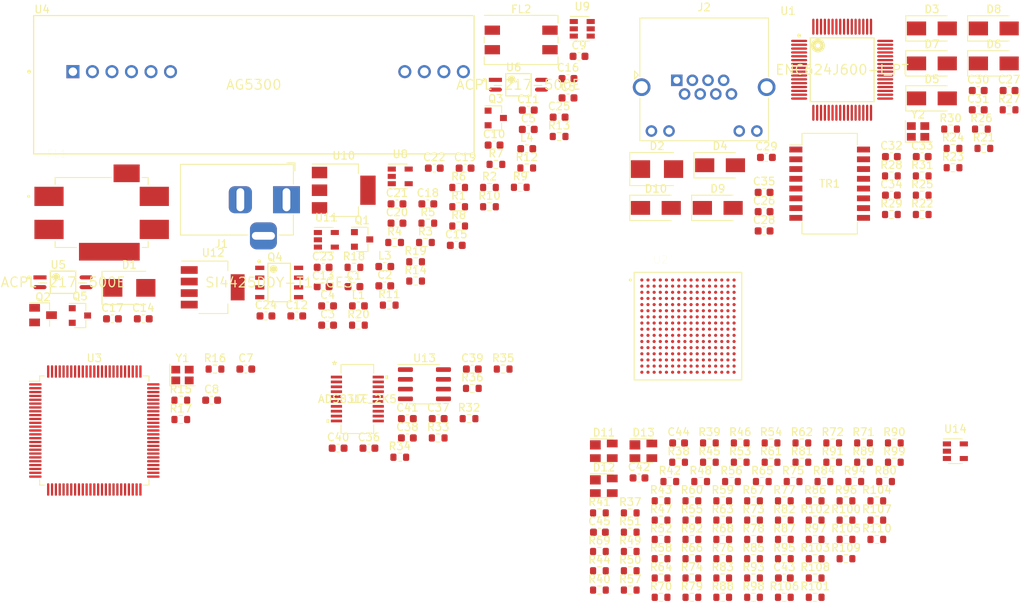
<source format=kicad_pcb>
(kicad_pcb (version 20171130) (host pcbnew 5.1.10-88a1d61d58~88~ubuntu20.04.1)

  (general
    (thickness 1.6)
    (drawings 0)
    (tracks 0)
    (zones 0)
    (modules 197)
    (nets 482)
  )

  (page A4)
  (layers
    (0 F.Cu signal)
    (31 B.Cu signal)
    (32 B.Adhes user)
    (33 F.Adhes user)
    (34 B.Paste user)
    (35 F.Paste user)
    (36 B.SilkS user)
    (37 F.SilkS user)
    (38 B.Mask user)
    (39 F.Mask user)
    (40 Dwgs.User user)
    (41 Cmts.User user)
    (42 Eco1.User user)
    (43 Eco2.User user)
    (44 Edge.Cuts user)
    (45 Margin user)
    (46 B.CrtYd user)
    (47 F.CrtYd user)
    (48 B.Fab user)
    (49 F.Fab user)
  )

  (setup
    (last_trace_width 0.25)
    (trace_clearance 0.2)
    (zone_clearance 0.508)
    (zone_45_only no)
    (trace_min 0.2)
    (via_size 0.8)
    (via_drill 0.4)
    (via_min_size 0.4)
    (via_min_drill 0.3)
    (uvia_size 0.3)
    (uvia_drill 0.1)
    (uvias_allowed no)
    (uvia_min_size 0.2)
    (uvia_min_drill 0.1)
    (edge_width 0.05)
    (segment_width 0.2)
    (pcb_text_width 0.3)
    (pcb_text_size 1.5 1.5)
    (mod_edge_width 0.12)
    (mod_text_size 1 1)
    (mod_text_width 0.15)
    (pad_size 1.524 1.524)
    (pad_drill 0.762)
    (pad_to_mask_clearance 0)
    (aux_axis_origin 0 0)
    (visible_elements FFFFFF7F)
    (pcbplotparams
      (layerselection 0x010fc_ffffffff)
      (usegerberextensions false)
      (usegerberattributes true)
      (usegerberadvancedattributes true)
      (creategerberjobfile true)
      (excludeedgelayer true)
      (linewidth 0.100000)
      (plotframeref false)
      (viasonmask false)
      (mode 1)
      (useauxorigin false)
      (hpglpennumber 1)
      (hpglpenspeed 20)
      (hpglpendiameter 15.000000)
      (psnegative false)
      (psa4output false)
      (plotreference true)
      (plotvalue true)
      (plotinvisibletext false)
      (padsonsilk false)
      (subtractmaskfromsilk false)
      (outputformat 1)
      (mirror false)
      (drillshape 1)
      (scaleselection 1)
      (outputdirectory ""))
  )

  (net 0 "")
  (net 1 "Net-(C1-Pad2)")
  (net 2 "Net-(C1-Pad1)")
  (net 3 "Net-(C2-Pad2)")
  (net 4 GND)
  (net 5 "Net-(C3-Pad1)")
  (net 6 "Net-(C4-Pad1)")
  (net 7 +12V)
  (net 8 "Net-(C7-Pad1)")
  (net 9 "Net-(C8-Pad1)")
  (net 10 +6V)
  (net 11 +3V3)
  (net 12 +3.3VA)
  (net 13 +2V5)
  (net 14 "Net-(C17-Pad2)")
  (net 15 "Net-(C17-Pad1)")
  (net 16 +1V2)
  (net 17 +5VA)
  (net 18 "Net-(C26-Pad1)")
  (net 19 "Net-(C27-Pad1)")
  (net 20 "Net-(C28-Pad2)")
  (net 21 "Net-(C28-Pad1)")
  (net 22 "Net-(C29-Pad2)")
  (net 23 "Net-(C29-Pad1)")
  (net 24 "Net-(C30-Pad1)")
  (net 25 "Net-(C31-Pad1)")
  (net 26 "Net-(C32-Pad1)")
  (net 27 "Net-(C33-Pad2)")
  (net 28 /High_Speed_ADC/ADC_IN)
  (net 29 "Net-(C36-Pad1)")
  (net 30 "Net-(C37-Pad1)")
  (net 31 "Net-(C38-Pad1)")
  (net 32 "Net-(C39-Pad2)")
  (net 33 /Ethernet/POE_VC-)
  (net 34 /Ethernet/POE_VC+)
  (net 35 "Net-(D3-Pad2)")
  (net 36 "Net-(D5-Pad2)")
  (net 37 "Net-(D7-Pad2)")
  (net 38 "Net-(D8-Pad1)")
  (net 39 "Net-(D10-Pad1)")
  (net 40 "Net-(FL1-Pad3)")
  (net 41 "Net-(FL1-Pad1)")
  (net 42 "Net-(J2-Pad12)")
  (net 43 "Net-(J2-Pad10)")
  (net 44 "Net-(J2-Pad6)")
  (net 45 "Net-(J2-Pad2)")
  (net 46 "Net-(J2-Pad3)")
  (net 47 "Net-(J2-Pad1)")
  (net 48 POE_VC+)
  (net 49 "Net-(Q1-Pad3)")
  (net 50 /Power/CPU_RESET)
  (net 51 POE_VC-)
  (net 52 "Net-(Q2-Pad1)")
  (net 53 "Net-(Q3-Pad3)")
  (net 54 "Net-(Q3-Pad1)")
  (net 55 "Net-(Q4-Pad4)")
  (net 56 "Net-(Q5-Pad1)")
  (net 57 "Net-(R1-Pad2)")
  (net 58 "Net-(R2-Pad1)")
  (net 59 AT_EVENT)
  (net 60 "Net-(R9-Pad2)")
  (net 61 POE_SRC_Status)
  (net 62 "Net-(R15-Pad1)")
  (net 63 CPU_RESET)
  (net 64 "Net-(R17-Pad1)")
  (net 65 "Net-(R18-Pad1)")
  (net 66 "Net-(R19-Pad1)")
  (net 67 "Net-(R21-Pad1)")
  (net 68 "Net-(R22-Pad2)")
  (net 69 "Net-(R28-Pad1)")
  (net 70 /Ethernet/ENC_INT)
  (net 71 /Ethernet/RJ45_LED_G)
  (net 72 /Ethernet/RJ45_LED_Y)
  (net 73 "Net-(R32-Pad1)")
  (net 74 "Net-(R33-Pad1)")
  (net 75 "Net-(R35-Pad1)")
  (net 76 "Net-(R36-Pad2)")
  (net 77 "Net-(U1-Pad61)")
  (net 78 "Net-(U1-Pad60)")
  (net 79 "Net-(U1-Pad59)")
  (net 80 "Net-(U1-Pad58)")
  (net 81 "Net-(U1-Pad57)")
  (net 82 "Net-(U1-Pad56)")
  (net 83 "Net-(U1-Pad55)")
  (net 84 "Net-(U1-Pad54)")
  (net 85 "Net-(U1-Pad53)")
  (net 86 /Ethernet/ENC_SPI_SCK)
  (net 87 /Ethernet/ENC_SPI_MOSI)
  (net 88 /Ethernet/ENC_SPI_MISO)
  (net 89 /Ethernet/ENC_SPI_CS)
  (net 90 "Net-(U1-Pad48)")
  (net 91 "Net-(U1-Pad45)")
  (net 92 "Net-(U1-Pad44)")
  (net 93 "Net-(U1-Pad43)")
  (net 94 "Net-(U1-Pad42)")
  (net 95 "Net-(U1-Pad41)")
  (net 96 "Net-(U1-Pad40)")
  (net 97 "Net-(U1-Pad39)")
  (net 98 "Net-(U1-Pad38)")
  (net 99 "Net-(U1-Pad37)")
  (net 100 "Net-(U1-Pad36)")
  (net 101 "Net-(U1-Pad35)")
  (net 102 "Net-(U1-Pad33)")
  (net 103 "Net-(U1-Pad20)")
  (net 104 "Net-(U1-Pad19)")
  (net 105 "Net-(U1-Pad13)")
  (net 106 "Net-(U1-Pad12)")
  (net 107 "Net-(U1-Pad11)")
  (net 108 "Net-(U1-Pad10)")
  (net 109 "Net-(U1-Pad9)")
  (net 110 "Net-(U1-Pad8)")
  (net 111 "Net-(U1-Pad7)")
  (net 112 "Net-(U1-Pad6)")
  (net 113 "Net-(U1-Pad5)")
  (net 114 "Net-(U2-PadT16)")
  (net 115 "Net-(U2-PadT15)")
  (net 116 "Net-(U2-PadT14)")
  (net 117 "Net-(U2-PadT13)")
  (net 118 "Net-(U2-PadT11)")
  (net 119 "Net-(U2-PadT10)")
  (net 120 "Net-(U2-PadT9)")
  (net 121 "Net-(U2-PadT8)")
  (net 122 "Net-(U2-PadT7)")
  (net 123 "Net-(U2-PadT6)")
  (net 124 "Net-(U2-PadT5)")
  (net 125 "Net-(U2-PadT3)")
  (net 126 "Net-(U2-PadR16)")
  (net 127 "Net-(U2-PadR15)")
  (net 128 "Net-(U2-PadR14)")
  (net 129 "Net-(U2-PadR12)")
  (net 130 "Net-(U2-PadR11)")
  (net 131 "Net-(U2-PadR10)")
  (net 132 "Net-(U2-PadR9)")
  (net 133 "Net-(U2-PadR6)")
  (net 134 "Net-(U2-PadR5)")
  (net 135 "Net-(U2-PadR4)")
  (net 136 "Net-(U2-PadR3)")
  (net 137 "Net-(U2-PadP16)")
  (net 138 "Net-(U2-PadP15)")
  (net 139 "Net-(U2-PadP14)")
  (net 140 "Net-(U2-PadP13)")
  (net 141 "Net-(U2-PadP12)")
  (net 142 "Net-(U2-PadP11)")
  (net 143 "Net-(U2-PadP10)")
  (net 144 "Net-(U2-PadP9)")
  (net 145 "Net-(U2-PadP8)")
  (net 146 "Net-(U2-PadP7)")
  (net 147 "Net-(U2-PadP6)")
  (net 148 "Net-(U2-PadP5)")
  (net 149 "Net-(U2-PadN16)")
  (net 150 "Net-(U2-PadN12)")
  (net 151 "Net-(U2-PadN11)")
  (net 152 "Net-(U2-PadN10)")
  (net 153 "Net-(U2-PadN9)")
  (net 154 "Net-(U2-PadN7)")
  (net 155 "Net-(U2-PadM16)")
  (net 156 "Net-(U2-PadM15)")
  (net 157 "Net-(U2-PadM14)")
  (net 158 "Net-(U2-PadM13)")
  (net 159 "Net-(U2-PadM12)")
  (net 160 "Net-(U2-PadM11)")
  (net 161 "Net-(U2-PadM10)")
  (net 162 "Net-(U2-PadM9)")
  (net 163 "Net-(U2-PadM8)")
  (net 164 "Net-(U2-PadM7)")
  (net 165 "Net-(U2-PadL16)")
  (net 166 "Net-(U2-PadL14)")
  (net 167 "Net-(U2-PadL13)")
  (net 168 "Net-(U2-PadL12)")
  (net 169 "Net-(U2-PadL11)")
  (net 170 "Net-(U2-PadL10)")
  (net 171 "Net-(U2-PadL9)")
  (net 172 "Net-(U2-PadK16)")
  (net 173 "Net-(U2-PadK15)")
  (net 174 "Net-(U2-PadK14)")
  (net 175 "Net-(U2-PadK13)")
  (net 176 "Net-(U2-PadK12)")
  (net 177 "Net-(U2-PadK11)")
  (net 178 "Net-(U2-PadK9)")
  (net 179 "Net-(U2-PadJ16)")
  (net 180 "Net-(U2-PadJ15)")
  (net 181 "Net-(U2-PadJ14)")
  (net 182 "Net-(U2-PadJ13)")
  (net 183 "Net-(U2-PadJ12)")
  (net 184 "Net-(U2-PadJ11)")
  (net 185 "Net-(U2-PadJ10)")
  (net 186 "Net-(U2-PadH16)")
  (net 187 "Net-(U2-PadH14)")
  (net 188 "Net-(U2-PadH13)")
  (net 189 "Net-(U2-PadH12)")
  (net 190 "Net-(U2-PadH11)")
  (net 191 "Net-(U2-PadH3)")
  (net 192 "Net-(U2-PadG16)")
  (net 193 "Net-(U2-PadG15)")
  (net 194 "Net-(U2-PadG14)")
  (net 195 "Net-(U2-PadG13)")
  (net 196 "Net-(U2-PadG12)")
  (net 197 "Net-(U2-PadG11)")
  (net 198 "Net-(U2-PadG10)")
  (net 199 "Net-(U2-PadF16)")
  (net 200 "Net-(U2-PadF15)")
  (net 201 "Net-(U2-PadF14)")
  (net 202 "Net-(U2-PadF13)")
  (net 203 "Net-(U2-PadF12)")
  (net 204 "Net-(U2-PadF11)")
  (net 205 "Net-(U2-PadF9)")
  (net 206 "Net-(U2-PadF7)")
  (net 207 "Net-(U2-PadF2)")
  (net 208 "Net-(U2-PadE16)")
  (net 209 "Net-(U2-PadE14)")
  (net 210 "Net-(U2-PadE13)")
  (net 211 "Net-(U2-PadE6)")
  (net 212 "Net-(U2-PadE5)")
  (net 213 "Net-(U2-PadE4)")
  (net 214 "Net-(U2-PadD16)")
  (net 215 "Net-(U2-PadD15)")
  (net 216 "Net-(U2-PadD14)")
  (net 217 "Net-(U2-PadD8)")
  (net 218 "Net-(U2-PadD7)")
  (net 219 "Net-(U2-PadD6)")
  (net 220 "Net-(U2-PadD5)")
  (net 221 "Net-(U2-PadD4)")
  (net 222 "Net-(U2-PadD3)")
  (net 223 "Net-(U2-PadC16)")
  (net 224 "Net-(U2-PadC8)")
  (net 225 "Net-(U2-PadC7)")
  (net 226 "Net-(U2-PadC6)")
  (net 227 "Net-(U2-PadC5)")
  (net 228 "Net-(U2-PadC4)")
  (net 229 "Net-(U2-PadC3)")
  (net 230 "Net-(U2-PadB16)")
  (net 231 "Net-(U2-PadB9)")
  (net 232 "Net-(U2-PadB8)")
  (net 233 "Net-(U2-PadB7)")
  (net 234 "Net-(U2-PadB6)")
  (net 235 "Net-(U2-PadB5)")
  (net 236 "Net-(U2-PadB4)")
  (net 237 "Net-(U2-PadB3)")
  (net 238 "Net-(U2-PadB2)")
  (net 239 "Net-(U2-PadA7)")
  (net 240 "Net-(U2-PadA6)")
  (net 241 "Net-(U2-PadA5)")
  (net 242 "Net-(U2-PadA2)")
  (net 243 "Net-(U2-PadA1)")
  (net 244 "Net-(U3-Pad98)")
  (net 245 "Net-(U3-Pad97)")
  (net 246 /MCU/CPU_IIC1_SDA)
  (net 247 /MCU/CPU_IIC1_SCL)
  (net 248 "Net-(U3-Pad93)")
  (net 249 "Net-(U3-Pad92)")
  (net 250 /MCU/CPU_SPI1_MOSI)
  (net 251 /MCU/CPU_SPI1_MISO)
  (net 252 /MCU/CPU_SPI1_SCK)
  (net 253 "Net-(U3-Pad88)")
  (net 254 "Net-(U3-Pad87)")
  (net 255 "Net-(U3-Pad86)")
  (net 256 "Net-(U3-Pad85)")
  (net 257 "Net-(U3-Pad84)")
  (net 258 "Net-(U3-Pad83)")
  (net 259 "Net-(U3-Pad82)")
  (net 260 "Net-(U3-Pad81)")
  (net 261 "Net-(U3-Pad80)")
  (net 262 /MCU/CPU_UART4_RX)
  (net 263 /MCU/CPU_UART4_TX)
  (net 264 /MCU/CPU_SPI1_CS)
  (net 265 /MCU/CPU_SWCLK)
  (net 266 "Net-(U3-Pad73)")
  (net 267 /MCU/CPU_SWDIO)
  (net 268 "Net-(U3-Pad71)")
  (net 269 "Net-(U3-Pad70)")
  (net 270 /MCU/CPU_UART1_RX)
  (net 271 /MCU/CPU_UART1_TX)
  (net 272 "Net-(U3-Pad67)")
  (net 273 "Net-(U3-Pad66)")
  (net 274 "Net-(U3-Pad65)")
  (net 275 "Net-(U3-Pad64)")
  (net 276 "Net-(U3-Pad63)")
  (net 277 "Net-(U3-Pad62)")
  (net 278 "Net-(U3-Pad61)")
  (net 279 "Net-(U3-Pad60)")
  (net 280 "Net-(U3-Pad59)")
  (net 281 "Net-(U3-Pad58)")
  (net 282 "Net-(U3-Pad57)")
  (net 283 "Net-(U3-Pad56)")
  (net 284 "Net-(U3-Pad55)")
  (net 285 /MCU/CPU_SPI2_MOSI)
  (net 286 /MCU/CPU_SPI2_MISO)
  (net 287 /MCU/CPU_SPI2_SCK)
  (net 288 /MCU/CPU_SPI2_CS)
  (net 289 /MCU/CPU_IIC2_SDA)
  (net 290 /MCU/CPU_IIC2_SCL)
  (net 291 "Net-(U3-Pad46)")
  (net 292 "Net-(U3-Pad45)")
  (net 293 "Net-(U3-Pad44)")
  (net 294 "Net-(U3-Pad43)")
  (net 295 "Net-(U3-Pad42)")
  (net 296 "Net-(U3-Pad41)")
  (net 297 "Net-(U3-Pad40)")
  (net 298 "Net-(U3-Pad39)")
  (net 299 "Net-(U3-Pad38)")
  (net 300 "Net-(U3-Pad37)")
  (net 301 "Net-(U3-Pad36)")
  (net 302 "Net-(U3-Pad35)")
  (net 303 /MCU/CPU_ADC7)
  (net 304 /MCU/CPU_ADC6)
  (net 305 /MCU/CPU_ADC5)
  (net 306 /MCU/CPU_ADC4)
  (net 307 /MCU/CPU_DAC1)
  (net 308 /MCU/CPU_DAC0)
  (net 309 /MCU/CPU_ADC3)
  (net 310 /MCU/CPU_ADC2)
  (net 311 /MCU/CPU_ADC1)
  (net 312 /MCU/CPU_ADC0)
  (net 313 "Net-(U3-Pad18)")
  (net 314 "Net-(U3-Pad17)")
  (net 315 "Net-(U3-Pad16)")
  (net 316 "Net-(U3-Pad15)")
  (net 317 "Net-(U3-Pad9)")
  (net 318 "Net-(U3-Pad8)")
  (net 319 "Net-(U3-Pad7)")
  (net 320 "Net-(U3-Pad5)")
  (net 321 "Net-(U3-Pad4)")
  (net 322 "Net-(U3-Pad3)")
  (net 323 "Net-(U3-Pad2)")
  (net 324 "Net-(U3-Pad1)")
  (net 325 "Net-(U4-Pad6)")
  (net 326 "Net-(U4-Pad9)")
  (net 327 "Net-(U4-Pad5)")
  (net 328 "Net-(U4-Pad4)")
  (net 329 "Net-(U4-Pad3)")
  (net 330 /High_Speed_ADC/ADC_CLK)
  (net 331 /High_Speed_ADC/ADC_DATA8)
  (net 332 /High_Speed_ADC/ADC_DATA7)
  (net 333 /High_Speed_ADC/ADC_DATA6)
  (net 334 /High_Speed_ADC/ADC_DATA5)
  (net 335 /High_Speed_ADC/ADC_DATA4)
  (net 336 /High_Speed_ADC/ADC_DATA3)
  (net 337 /High_Speed_ADC/ADC_DATA2)
  (net 338 /High_Speed_ADC/ADC_DATA1)
  (net 339 "Net-(U8-Pad4)")
  (net 340 "Net-(U11-Pad4)")
  (net 341 "Net-(U12-Pad2)")
  (net 342 "Net-(U13-Pad5)")
  (net 343 "Net-(U13-Pad1)")
  (net 344 /FPGA/GNDPLL0)
  (net 345 /FPGA/VCCPLL0)
  (net 346 /FPGA/GNDPLL1)
  (net 347 /FPGA/VCCPLL1)
  (net 348 "Net-(D11-Pad4)")
  (net 349 /FPGA/FPGA_IIC0_SCL)
  (net 350 /FPGA/FPGA_IIC0_SDA)
  (net 351 "Net-(D11-Pad1)")
  (net 352 /FPGA/FPGA_IIC1_SCL)
  (net 353 /FPGA/FPGA_IIC1_SDA)
  (net 354 /FPGA/FPGA_IIC2_SCL)
  (net 355 /FPGA/FPGA_IIC2_SDA)
  (net 356 "Net-(R39-Pad2)")
  (net 357 /FPGA/FPGA_EEM0_1_N)
  (net 358 "Net-(R40-Pad2)")
  (net 359 /FPGA/FPGA_EEM0_1_P)
  (net 360 "Net-(R41-Pad2)")
  (net 361 /FPGA/FPGA_EEM0_2_N)
  (net 362 "Net-(R42-Pad2)")
  (net 363 /FPGA/FPGA_EEM0_2_P)
  (net 364 "Net-(R43-Pad2)")
  (net 365 /FPGA/FPGA_EEM0_3_N)
  (net 366 "Net-(R44-Pad2)")
  (net 367 /FPGA/FPGA_EEM0_3_P)
  (net 368 "Net-(R45-Pad2)")
  (net 369 /FPGA/FPGA_EEM0_4_N)
  (net 370 "Net-(R46-Pad2)")
  (net 371 /FPGA/FPGA_EEM0_4_P)
  (net 372 "Net-(R47-Pad2)")
  (net 373 /FPGA/FPGA_EEM0_5_N)
  (net 374 "Net-(R48-Pad2)")
  (net 375 /FPGA/FPGA_EEM0_5_P)
  (net 376 "Net-(R49-Pad2)")
  (net 377 /FPGA/FPGA_EEM0_6_N)
  (net 378 "Net-(R50-Pad2)")
  (net 379 /FPGA/FPGA_EEM0_6_P)
  (net 380 "Net-(R51-Pad2)")
  (net 381 /FPGA/FPGA_EEM0_7_N)
  (net 382 "Net-(R52-Pad2)")
  (net 383 /FPGA/FPGA_EEM0_7_P)
  (net 384 "Net-(R53-Pad2)")
  (net 385 /FPGA/FPGA_EEM1_1_N)
  (net 386 "Net-(R54-Pad2)")
  (net 387 /FPGA/FPGA_EEM1_1_P)
  (net 388 "Net-(R55-Pad2)")
  (net 389 /FPGA/FPGA_EEM1_2_N)
  (net 390 "Net-(R56-Pad2)")
  (net 391 /FPGA/FPGA_EEM1_2_P)
  (net 392 "Net-(R57-Pad2)")
  (net 393 /FPGA/FPGA_EEM1_3_N)
  (net 394 "Net-(R58-Pad2)")
  (net 395 /FPGA/FPGA_EEM1_3_P)
  (net 396 "Net-(R59-Pad2)")
  (net 397 /FPGA/FPGA_EEM2_0_N)
  (net 398 "Net-(R60-Pad2)")
  (net 399 /FPGA/FPGA_EEM2_0_P)
  (net 400 "Net-(R61-Pad2)")
  (net 401 /FPGA/FPGA_EEM0_0_N)
  (net 402 "Net-(R62-Pad2)")
  (net 403 /FPGA/FPGA_EEM0_0_P)
  (net 404 "Net-(R63-Pad2)")
  (net 405 /FPGA/FPGA_EEM1_4_N)
  (net 406 "Net-(R64-Pad2)")
  (net 407 /FPGA/FPGA_EEM1_4_P)
  (net 408 "Net-(R65-Pad2)")
  (net 409 /FPGA/FPGA_EEM1_5_N)
  (net 410 "Net-(R66-Pad2)")
  (net 411 /FPGA/FPGA_EEM1_5_P)
  (net 412 "Net-(R67-Pad2)")
  (net 413 /FPGA/FPGA_EEM1_6_N)
  (net 414 "Net-(R68-Pad2)")
  (net 415 /FPGA/FPGA_EEM1_6_P)
  (net 416 "Net-(R69-Pad2)")
  (net 417 /FPGA/FPGA_EEM1_7_N)
  (net 418 "Net-(R70-Pad2)")
  (net 419 /FPGA/FPGA_EEM1_7_P)
  (net 420 "Net-(R71-Pad2)")
  (net 421 /FPGA/FPGA_EEM1_0_N)
  (net 422 "Net-(R72-Pad2)")
  (net 423 /FPGA/FPGA_EEM1_0_P)
  (net 424 "Net-(R73-Pad2)")
  (net 425 /FPGA/FPGA_EEM2_1_N)
  (net 426 "Net-(R74-Pad2)")
  (net 427 /FPGA/FPGA_EEM2_1_P)
  (net 428 "Net-(R75-Pad2)")
  (net 429 /FPGA/FPGA_EEM2_2_N)
  (net 430 "Net-(R76-Pad2)")
  (net 431 /FPGA/FPGA_EEM2_2_P)
  (net 432 "Net-(R77-Pad2)")
  (net 433 /FPGA/FPGA_EEM2_3_N)
  (net 434 "Net-(R78-Pad2)")
  (net 435 /FPGA/FPGA_EEM2_3_P)
  (net 436 "Net-(R79-Pad2)")
  (net 437 /FPGA/FPGA_EEM2_4_N)
  (net 438 "Net-(R80-Pad2)")
  (net 439 /FPGA/FPGA_EEM2_4_P)
  (net 440 "Net-(R81-Pad2)")
  (net 441 /FPGA/FPGA_EEM2_5_N)
  (net 442 "Net-(R82-Pad2)")
  (net 443 /FPGA/FPGA_EEM2_5_P)
  (net 444 "Net-(R83-Pad2)")
  (net 445 /FPGA/FPGA_EEM2_6_N)
  (net 446 "Net-(R84-Pad2)")
  (net 447 /FPGA/FPGA_EEM2_6_P)
  (net 448 "Net-(R85-Pad2)")
  (net 449 /FPGA/FPGA_EEM2_7_N)
  (net 450 "Net-(R86-Pad2)")
  (net 451 /FPGA/FPGA_EEM2_7_P)
  (net 452 /FPGA/FPGA_FSMC_A5)
  (net 453 /FPGA/FPGA_FSMC_D2)
  (net 454 /FPGA/FPGA_FSMC_D13)
  (net 455 /FPGA/FPGA_FSMC_A2)
  (net 456 /FPGA/FPGA_VPP_FAST)
  (net 457 /FPGA/FPGA_FSMC_D4)
  (net 458 /FPGA/FPGA_FSMC_D11)
  (net 459 /FPGA/FPGA_FSMC_D14)
  (net 460 /FPGA/FPGA_FSMC_A0)
  (net 461 /FPGA/FPGA_FSMC_A6)
  (net 462 /FPGA/FPGA_FSMC_A4)
  (net 463 /FPGA/FPGA_FSMC_D3)
  (net 464 /FPGA/FPGA_FSMC_D8)
  (net 465 /FPGA/FPGA_FSMC_D12)
  (net 466 /FPGA/FPGA_FSMC_A1)
  (net 467 /FPGA/FPGA_FSMC_A3)
  (net 468 /FPGA/FPGA_FSMC_D1)
  (net 469 /FPGA/FPGA_FSMC_D5)
  (net 470 /FPGA/FPGA_FSMC_D7)
  (net 471 /FPGA/FPGA_FSMC_D6)
  (net 472 /FPGA/FPGA_FSMC_A7)
  (net 473 /FPGA/FPGA_FSMC_D0)
  (net 474 /FPGA/FPGA_FSMC_D10)
  (net 475 /FPGA/FPGA_FSMC_D9)
  (net 476 /FPGA/FPGA_FSMC_D15)
  (net 477 "Net-(U14-Pad5)")
  (net 478 "Net-(U14-Pad4)")
  (net 479 "Net-(U14-Pad3)")
  (net 480 "Net-(U14-Pad2)")
  (net 481 "Net-(U14-Pad1)")

  (net_class Default "This is the default net class."
    (clearance 0.2)
    (trace_width 0.25)
    (via_dia 0.8)
    (via_drill 0.4)
    (uvia_dia 0.3)
    (uvia_drill 0.1)
    (add_net +12V)
    (add_net +1V2)
    (add_net +2V5)
    (add_net +3.3VA)
    (add_net +3V3)
    (add_net +5VA)
    (add_net +6V)
    (add_net /Ethernet/ENC_INT)
    (add_net /Ethernet/ENC_SPI_CS)
    (add_net /Ethernet/ENC_SPI_MISO)
    (add_net /Ethernet/ENC_SPI_MOSI)
    (add_net /Ethernet/ENC_SPI_SCK)
    (add_net /Ethernet/POE_VC+)
    (add_net /Ethernet/POE_VC-)
    (add_net /Ethernet/RJ45_LED_G)
    (add_net /Ethernet/RJ45_LED_Y)
    (add_net /FPGA/FPGA_EEM0_0_N)
    (add_net /FPGA/FPGA_EEM0_0_P)
    (add_net /FPGA/FPGA_EEM0_1_N)
    (add_net /FPGA/FPGA_EEM0_1_P)
    (add_net /FPGA/FPGA_EEM0_2_N)
    (add_net /FPGA/FPGA_EEM0_2_P)
    (add_net /FPGA/FPGA_EEM0_3_N)
    (add_net /FPGA/FPGA_EEM0_3_P)
    (add_net /FPGA/FPGA_EEM0_4_N)
    (add_net /FPGA/FPGA_EEM0_4_P)
    (add_net /FPGA/FPGA_EEM0_5_N)
    (add_net /FPGA/FPGA_EEM0_5_P)
    (add_net /FPGA/FPGA_EEM0_6_N)
    (add_net /FPGA/FPGA_EEM0_6_P)
    (add_net /FPGA/FPGA_EEM0_7_N)
    (add_net /FPGA/FPGA_EEM0_7_P)
    (add_net /FPGA/FPGA_EEM1_0_N)
    (add_net /FPGA/FPGA_EEM1_0_P)
    (add_net /FPGA/FPGA_EEM1_1_N)
    (add_net /FPGA/FPGA_EEM1_1_P)
    (add_net /FPGA/FPGA_EEM1_2_N)
    (add_net /FPGA/FPGA_EEM1_2_P)
    (add_net /FPGA/FPGA_EEM1_3_N)
    (add_net /FPGA/FPGA_EEM1_3_P)
    (add_net /FPGA/FPGA_EEM1_4_N)
    (add_net /FPGA/FPGA_EEM1_4_P)
    (add_net /FPGA/FPGA_EEM1_5_N)
    (add_net /FPGA/FPGA_EEM1_5_P)
    (add_net /FPGA/FPGA_EEM1_6_N)
    (add_net /FPGA/FPGA_EEM1_6_P)
    (add_net /FPGA/FPGA_EEM1_7_N)
    (add_net /FPGA/FPGA_EEM1_7_P)
    (add_net /FPGA/FPGA_EEM2_0_N)
    (add_net /FPGA/FPGA_EEM2_0_P)
    (add_net /FPGA/FPGA_EEM2_1_N)
    (add_net /FPGA/FPGA_EEM2_1_P)
    (add_net /FPGA/FPGA_EEM2_2_N)
    (add_net /FPGA/FPGA_EEM2_2_P)
    (add_net /FPGA/FPGA_EEM2_3_N)
    (add_net /FPGA/FPGA_EEM2_3_P)
    (add_net /FPGA/FPGA_EEM2_4_N)
    (add_net /FPGA/FPGA_EEM2_4_P)
    (add_net /FPGA/FPGA_EEM2_5_N)
    (add_net /FPGA/FPGA_EEM2_5_P)
    (add_net /FPGA/FPGA_EEM2_6_N)
    (add_net /FPGA/FPGA_EEM2_6_P)
    (add_net /FPGA/FPGA_EEM2_7_N)
    (add_net /FPGA/FPGA_EEM2_7_P)
    (add_net /FPGA/FPGA_FSMC_A0)
    (add_net /FPGA/FPGA_FSMC_A1)
    (add_net /FPGA/FPGA_FSMC_A2)
    (add_net /FPGA/FPGA_FSMC_A3)
    (add_net /FPGA/FPGA_FSMC_A4)
    (add_net /FPGA/FPGA_FSMC_A5)
    (add_net /FPGA/FPGA_FSMC_A6)
    (add_net /FPGA/FPGA_FSMC_A7)
    (add_net /FPGA/FPGA_FSMC_D0)
    (add_net /FPGA/FPGA_FSMC_D1)
    (add_net /FPGA/FPGA_FSMC_D10)
    (add_net /FPGA/FPGA_FSMC_D11)
    (add_net /FPGA/FPGA_FSMC_D12)
    (add_net /FPGA/FPGA_FSMC_D13)
    (add_net /FPGA/FPGA_FSMC_D14)
    (add_net /FPGA/FPGA_FSMC_D15)
    (add_net /FPGA/FPGA_FSMC_D2)
    (add_net /FPGA/FPGA_FSMC_D3)
    (add_net /FPGA/FPGA_FSMC_D4)
    (add_net /FPGA/FPGA_FSMC_D5)
    (add_net /FPGA/FPGA_FSMC_D6)
    (add_net /FPGA/FPGA_FSMC_D7)
    (add_net /FPGA/FPGA_FSMC_D8)
    (add_net /FPGA/FPGA_FSMC_D9)
    (add_net /FPGA/FPGA_IIC0_SCL)
    (add_net /FPGA/FPGA_IIC0_SDA)
    (add_net /FPGA/FPGA_IIC1_SCL)
    (add_net /FPGA/FPGA_IIC1_SDA)
    (add_net /FPGA/FPGA_IIC2_SCL)
    (add_net /FPGA/FPGA_IIC2_SDA)
    (add_net /FPGA/FPGA_VPP_FAST)
    (add_net /FPGA/GNDPLL0)
    (add_net /FPGA/GNDPLL1)
    (add_net /FPGA/VCCPLL0)
    (add_net /FPGA/VCCPLL1)
    (add_net /High_Speed_ADC/ADC_CLK)
    (add_net /High_Speed_ADC/ADC_DATA1)
    (add_net /High_Speed_ADC/ADC_DATA2)
    (add_net /High_Speed_ADC/ADC_DATA3)
    (add_net /High_Speed_ADC/ADC_DATA4)
    (add_net /High_Speed_ADC/ADC_DATA5)
    (add_net /High_Speed_ADC/ADC_DATA6)
    (add_net /High_Speed_ADC/ADC_DATA7)
    (add_net /High_Speed_ADC/ADC_DATA8)
    (add_net /High_Speed_ADC/ADC_IN)
    (add_net /MCU/CPU_ADC0)
    (add_net /MCU/CPU_ADC1)
    (add_net /MCU/CPU_ADC2)
    (add_net /MCU/CPU_ADC3)
    (add_net /MCU/CPU_ADC4)
    (add_net /MCU/CPU_ADC5)
    (add_net /MCU/CPU_ADC6)
    (add_net /MCU/CPU_ADC7)
    (add_net /MCU/CPU_DAC0)
    (add_net /MCU/CPU_DAC1)
    (add_net /MCU/CPU_IIC1_SCL)
    (add_net /MCU/CPU_IIC1_SDA)
    (add_net /MCU/CPU_IIC2_SCL)
    (add_net /MCU/CPU_IIC2_SDA)
    (add_net /MCU/CPU_SPI1_CS)
    (add_net /MCU/CPU_SPI1_MISO)
    (add_net /MCU/CPU_SPI1_MOSI)
    (add_net /MCU/CPU_SPI1_SCK)
    (add_net /MCU/CPU_SPI2_CS)
    (add_net /MCU/CPU_SPI2_MISO)
    (add_net /MCU/CPU_SPI2_MOSI)
    (add_net /MCU/CPU_SPI2_SCK)
    (add_net /MCU/CPU_SWCLK)
    (add_net /MCU/CPU_SWDIO)
    (add_net /MCU/CPU_UART1_RX)
    (add_net /MCU/CPU_UART1_TX)
    (add_net /MCU/CPU_UART4_RX)
    (add_net /MCU/CPU_UART4_TX)
    (add_net /Power/CPU_RESET)
    (add_net AT_EVENT)
    (add_net CPU_RESET)
    (add_net GND)
    (add_net "Net-(C1-Pad1)")
    (add_net "Net-(C1-Pad2)")
    (add_net "Net-(C17-Pad1)")
    (add_net "Net-(C17-Pad2)")
    (add_net "Net-(C2-Pad2)")
    (add_net "Net-(C26-Pad1)")
    (add_net "Net-(C27-Pad1)")
    (add_net "Net-(C28-Pad1)")
    (add_net "Net-(C28-Pad2)")
    (add_net "Net-(C29-Pad1)")
    (add_net "Net-(C29-Pad2)")
    (add_net "Net-(C3-Pad1)")
    (add_net "Net-(C30-Pad1)")
    (add_net "Net-(C31-Pad1)")
    (add_net "Net-(C32-Pad1)")
    (add_net "Net-(C33-Pad2)")
    (add_net "Net-(C36-Pad1)")
    (add_net "Net-(C37-Pad1)")
    (add_net "Net-(C38-Pad1)")
    (add_net "Net-(C39-Pad2)")
    (add_net "Net-(C4-Pad1)")
    (add_net "Net-(C7-Pad1)")
    (add_net "Net-(C8-Pad1)")
    (add_net "Net-(D10-Pad1)")
    (add_net "Net-(D11-Pad1)")
    (add_net "Net-(D11-Pad4)")
    (add_net "Net-(D3-Pad2)")
    (add_net "Net-(D5-Pad2)")
    (add_net "Net-(D7-Pad2)")
    (add_net "Net-(D8-Pad1)")
    (add_net "Net-(FL1-Pad1)")
    (add_net "Net-(FL1-Pad3)")
    (add_net "Net-(J2-Pad1)")
    (add_net "Net-(J2-Pad10)")
    (add_net "Net-(J2-Pad12)")
    (add_net "Net-(J2-Pad2)")
    (add_net "Net-(J2-Pad3)")
    (add_net "Net-(J2-Pad6)")
    (add_net "Net-(Q1-Pad3)")
    (add_net "Net-(Q2-Pad1)")
    (add_net "Net-(Q3-Pad1)")
    (add_net "Net-(Q3-Pad3)")
    (add_net "Net-(Q4-Pad4)")
    (add_net "Net-(Q5-Pad1)")
    (add_net "Net-(R1-Pad2)")
    (add_net "Net-(R15-Pad1)")
    (add_net "Net-(R17-Pad1)")
    (add_net "Net-(R18-Pad1)")
    (add_net "Net-(R19-Pad1)")
    (add_net "Net-(R2-Pad1)")
    (add_net "Net-(R21-Pad1)")
    (add_net "Net-(R22-Pad2)")
    (add_net "Net-(R28-Pad1)")
    (add_net "Net-(R32-Pad1)")
    (add_net "Net-(R33-Pad1)")
    (add_net "Net-(R35-Pad1)")
    (add_net "Net-(R36-Pad2)")
    (add_net "Net-(R39-Pad2)")
    (add_net "Net-(R40-Pad2)")
    (add_net "Net-(R41-Pad2)")
    (add_net "Net-(R42-Pad2)")
    (add_net "Net-(R43-Pad2)")
    (add_net "Net-(R44-Pad2)")
    (add_net "Net-(R45-Pad2)")
    (add_net "Net-(R46-Pad2)")
    (add_net "Net-(R47-Pad2)")
    (add_net "Net-(R48-Pad2)")
    (add_net "Net-(R49-Pad2)")
    (add_net "Net-(R50-Pad2)")
    (add_net "Net-(R51-Pad2)")
    (add_net "Net-(R52-Pad2)")
    (add_net "Net-(R53-Pad2)")
    (add_net "Net-(R54-Pad2)")
    (add_net "Net-(R55-Pad2)")
    (add_net "Net-(R56-Pad2)")
    (add_net "Net-(R57-Pad2)")
    (add_net "Net-(R58-Pad2)")
    (add_net "Net-(R59-Pad2)")
    (add_net "Net-(R60-Pad2)")
    (add_net "Net-(R61-Pad2)")
    (add_net "Net-(R62-Pad2)")
    (add_net "Net-(R63-Pad2)")
    (add_net "Net-(R64-Pad2)")
    (add_net "Net-(R65-Pad2)")
    (add_net "Net-(R66-Pad2)")
    (add_net "Net-(R67-Pad2)")
    (add_net "Net-(R68-Pad2)")
    (add_net "Net-(R69-Pad2)")
    (add_net "Net-(R70-Pad2)")
    (add_net "Net-(R71-Pad2)")
    (add_net "Net-(R72-Pad2)")
    (add_net "Net-(R73-Pad2)")
    (add_net "Net-(R74-Pad2)")
    (add_net "Net-(R75-Pad2)")
    (add_net "Net-(R76-Pad2)")
    (add_net "Net-(R77-Pad2)")
    (add_net "Net-(R78-Pad2)")
    (add_net "Net-(R79-Pad2)")
    (add_net "Net-(R80-Pad2)")
    (add_net "Net-(R81-Pad2)")
    (add_net "Net-(R82-Pad2)")
    (add_net "Net-(R83-Pad2)")
    (add_net "Net-(R84-Pad2)")
    (add_net "Net-(R85-Pad2)")
    (add_net "Net-(R86-Pad2)")
    (add_net "Net-(R9-Pad2)")
    (add_net "Net-(U1-Pad10)")
    (add_net "Net-(U1-Pad11)")
    (add_net "Net-(U1-Pad12)")
    (add_net "Net-(U1-Pad13)")
    (add_net "Net-(U1-Pad19)")
    (add_net "Net-(U1-Pad20)")
    (add_net "Net-(U1-Pad33)")
    (add_net "Net-(U1-Pad35)")
    (add_net "Net-(U1-Pad36)")
    (add_net "Net-(U1-Pad37)")
    (add_net "Net-(U1-Pad38)")
    (add_net "Net-(U1-Pad39)")
    (add_net "Net-(U1-Pad40)")
    (add_net "Net-(U1-Pad41)")
    (add_net "Net-(U1-Pad42)")
    (add_net "Net-(U1-Pad43)")
    (add_net "Net-(U1-Pad44)")
    (add_net "Net-(U1-Pad45)")
    (add_net "Net-(U1-Pad48)")
    (add_net "Net-(U1-Pad5)")
    (add_net "Net-(U1-Pad53)")
    (add_net "Net-(U1-Pad54)")
    (add_net "Net-(U1-Pad55)")
    (add_net "Net-(U1-Pad56)")
    (add_net "Net-(U1-Pad57)")
    (add_net "Net-(U1-Pad58)")
    (add_net "Net-(U1-Pad59)")
    (add_net "Net-(U1-Pad6)")
    (add_net "Net-(U1-Pad60)")
    (add_net "Net-(U1-Pad61)")
    (add_net "Net-(U1-Pad7)")
    (add_net "Net-(U1-Pad8)")
    (add_net "Net-(U1-Pad9)")
    (add_net "Net-(U11-Pad4)")
    (add_net "Net-(U12-Pad2)")
    (add_net "Net-(U13-Pad1)")
    (add_net "Net-(U13-Pad5)")
    (add_net "Net-(U14-Pad1)")
    (add_net "Net-(U14-Pad2)")
    (add_net "Net-(U14-Pad3)")
    (add_net "Net-(U14-Pad4)")
    (add_net "Net-(U14-Pad5)")
    (add_net "Net-(U2-PadA1)")
    (add_net "Net-(U2-PadA2)")
    (add_net "Net-(U2-PadA5)")
    (add_net "Net-(U2-PadA6)")
    (add_net "Net-(U2-PadA7)")
    (add_net "Net-(U2-PadB16)")
    (add_net "Net-(U2-PadB2)")
    (add_net "Net-(U2-PadB3)")
    (add_net "Net-(U2-PadB4)")
    (add_net "Net-(U2-PadB5)")
    (add_net "Net-(U2-PadB6)")
    (add_net "Net-(U2-PadB7)")
    (add_net "Net-(U2-PadB8)")
    (add_net "Net-(U2-PadB9)")
    (add_net "Net-(U2-PadC16)")
    (add_net "Net-(U2-PadC3)")
    (add_net "Net-(U2-PadC4)")
    (add_net "Net-(U2-PadC5)")
    (add_net "Net-(U2-PadC6)")
    (add_net "Net-(U2-PadC7)")
    (add_net "Net-(U2-PadC8)")
    (add_net "Net-(U2-PadD14)")
    (add_net "Net-(U2-PadD15)")
    (add_net "Net-(U2-PadD16)")
    (add_net "Net-(U2-PadD3)")
    (add_net "Net-(U2-PadD4)")
    (add_net "Net-(U2-PadD5)")
    (add_net "Net-(U2-PadD6)")
    (add_net "Net-(U2-PadD7)")
    (add_net "Net-(U2-PadD8)")
    (add_net "Net-(U2-PadE13)")
    (add_net "Net-(U2-PadE14)")
    (add_net "Net-(U2-PadE16)")
    (add_net "Net-(U2-PadE4)")
    (add_net "Net-(U2-PadE5)")
    (add_net "Net-(U2-PadE6)")
    (add_net "Net-(U2-PadF11)")
    (add_net "Net-(U2-PadF12)")
    (add_net "Net-(U2-PadF13)")
    (add_net "Net-(U2-PadF14)")
    (add_net "Net-(U2-PadF15)")
    (add_net "Net-(U2-PadF16)")
    (add_net "Net-(U2-PadF2)")
    (add_net "Net-(U2-PadF7)")
    (add_net "Net-(U2-PadF9)")
    (add_net "Net-(U2-PadG10)")
    (add_net "Net-(U2-PadG11)")
    (add_net "Net-(U2-PadG12)")
    (add_net "Net-(U2-PadG13)")
    (add_net "Net-(U2-PadG14)")
    (add_net "Net-(U2-PadG15)")
    (add_net "Net-(U2-PadG16)")
    (add_net "Net-(U2-PadH11)")
    (add_net "Net-(U2-PadH12)")
    (add_net "Net-(U2-PadH13)")
    (add_net "Net-(U2-PadH14)")
    (add_net "Net-(U2-PadH16)")
    (add_net "Net-(U2-PadH3)")
    (add_net "Net-(U2-PadJ10)")
    (add_net "Net-(U2-PadJ11)")
    (add_net "Net-(U2-PadJ12)")
    (add_net "Net-(U2-PadJ13)")
    (add_net "Net-(U2-PadJ14)")
    (add_net "Net-(U2-PadJ15)")
    (add_net "Net-(U2-PadJ16)")
    (add_net "Net-(U2-PadK11)")
    (add_net "Net-(U2-PadK12)")
    (add_net "Net-(U2-PadK13)")
    (add_net "Net-(U2-PadK14)")
    (add_net "Net-(U2-PadK15)")
    (add_net "Net-(U2-PadK16)")
    (add_net "Net-(U2-PadK9)")
    (add_net "Net-(U2-PadL10)")
    (add_net "Net-(U2-PadL11)")
    (add_net "Net-(U2-PadL12)")
    (add_net "Net-(U2-PadL13)")
    (add_net "Net-(U2-PadL14)")
    (add_net "Net-(U2-PadL16)")
    (add_net "Net-(U2-PadL9)")
    (add_net "Net-(U2-PadM10)")
    (add_net "Net-(U2-PadM11)")
    (add_net "Net-(U2-PadM12)")
    (add_net "Net-(U2-PadM13)")
    (add_net "Net-(U2-PadM14)")
    (add_net "Net-(U2-PadM15)")
    (add_net "Net-(U2-PadM16)")
    (add_net "Net-(U2-PadM7)")
    (add_net "Net-(U2-PadM8)")
    (add_net "Net-(U2-PadM9)")
    (add_net "Net-(U2-PadN10)")
    (add_net "Net-(U2-PadN11)")
    (add_net "Net-(U2-PadN12)")
    (add_net "Net-(U2-PadN16)")
    (add_net "Net-(U2-PadN7)")
    (add_net "Net-(U2-PadN9)")
    (add_net "Net-(U2-PadP10)")
    (add_net "Net-(U2-PadP11)")
    (add_net "Net-(U2-PadP12)")
    (add_net "Net-(U2-PadP13)")
    (add_net "Net-(U2-PadP14)")
    (add_net "Net-(U2-PadP15)")
    (add_net "Net-(U2-PadP16)")
    (add_net "Net-(U2-PadP5)")
    (add_net "Net-(U2-PadP6)")
    (add_net "Net-(U2-PadP7)")
    (add_net "Net-(U2-PadP8)")
    (add_net "Net-(U2-PadP9)")
    (add_net "Net-(U2-PadR10)")
    (add_net "Net-(U2-PadR11)")
    (add_net "Net-(U2-PadR12)")
    (add_net "Net-(U2-PadR14)")
    (add_net "Net-(U2-PadR15)")
    (add_net "Net-(U2-PadR16)")
    (add_net "Net-(U2-PadR3)")
    (add_net "Net-(U2-PadR4)")
    (add_net "Net-(U2-PadR5)")
    (add_net "Net-(U2-PadR6)")
    (add_net "Net-(U2-PadR9)")
    (add_net "Net-(U2-PadT10)")
    (add_net "Net-(U2-PadT11)")
    (add_net "Net-(U2-PadT13)")
    (add_net "Net-(U2-PadT14)")
    (add_net "Net-(U2-PadT15)")
    (add_net "Net-(U2-PadT16)")
    (add_net "Net-(U2-PadT3)")
    (add_net "Net-(U2-PadT5)")
    (add_net "Net-(U2-PadT6)")
    (add_net "Net-(U2-PadT7)")
    (add_net "Net-(U2-PadT8)")
    (add_net "Net-(U2-PadT9)")
    (add_net "Net-(U3-Pad1)")
    (add_net "Net-(U3-Pad15)")
    (add_net "Net-(U3-Pad16)")
    (add_net "Net-(U3-Pad17)")
    (add_net "Net-(U3-Pad18)")
    (add_net "Net-(U3-Pad2)")
    (add_net "Net-(U3-Pad3)")
    (add_net "Net-(U3-Pad35)")
    (add_net "Net-(U3-Pad36)")
    (add_net "Net-(U3-Pad37)")
    (add_net "Net-(U3-Pad38)")
    (add_net "Net-(U3-Pad39)")
    (add_net "Net-(U3-Pad4)")
    (add_net "Net-(U3-Pad40)")
    (add_net "Net-(U3-Pad41)")
    (add_net "Net-(U3-Pad42)")
    (add_net "Net-(U3-Pad43)")
    (add_net "Net-(U3-Pad44)")
    (add_net "Net-(U3-Pad45)")
    (add_net "Net-(U3-Pad46)")
    (add_net "Net-(U3-Pad5)")
    (add_net "Net-(U3-Pad55)")
    (add_net "Net-(U3-Pad56)")
    (add_net "Net-(U3-Pad57)")
    (add_net "Net-(U3-Pad58)")
    (add_net "Net-(U3-Pad59)")
    (add_net "Net-(U3-Pad60)")
    (add_net "Net-(U3-Pad61)")
    (add_net "Net-(U3-Pad62)")
    (add_net "Net-(U3-Pad63)")
    (add_net "Net-(U3-Pad64)")
    (add_net "Net-(U3-Pad65)")
    (add_net "Net-(U3-Pad66)")
    (add_net "Net-(U3-Pad67)")
    (add_net "Net-(U3-Pad7)")
    (add_net "Net-(U3-Pad70)")
    (add_net "Net-(U3-Pad71)")
    (add_net "Net-(U3-Pad73)")
    (add_net "Net-(U3-Pad8)")
    (add_net "Net-(U3-Pad80)")
    (add_net "Net-(U3-Pad81)")
    (add_net "Net-(U3-Pad82)")
    (add_net "Net-(U3-Pad83)")
    (add_net "Net-(U3-Pad84)")
    (add_net "Net-(U3-Pad85)")
    (add_net "Net-(U3-Pad86)")
    (add_net "Net-(U3-Pad87)")
    (add_net "Net-(U3-Pad88)")
    (add_net "Net-(U3-Pad9)")
    (add_net "Net-(U3-Pad92)")
    (add_net "Net-(U3-Pad93)")
    (add_net "Net-(U3-Pad97)")
    (add_net "Net-(U3-Pad98)")
    (add_net "Net-(U4-Pad3)")
    (add_net "Net-(U4-Pad4)")
    (add_net "Net-(U4-Pad5)")
    (add_net "Net-(U4-Pad6)")
    (add_net "Net-(U4-Pad9)")
    (add_net "Net-(U8-Pad4)")
    (add_net POE_SRC_Status)
    (add_net POE_VC+)
    (add_net POE_VC-)
  )

  (module Package_TO_SOT_SMD:SOT-23-5 (layer F.Cu) (tedit 5A02FF57) (tstamp 60C9ED33)
    (at 213.245 109.804)
    (descr "5-pin SOT23 package")
    (tags SOT-23-5)
    (path /60C2FDBB/61083127)
    (attr smd)
    (fp_text reference U14 (at 0 -2.9) (layer F.SilkS)
      (effects (font (size 1 1) (thickness 0.15)))
    )
    (fp_text value 24AA02-OT (at 0 2.9) (layer F.Fab)
      (effects (font (size 1 1) (thickness 0.15)))
    )
    (fp_text user %R (at 0 0 90) (layer F.Fab)
      (effects (font (size 0.5 0.5) (thickness 0.075)))
    )
    (fp_line (start -0.9 1.61) (end 0.9 1.61) (layer F.SilkS) (width 0.12))
    (fp_line (start 0.9 -1.61) (end -1.55 -1.61) (layer F.SilkS) (width 0.12))
    (fp_line (start -1.9 -1.8) (end 1.9 -1.8) (layer F.CrtYd) (width 0.05))
    (fp_line (start 1.9 -1.8) (end 1.9 1.8) (layer F.CrtYd) (width 0.05))
    (fp_line (start 1.9 1.8) (end -1.9 1.8) (layer F.CrtYd) (width 0.05))
    (fp_line (start -1.9 1.8) (end -1.9 -1.8) (layer F.CrtYd) (width 0.05))
    (fp_line (start -0.9 -0.9) (end -0.25 -1.55) (layer F.Fab) (width 0.1))
    (fp_line (start 0.9 -1.55) (end -0.25 -1.55) (layer F.Fab) (width 0.1))
    (fp_line (start -0.9 -0.9) (end -0.9 1.55) (layer F.Fab) (width 0.1))
    (fp_line (start 0.9 1.55) (end -0.9 1.55) (layer F.Fab) (width 0.1))
    (fp_line (start 0.9 -1.55) (end 0.9 1.55) (layer F.Fab) (width 0.1))
    (pad 5 smd rect (at 1.1 -0.95) (size 1.06 0.65) (layers F.Cu F.Paste F.Mask)
      (net 477 "Net-(U14-Pad5)"))
    (pad 4 smd rect (at 1.1 0.95) (size 1.06 0.65) (layers F.Cu F.Paste F.Mask)
      (net 478 "Net-(U14-Pad4)"))
    (pad 3 smd rect (at -1.1 0.95) (size 1.06 0.65) (layers F.Cu F.Paste F.Mask)
      (net 479 "Net-(U14-Pad3)"))
    (pad 2 smd rect (at -1.1 0) (size 1.06 0.65) (layers F.Cu F.Paste F.Mask)
      (net 480 "Net-(U14-Pad2)"))
    (pad 1 smd rect (at -1.1 -0.95) (size 1.06 0.65) (layers F.Cu F.Paste F.Mask)
      (net 481 "Net-(U14-Pad1)"))
    (model ${KISYS3DMOD}/Package_TO_SOT_SMD.3dshapes/SOT-23-5.wrl
      (at (xyz 0 0 0))
      (scale (xyz 1 1 1))
      (rotate (xyz 0 0 0))
    )
  )

  (module Resistor_SMD:R_0603_1608Metric (layer F.Cu) (tedit 5F68FEEE) (tstamp 60C9E640)
    (at 203.025 121.284)
    (descr "Resistor SMD 0603 (1608 Metric), square (rectangular) end terminal, IPC_7351 nominal, (Body size source: IPC-SM-782 page 72, https://www.pcb-3d.com/wordpress/wp-content/uploads/ipc-sm-782a_amendment_1_and_2.pdf), generated with kicad-footprint-generator")
    (tags resistor)
    (path /60C0E996/60DF7DE2)
    (attr smd)
    (fp_text reference R110 (at 0 -1.43) (layer F.SilkS)
      (effects (font (size 1 1) (thickness 0.15)))
    )
    (fp_text value 100/1% (at 0 1.43) (layer F.Fab)
      (effects (font (size 1 1) (thickness 0.15)))
    )
    (fp_text user %R (at 0 0) (layer F.Fab)
      (effects (font (size 0.4 0.4) (thickness 0.06)))
    )
    (fp_line (start -0.8 0.4125) (end -0.8 -0.4125) (layer F.Fab) (width 0.1))
    (fp_line (start -0.8 -0.4125) (end 0.8 -0.4125) (layer F.Fab) (width 0.1))
    (fp_line (start 0.8 -0.4125) (end 0.8 0.4125) (layer F.Fab) (width 0.1))
    (fp_line (start 0.8 0.4125) (end -0.8 0.4125) (layer F.Fab) (width 0.1))
    (fp_line (start -0.237258 -0.5225) (end 0.237258 -0.5225) (layer F.SilkS) (width 0.12))
    (fp_line (start -0.237258 0.5225) (end 0.237258 0.5225) (layer F.SilkS) (width 0.12))
    (fp_line (start -1.48 0.73) (end -1.48 -0.73) (layer F.CrtYd) (width 0.05))
    (fp_line (start -1.48 -0.73) (end 1.48 -0.73) (layer F.CrtYd) (width 0.05))
    (fp_line (start 1.48 -0.73) (end 1.48 0.73) (layer F.CrtYd) (width 0.05))
    (fp_line (start 1.48 0.73) (end -1.48 0.73) (layer F.CrtYd) (width 0.05))
    (pad 2 smd roundrect (at 0.825 0) (size 0.8 0.95) (layers F.Cu F.Paste F.Mask) (roundrect_rratio 0.25)
      (net 449 /FPGA/FPGA_EEM2_7_N))
    (pad 1 smd roundrect (at -0.825 0) (size 0.8 0.95) (layers F.Cu F.Paste F.Mask) (roundrect_rratio 0.25)
      (net 451 /FPGA/FPGA_EEM2_7_P))
    (model ${KISYS3DMOD}/Resistor_SMD.3dshapes/R_0603_1608Metric.wrl
      (at (xyz 0 0 0))
      (scale (xyz 1 1 1))
      (rotate (xyz 0 0 0))
    )
  )

  (module Resistor_SMD:R_0603_1608Metric (layer F.Cu) (tedit 5F68FEEE) (tstamp 60C9E62F)
    (at 199.015 123.794)
    (descr "Resistor SMD 0603 (1608 Metric), square (rectangular) end terminal, IPC_7351 nominal, (Body size source: IPC-SM-782 page 72, https://www.pcb-3d.com/wordpress/wp-content/uploads/ipc-sm-782a_amendment_1_and_2.pdf), generated with kicad-footprint-generator")
    (tags resistor)
    (path /60C0E996/60DF7DFA)
    (attr smd)
    (fp_text reference R109 (at 0 -1.43) (layer F.SilkS)
      (effects (font (size 1 1) (thickness 0.15)))
    )
    (fp_text value 100/1% (at 0 1.43) (layer F.Fab)
      (effects (font (size 1 1) (thickness 0.15)))
    )
    (fp_text user %R (at 0 0) (layer F.Fab)
      (effects (font (size 0.4 0.4) (thickness 0.06)))
    )
    (fp_line (start -0.8 0.4125) (end -0.8 -0.4125) (layer F.Fab) (width 0.1))
    (fp_line (start -0.8 -0.4125) (end 0.8 -0.4125) (layer F.Fab) (width 0.1))
    (fp_line (start 0.8 -0.4125) (end 0.8 0.4125) (layer F.Fab) (width 0.1))
    (fp_line (start 0.8 0.4125) (end -0.8 0.4125) (layer F.Fab) (width 0.1))
    (fp_line (start -0.237258 -0.5225) (end 0.237258 -0.5225) (layer F.SilkS) (width 0.12))
    (fp_line (start -0.237258 0.5225) (end 0.237258 0.5225) (layer F.SilkS) (width 0.12))
    (fp_line (start -1.48 0.73) (end -1.48 -0.73) (layer F.CrtYd) (width 0.05))
    (fp_line (start -1.48 -0.73) (end 1.48 -0.73) (layer F.CrtYd) (width 0.05))
    (fp_line (start 1.48 -0.73) (end 1.48 0.73) (layer F.CrtYd) (width 0.05))
    (fp_line (start 1.48 0.73) (end -1.48 0.73) (layer F.CrtYd) (width 0.05))
    (pad 2 smd roundrect (at 0.825 0) (size 0.8 0.95) (layers F.Cu F.Paste F.Mask) (roundrect_rratio 0.25)
      (net 445 /FPGA/FPGA_EEM2_6_N))
    (pad 1 smd roundrect (at -0.825 0) (size 0.8 0.95) (layers F.Cu F.Paste F.Mask) (roundrect_rratio 0.25)
      (net 447 /FPGA/FPGA_EEM2_6_P))
    (model ${KISYS3DMOD}/Resistor_SMD.3dshapes/R_0603_1608Metric.wrl
      (at (xyz 0 0 0))
      (scale (xyz 1 1 1))
      (rotate (xyz 0 0 0))
    )
  )

  (module Resistor_SMD:R_0603_1608Metric (layer F.Cu) (tedit 5F68FEEE) (tstamp 60C9E61E)
    (at 195.005 126.304)
    (descr "Resistor SMD 0603 (1608 Metric), square (rectangular) end terminal, IPC_7351 nominal, (Body size source: IPC-SM-782 page 72, https://www.pcb-3d.com/wordpress/wp-content/uploads/ipc-sm-782a_amendment_1_and_2.pdf), generated with kicad-footprint-generator")
    (tags resistor)
    (path /60C0E996/60DF7E14)
    (attr smd)
    (fp_text reference R108 (at 0 -1.43) (layer F.SilkS)
      (effects (font (size 1 1) (thickness 0.15)))
    )
    (fp_text value 100/1% (at 0 1.43) (layer F.Fab)
      (effects (font (size 1 1) (thickness 0.15)))
    )
    (fp_text user %R (at 0 0) (layer F.Fab)
      (effects (font (size 0.4 0.4) (thickness 0.06)))
    )
    (fp_line (start -0.8 0.4125) (end -0.8 -0.4125) (layer F.Fab) (width 0.1))
    (fp_line (start -0.8 -0.4125) (end 0.8 -0.4125) (layer F.Fab) (width 0.1))
    (fp_line (start 0.8 -0.4125) (end 0.8 0.4125) (layer F.Fab) (width 0.1))
    (fp_line (start 0.8 0.4125) (end -0.8 0.4125) (layer F.Fab) (width 0.1))
    (fp_line (start -0.237258 -0.5225) (end 0.237258 -0.5225) (layer F.SilkS) (width 0.12))
    (fp_line (start -0.237258 0.5225) (end 0.237258 0.5225) (layer F.SilkS) (width 0.12))
    (fp_line (start -1.48 0.73) (end -1.48 -0.73) (layer F.CrtYd) (width 0.05))
    (fp_line (start -1.48 -0.73) (end 1.48 -0.73) (layer F.CrtYd) (width 0.05))
    (fp_line (start 1.48 -0.73) (end 1.48 0.73) (layer F.CrtYd) (width 0.05))
    (fp_line (start 1.48 0.73) (end -1.48 0.73) (layer F.CrtYd) (width 0.05))
    (pad 2 smd roundrect (at 0.825 0) (size 0.8 0.95) (layers F.Cu F.Paste F.Mask) (roundrect_rratio 0.25)
      (net 441 /FPGA/FPGA_EEM2_5_N))
    (pad 1 smd roundrect (at -0.825 0) (size 0.8 0.95) (layers F.Cu F.Paste F.Mask) (roundrect_rratio 0.25)
      (net 443 /FPGA/FPGA_EEM2_5_P))
    (model ${KISYS3DMOD}/Resistor_SMD.3dshapes/R_0603_1608Metric.wrl
      (at (xyz 0 0 0))
      (scale (xyz 1 1 1))
      (rotate (xyz 0 0 0))
    )
  )

  (module Resistor_SMD:R_0603_1608Metric (layer F.Cu) (tedit 5F68FEEE) (tstamp 60C9E60D)
    (at 203.025 118.774)
    (descr "Resistor SMD 0603 (1608 Metric), square (rectangular) end terminal, IPC_7351 nominal, (Body size source: IPC-SM-782 page 72, https://www.pcb-3d.com/wordpress/wp-content/uploads/ipc-sm-782a_amendment_1_and_2.pdf), generated with kicad-footprint-generator")
    (tags resistor)
    (path /60C0E996/60DF7E2E)
    (attr smd)
    (fp_text reference R107 (at 0 -1.43) (layer F.SilkS)
      (effects (font (size 1 1) (thickness 0.15)))
    )
    (fp_text value 100/1% (at 0 1.43) (layer F.Fab)
      (effects (font (size 1 1) (thickness 0.15)))
    )
    (fp_text user %R (at 0 0) (layer F.Fab)
      (effects (font (size 0.4 0.4) (thickness 0.06)))
    )
    (fp_line (start -0.8 0.4125) (end -0.8 -0.4125) (layer F.Fab) (width 0.1))
    (fp_line (start -0.8 -0.4125) (end 0.8 -0.4125) (layer F.Fab) (width 0.1))
    (fp_line (start 0.8 -0.4125) (end 0.8 0.4125) (layer F.Fab) (width 0.1))
    (fp_line (start 0.8 0.4125) (end -0.8 0.4125) (layer F.Fab) (width 0.1))
    (fp_line (start -0.237258 -0.5225) (end 0.237258 -0.5225) (layer F.SilkS) (width 0.12))
    (fp_line (start -0.237258 0.5225) (end 0.237258 0.5225) (layer F.SilkS) (width 0.12))
    (fp_line (start -1.48 0.73) (end -1.48 -0.73) (layer F.CrtYd) (width 0.05))
    (fp_line (start -1.48 -0.73) (end 1.48 -0.73) (layer F.CrtYd) (width 0.05))
    (fp_line (start 1.48 -0.73) (end 1.48 0.73) (layer F.CrtYd) (width 0.05))
    (fp_line (start 1.48 0.73) (end -1.48 0.73) (layer F.CrtYd) (width 0.05))
    (pad 2 smd roundrect (at 0.825 0) (size 0.8 0.95) (layers F.Cu F.Paste F.Mask) (roundrect_rratio 0.25)
      (net 437 /FPGA/FPGA_EEM2_4_N))
    (pad 1 smd roundrect (at -0.825 0) (size 0.8 0.95) (layers F.Cu F.Paste F.Mask) (roundrect_rratio 0.25)
      (net 439 /FPGA/FPGA_EEM2_4_P))
    (model ${KISYS3DMOD}/Resistor_SMD.3dshapes/R_0603_1608Metric.wrl
      (at (xyz 0 0 0))
      (scale (xyz 1 1 1))
      (rotate (xyz 0 0 0))
    )
  )

  (module Resistor_SMD:R_0603_1608Metric (layer F.Cu) (tedit 5F68FEEE) (tstamp 60C9E5FC)
    (at 190.995 128.814)
    (descr "Resistor SMD 0603 (1608 Metric), square (rectangular) end terminal, IPC_7351 nominal, (Body size source: IPC-SM-782 page 72, https://www.pcb-3d.com/wordpress/wp-content/uploads/ipc-sm-782a_amendment_1_and_2.pdf), generated with kicad-footprint-generator")
    (tags resistor)
    (path /60C0E996/60DF7E4A)
    (attr smd)
    (fp_text reference R106 (at 0 -1.43) (layer F.SilkS)
      (effects (font (size 1 1) (thickness 0.15)))
    )
    (fp_text value 100/1% (at 0 1.43) (layer F.Fab)
      (effects (font (size 1 1) (thickness 0.15)))
    )
    (fp_text user %R (at 0 0) (layer F.Fab)
      (effects (font (size 0.4 0.4) (thickness 0.06)))
    )
    (fp_line (start -0.8 0.4125) (end -0.8 -0.4125) (layer F.Fab) (width 0.1))
    (fp_line (start -0.8 -0.4125) (end 0.8 -0.4125) (layer F.Fab) (width 0.1))
    (fp_line (start 0.8 -0.4125) (end 0.8 0.4125) (layer F.Fab) (width 0.1))
    (fp_line (start 0.8 0.4125) (end -0.8 0.4125) (layer F.Fab) (width 0.1))
    (fp_line (start -0.237258 -0.5225) (end 0.237258 -0.5225) (layer F.SilkS) (width 0.12))
    (fp_line (start -0.237258 0.5225) (end 0.237258 0.5225) (layer F.SilkS) (width 0.12))
    (fp_line (start -1.48 0.73) (end -1.48 -0.73) (layer F.CrtYd) (width 0.05))
    (fp_line (start -1.48 -0.73) (end 1.48 -0.73) (layer F.CrtYd) (width 0.05))
    (fp_line (start 1.48 -0.73) (end 1.48 0.73) (layer F.CrtYd) (width 0.05))
    (fp_line (start 1.48 0.73) (end -1.48 0.73) (layer F.CrtYd) (width 0.05))
    (pad 2 smd roundrect (at 0.825 0) (size 0.8 0.95) (layers F.Cu F.Paste F.Mask) (roundrect_rratio 0.25)
      (net 433 /FPGA/FPGA_EEM2_3_N))
    (pad 1 smd roundrect (at -0.825 0) (size 0.8 0.95) (layers F.Cu F.Paste F.Mask) (roundrect_rratio 0.25)
      (net 435 /FPGA/FPGA_EEM2_3_P))
    (model ${KISYS3DMOD}/Resistor_SMD.3dshapes/R_0603_1608Metric.wrl
      (at (xyz 0 0 0))
      (scale (xyz 1 1 1))
      (rotate (xyz 0 0 0))
    )
  )

  (module Resistor_SMD:R_0603_1608Metric (layer F.Cu) (tedit 5F68FEEE) (tstamp 60C9E5EB)
    (at 199.015 121.284)
    (descr "Resistor SMD 0603 (1608 Metric), square (rectangular) end terminal, IPC_7351 nominal, (Body size source: IPC-SM-782 page 72, https://www.pcb-3d.com/wordpress/wp-content/uploads/ipc-sm-782a_amendment_1_and_2.pdf), generated with kicad-footprint-generator")
    (tags resistor)
    (path /60C0E996/60DF7E62)
    (attr smd)
    (fp_text reference R105 (at 0 -1.43) (layer F.SilkS)
      (effects (font (size 1 1) (thickness 0.15)))
    )
    (fp_text value 100/1% (at 0 1.43) (layer F.Fab)
      (effects (font (size 1 1) (thickness 0.15)))
    )
    (fp_text user %R (at 0 0) (layer F.Fab)
      (effects (font (size 0.4 0.4) (thickness 0.06)))
    )
    (fp_line (start -0.8 0.4125) (end -0.8 -0.4125) (layer F.Fab) (width 0.1))
    (fp_line (start -0.8 -0.4125) (end 0.8 -0.4125) (layer F.Fab) (width 0.1))
    (fp_line (start 0.8 -0.4125) (end 0.8 0.4125) (layer F.Fab) (width 0.1))
    (fp_line (start 0.8 0.4125) (end -0.8 0.4125) (layer F.Fab) (width 0.1))
    (fp_line (start -0.237258 -0.5225) (end 0.237258 -0.5225) (layer F.SilkS) (width 0.12))
    (fp_line (start -0.237258 0.5225) (end 0.237258 0.5225) (layer F.SilkS) (width 0.12))
    (fp_line (start -1.48 0.73) (end -1.48 -0.73) (layer F.CrtYd) (width 0.05))
    (fp_line (start -1.48 -0.73) (end 1.48 -0.73) (layer F.CrtYd) (width 0.05))
    (fp_line (start 1.48 -0.73) (end 1.48 0.73) (layer F.CrtYd) (width 0.05))
    (fp_line (start 1.48 0.73) (end -1.48 0.73) (layer F.CrtYd) (width 0.05))
    (pad 2 smd roundrect (at 0.825 0) (size 0.8 0.95) (layers F.Cu F.Paste F.Mask) (roundrect_rratio 0.25)
      (net 429 /FPGA/FPGA_EEM2_2_N))
    (pad 1 smd roundrect (at -0.825 0) (size 0.8 0.95) (layers F.Cu F.Paste F.Mask) (roundrect_rratio 0.25)
      (net 431 /FPGA/FPGA_EEM2_2_P))
    (model ${KISYS3DMOD}/Resistor_SMD.3dshapes/R_0603_1608Metric.wrl
      (at (xyz 0 0 0))
      (scale (xyz 1 1 1))
      (rotate (xyz 0 0 0))
    )
  )

  (module Resistor_SMD:R_0603_1608Metric (layer F.Cu) (tedit 5F68FEEE) (tstamp 60C9E5DA)
    (at 203.025 116.264)
    (descr "Resistor SMD 0603 (1608 Metric), square (rectangular) end terminal, IPC_7351 nominal, (Body size source: IPC-SM-782 page 72, https://www.pcb-3d.com/wordpress/wp-content/uploads/ipc-sm-782a_amendment_1_and_2.pdf), generated with kicad-footprint-generator")
    (tags resistor)
    (path /60C0E996/60DF7E7C)
    (attr smd)
    (fp_text reference R104 (at 0 -1.43) (layer F.SilkS)
      (effects (font (size 1 1) (thickness 0.15)))
    )
    (fp_text value 100/1% (at 0 1.43) (layer F.Fab)
      (effects (font (size 1 1) (thickness 0.15)))
    )
    (fp_text user %R (at 0 0) (layer F.Fab)
      (effects (font (size 0.4 0.4) (thickness 0.06)))
    )
    (fp_line (start -0.8 0.4125) (end -0.8 -0.4125) (layer F.Fab) (width 0.1))
    (fp_line (start -0.8 -0.4125) (end 0.8 -0.4125) (layer F.Fab) (width 0.1))
    (fp_line (start 0.8 -0.4125) (end 0.8 0.4125) (layer F.Fab) (width 0.1))
    (fp_line (start 0.8 0.4125) (end -0.8 0.4125) (layer F.Fab) (width 0.1))
    (fp_line (start -0.237258 -0.5225) (end 0.237258 -0.5225) (layer F.SilkS) (width 0.12))
    (fp_line (start -0.237258 0.5225) (end 0.237258 0.5225) (layer F.SilkS) (width 0.12))
    (fp_line (start -1.48 0.73) (end -1.48 -0.73) (layer F.CrtYd) (width 0.05))
    (fp_line (start -1.48 -0.73) (end 1.48 -0.73) (layer F.CrtYd) (width 0.05))
    (fp_line (start 1.48 -0.73) (end 1.48 0.73) (layer F.CrtYd) (width 0.05))
    (fp_line (start 1.48 0.73) (end -1.48 0.73) (layer F.CrtYd) (width 0.05))
    (pad 2 smd roundrect (at 0.825 0) (size 0.8 0.95) (layers F.Cu F.Paste F.Mask) (roundrect_rratio 0.25)
      (net 425 /FPGA/FPGA_EEM2_1_N))
    (pad 1 smd roundrect (at -0.825 0) (size 0.8 0.95) (layers F.Cu F.Paste F.Mask) (roundrect_rratio 0.25)
      (net 427 /FPGA/FPGA_EEM2_1_P))
    (model ${KISYS3DMOD}/Resistor_SMD.3dshapes/R_0603_1608Metric.wrl
      (at (xyz 0 0 0))
      (scale (xyz 1 1 1))
      (rotate (xyz 0 0 0))
    )
  )

  (module Resistor_SMD:R_0603_1608Metric (layer F.Cu) (tedit 5F68FEEE) (tstamp 60C9E5C9)
    (at 195.005 123.794)
    (descr "Resistor SMD 0603 (1608 Metric), square (rectangular) end terminal, IPC_7351 nominal, (Body size source: IPC-SM-782 page 72, https://www.pcb-3d.com/wordpress/wp-content/uploads/ipc-sm-782a_amendment_1_and_2.pdf), generated with kicad-footprint-generator")
    (tags resistor)
    (path /60C0E996/60CE4B94)
    (attr smd)
    (fp_text reference R103 (at 0 -1.43) (layer F.SilkS)
      (effects (font (size 1 1) (thickness 0.15)))
    )
    (fp_text value 100/1% (at 0 1.43) (layer F.Fab)
      (effects (font (size 1 1) (thickness 0.15)))
    )
    (fp_text user %R (at 0 0) (layer F.Fab)
      (effects (font (size 0.4 0.4) (thickness 0.06)))
    )
    (fp_line (start -0.8 0.4125) (end -0.8 -0.4125) (layer F.Fab) (width 0.1))
    (fp_line (start -0.8 -0.4125) (end 0.8 -0.4125) (layer F.Fab) (width 0.1))
    (fp_line (start 0.8 -0.4125) (end 0.8 0.4125) (layer F.Fab) (width 0.1))
    (fp_line (start 0.8 0.4125) (end -0.8 0.4125) (layer F.Fab) (width 0.1))
    (fp_line (start -0.237258 -0.5225) (end 0.237258 -0.5225) (layer F.SilkS) (width 0.12))
    (fp_line (start -0.237258 0.5225) (end 0.237258 0.5225) (layer F.SilkS) (width 0.12))
    (fp_line (start -1.48 0.73) (end -1.48 -0.73) (layer F.CrtYd) (width 0.05))
    (fp_line (start -1.48 -0.73) (end 1.48 -0.73) (layer F.CrtYd) (width 0.05))
    (fp_line (start 1.48 -0.73) (end 1.48 0.73) (layer F.CrtYd) (width 0.05))
    (fp_line (start 1.48 0.73) (end -1.48 0.73) (layer F.CrtYd) (width 0.05))
    (pad 2 smd roundrect (at 0.825 0) (size 0.8 0.95) (layers F.Cu F.Paste F.Mask) (roundrect_rratio 0.25)
      (net 421 /FPGA/FPGA_EEM1_0_N))
    (pad 1 smd roundrect (at -0.825 0) (size 0.8 0.95) (layers F.Cu F.Paste F.Mask) (roundrect_rratio 0.25)
      (net 423 /FPGA/FPGA_EEM1_0_P))
    (model ${KISYS3DMOD}/Resistor_SMD.3dshapes/R_0603_1608Metric.wrl
      (at (xyz 0 0 0))
      (scale (xyz 1 1 1))
      (rotate (xyz 0 0 0))
    )
  )

  (module Resistor_SMD:R_0603_1608Metric (layer F.Cu) (tedit 5F68FEEE) (tstamp 60C9E5B8)
    (at 195.005 118.774)
    (descr "Resistor SMD 0603 (1608 Metric), square (rectangular) end terminal, IPC_7351 nominal, (Body size source: IPC-SM-782 page 72, https://www.pcb-3d.com/wordpress/wp-content/uploads/ipc-sm-782a_amendment_1_and_2.pdf), generated with kicad-footprint-generator")
    (tags resistor)
    (path /60C0E996/60CE4BB0)
    (attr smd)
    (fp_text reference R102 (at 0 -1.43) (layer F.SilkS)
      (effects (font (size 1 1) (thickness 0.15)))
    )
    (fp_text value 100/1% (at 0 1.43) (layer F.Fab)
      (effects (font (size 1 1) (thickness 0.15)))
    )
    (fp_text user %R (at 0 0) (layer F.Fab)
      (effects (font (size 0.4 0.4) (thickness 0.06)))
    )
    (fp_line (start -0.8 0.4125) (end -0.8 -0.4125) (layer F.Fab) (width 0.1))
    (fp_line (start -0.8 -0.4125) (end 0.8 -0.4125) (layer F.Fab) (width 0.1))
    (fp_line (start 0.8 -0.4125) (end 0.8 0.4125) (layer F.Fab) (width 0.1))
    (fp_line (start 0.8 0.4125) (end -0.8 0.4125) (layer F.Fab) (width 0.1))
    (fp_line (start -0.237258 -0.5225) (end 0.237258 -0.5225) (layer F.SilkS) (width 0.12))
    (fp_line (start -0.237258 0.5225) (end 0.237258 0.5225) (layer F.SilkS) (width 0.12))
    (fp_line (start -1.48 0.73) (end -1.48 -0.73) (layer F.CrtYd) (width 0.05))
    (fp_line (start -1.48 -0.73) (end 1.48 -0.73) (layer F.CrtYd) (width 0.05))
    (fp_line (start 1.48 -0.73) (end 1.48 0.73) (layer F.CrtYd) (width 0.05))
    (fp_line (start 1.48 0.73) (end -1.48 0.73) (layer F.CrtYd) (width 0.05))
    (pad 2 smd roundrect (at 0.825 0) (size 0.8 0.95) (layers F.Cu F.Paste F.Mask) (roundrect_rratio 0.25)
      (net 417 /FPGA/FPGA_EEM1_7_N))
    (pad 1 smd roundrect (at -0.825 0) (size 0.8 0.95) (layers F.Cu F.Paste F.Mask) (roundrect_rratio 0.25)
      (net 419 /FPGA/FPGA_EEM1_7_P))
    (model ${KISYS3DMOD}/Resistor_SMD.3dshapes/R_0603_1608Metric.wrl
      (at (xyz 0 0 0))
      (scale (xyz 1 1 1))
      (rotate (xyz 0 0 0))
    )
  )

  (module Resistor_SMD:R_0603_1608Metric (layer F.Cu) (tedit 5F68FEEE) (tstamp 60C9E5A7)
    (at 195.005 128.814)
    (descr "Resistor SMD 0603 (1608 Metric), square (rectangular) end terminal, IPC_7351 nominal, (Body size source: IPC-SM-782 page 72, https://www.pcb-3d.com/wordpress/wp-content/uploads/ipc-sm-782a_amendment_1_and_2.pdf), generated with kicad-footprint-generator")
    (tags resistor)
    (path /60C0E996/60CE4BC8)
    (attr smd)
    (fp_text reference R101 (at 0 -1.43) (layer F.SilkS)
      (effects (font (size 1 1) (thickness 0.15)))
    )
    (fp_text value 100/1% (at 0 1.43) (layer F.Fab)
      (effects (font (size 1 1) (thickness 0.15)))
    )
    (fp_text user %R (at 0 0) (layer F.Fab)
      (effects (font (size 0.4 0.4) (thickness 0.06)))
    )
    (fp_line (start -0.8 0.4125) (end -0.8 -0.4125) (layer F.Fab) (width 0.1))
    (fp_line (start -0.8 -0.4125) (end 0.8 -0.4125) (layer F.Fab) (width 0.1))
    (fp_line (start 0.8 -0.4125) (end 0.8 0.4125) (layer F.Fab) (width 0.1))
    (fp_line (start 0.8 0.4125) (end -0.8 0.4125) (layer F.Fab) (width 0.1))
    (fp_line (start -0.237258 -0.5225) (end 0.237258 -0.5225) (layer F.SilkS) (width 0.12))
    (fp_line (start -0.237258 0.5225) (end 0.237258 0.5225) (layer F.SilkS) (width 0.12))
    (fp_line (start -1.48 0.73) (end -1.48 -0.73) (layer F.CrtYd) (width 0.05))
    (fp_line (start -1.48 -0.73) (end 1.48 -0.73) (layer F.CrtYd) (width 0.05))
    (fp_line (start 1.48 -0.73) (end 1.48 0.73) (layer F.CrtYd) (width 0.05))
    (fp_line (start 1.48 0.73) (end -1.48 0.73) (layer F.CrtYd) (width 0.05))
    (pad 2 smd roundrect (at 0.825 0) (size 0.8 0.95) (layers F.Cu F.Paste F.Mask) (roundrect_rratio 0.25)
      (net 413 /FPGA/FPGA_EEM1_6_N))
    (pad 1 smd roundrect (at -0.825 0) (size 0.8 0.95) (layers F.Cu F.Paste F.Mask) (roundrect_rratio 0.25)
      (net 415 /FPGA/FPGA_EEM1_6_P))
    (model ${KISYS3DMOD}/Resistor_SMD.3dshapes/R_0603_1608Metric.wrl
      (at (xyz 0 0 0))
      (scale (xyz 1 1 1))
      (rotate (xyz 0 0 0))
    )
  )

  (module Resistor_SMD:R_0603_1608Metric (layer F.Cu) (tedit 5F68FEEE) (tstamp 60C9E596)
    (at 199.015 118.774)
    (descr "Resistor SMD 0603 (1608 Metric), square (rectangular) end terminal, IPC_7351 nominal, (Body size source: IPC-SM-782 page 72, https://www.pcb-3d.com/wordpress/wp-content/uploads/ipc-sm-782a_amendment_1_and_2.pdf), generated with kicad-footprint-generator")
    (tags resistor)
    (path /60C0E996/60CE4BE2)
    (attr smd)
    (fp_text reference R100 (at 0 -1.43) (layer F.SilkS)
      (effects (font (size 1 1) (thickness 0.15)))
    )
    (fp_text value 100/1% (at 0 1.43) (layer F.Fab)
      (effects (font (size 1 1) (thickness 0.15)))
    )
    (fp_text user %R (at 0 0) (layer F.Fab)
      (effects (font (size 0.4 0.4) (thickness 0.06)))
    )
    (fp_line (start -0.8 0.4125) (end -0.8 -0.4125) (layer F.Fab) (width 0.1))
    (fp_line (start -0.8 -0.4125) (end 0.8 -0.4125) (layer F.Fab) (width 0.1))
    (fp_line (start 0.8 -0.4125) (end 0.8 0.4125) (layer F.Fab) (width 0.1))
    (fp_line (start 0.8 0.4125) (end -0.8 0.4125) (layer F.Fab) (width 0.1))
    (fp_line (start -0.237258 -0.5225) (end 0.237258 -0.5225) (layer F.SilkS) (width 0.12))
    (fp_line (start -0.237258 0.5225) (end 0.237258 0.5225) (layer F.SilkS) (width 0.12))
    (fp_line (start -1.48 0.73) (end -1.48 -0.73) (layer F.CrtYd) (width 0.05))
    (fp_line (start -1.48 -0.73) (end 1.48 -0.73) (layer F.CrtYd) (width 0.05))
    (fp_line (start 1.48 -0.73) (end 1.48 0.73) (layer F.CrtYd) (width 0.05))
    (fp_line (start 1.48 0.73) (end -1.48 0.73) (layer F.CrtYd) (width 0.05))
    (pad 2 smd roundrect (at 0.825 0) (size 0.8 0.95) (layers F.Cu F.Paste F.Mask) (roundrect_rratio 0.25)
      (net 409 /FPGA/FPGA_EEM1_5_N))
    (pad 1 smd roundrect (at -0.825 0) (size 0.8 0.95) (layers F.Cu F.Paste F.Mask) (roundrect_rratio 0.25)
      (net 411 /FPGA/FPGA_EEM1_5_P))
    (model ${KISYS3DMOD}/Resistor_SMD.3dshapes/R_0603_1608Metric.wrl
      (at (xyz 0 0 0))
      (scale (xyz 1 1 1))
      (rotate (xyz 0 0 0))
    )
  )

  (module Resistor_SMD:R_0603_1608Metric (layer F.Cu) (tedit 5F68FEEE) (tstamp 60C9E585)
    (at 205.305 111.244)
    (descr "Resistor SMD 0603 (1608 Metric), square (rectangular) end terminal, IPC_7351 nominal, (Body size source: IPC-SM-782 page 72, https://www.pcb-3d.com/wordpress/wp-content/uploads/ipc-sm-782a_amendment_1_and_2.pdf), generated with kicad-footprint-generator")
    (tags resistor)
    (path /60C0E996/60CE4BFC)
    (attr smd)
    (fp_text reference R99 (at 0 -1.43) (layer F.SilkS)
      (effects (font (size 1 1) (thickness 0.15)))
    )
    (fp_text value 100/1% (at 0 1.43) (layer F.Fab)
      (effects (font (size 1 1) (thickness 0.15)))
    )
    (fp_text user %R (at 0 0) (layer F.Fab)
      (effects (font (size 0.4 0.4) (thickness 0.06)))
    )
    (fp_line (start -0.8 0.4125) (end -0.8 -0.4125) (layer F.Fab) (width 0.1))
    (fp_line (start -0.8 -0.4125) (end 0.8 -0.4125) (layer F.Fab) (width 0.1))
    (fp_line (start 0.8 -0.4125) (end 0.8 0.4125) (layer F.Fab) (width 0.1))
    (fp_line (start 0.8 0.4125) (end -0.8 0.4125) (layer F.Fab) (width 0.1))
    (fp_line (start -0.237258 -0.5225) (end 0.237258 -0.5225) (layer F.SilkS) (width 0.12))
    (fp_line (start -0.237258 0.5225) (end 0.237258 0.5225) (layer F.SilkS) (width 0.12))
    (fp_line (start -1.48 0.73) (end -1.48 -0.73) (layer F.CrtYd) (width 0.05))
    (fp_line (start -1.48 -0.73) (end 1.48 -0.73) (layer F.CrtYd) (width 0.05))
    (fp_line (start 1.48 -0.73) (end 1.48 0.73) (layer F.CrtYd) (width 0.05))
    (fp_line (start 1.48 0.73) (end -1.48 0.73) (layer F.CrtYd) (width 0.05))
    (pad 2 smd roundrect (at 0.825 0) (size 0.8 0.95) (layers F.Cu F.Paste F.Mask) (roundrect_rratio 0.25)
      (net 405 /FPGA/FPGA_EEM1_4_N))
    (pad 1 smd roundrect (at -0.825 0) (size 0.8 0.95) (layers F.Cu F.Paste F.Mask) (roundrect_rratio 0.25)
      (net 407 /FPGA/FPGA_EEM1_4_P))
    (model ${KISYS3DMOD}/Resistor_SMD.3dshapes/R_0603_1608Metric.wrl
      (at (xyz 0 0 0))
      (scale (xyz 1 1 1))
      (rotate (xyz 0 0 0))
    )
  )

  (module Resistor_SMD:R_0603_1608Metric (layer F.Cu) (tedit 5F68FEEE) (tstamp 60C9E574)
    (at 186.985 128.814)
    (descr "Resistor SMD 0603 (1608 Metric), square (rectangular) end terminal, IPC_7351 nominal, (Body size source: IPC-SM-782 page 72, https://www.pcb-3d.com/wordpress/wp-content/uploads/ipc-sm-782a_amendment_1_and_2.pdf), generated with kicad-footprint-generator")
    (tags resistor)
    (path /60C0E996/614E81DA)
    (attr smd)
    (fp_text reference R98 (at 0 -1.43) (layer F.SilkS)
      (effects (font (size 1 1) (thickness 0.15)))
    )
    (fp_text value 100/1% (at 0 1.43) (layer F.Fab)
      (effects (font (size 1 1) (thickness 0.15)))
    )
    (fp_text user %R (at 0 0) (layer F.Fab)
      (effects (font (size 0.4 0.4) (thickness 0.06)))
    )
    (fp_line (start -0.8 0.4125) (end -0.8 -0.4125) (layer F.Fab) (width 0.1))
    (fp_line (start -0.8 -0.4125) (end 0.8 -0.4125) (layer F.Fab) (width 0.1))
    (fp_line (start 0.8 -0.4125) (end 0.8 0.4125) (layer F.Fab) (width 0.1))
    (fp_line (start 0.8 0.4125) (end -0.8 0.4125) (layer F.Fab) (width 0.1))
    (fp_line (start -0.237258 -0.5225) (end 0.237258 -0.5225) (layer F.SilkS) (width 0.12))
    (fp_line (start -0.237258 0.5225) (end 0.237258 0.5225) (layer F.SilkS) (width 0.12))
    (fp_line (start -1.48 0.73) (end -1.48 -0.73) (layer F.CrtYd) (width 0.05))
    (fp_line (start -1.48 -0.73) (end 1.48 -0.73) (layer F.CrtYd) (width 0.05))
    (fp_line (start 1.48 -0.73) (end 1.48 0.73) (layer F.CrtYd) (width 0.05))
    (fp_line (start 1.48 0.73) (end -1.48 0.73) (layer F.CrtYd) (width 0.05))
    (pad 2 smd roundrect (at 0.825 0) (size 0.8 0.95) (layers F.Cu F.Paste F.Mask) (roundrect_rratio 0.25)
      (net 401 /FPGA/FPGA_EEM0_0_N))
    (pad 1 smd roundrect (at -0.825 0) (size 0.8 0.95) (layers F.Cu F.Paste F.Mask) (roundrect_rratio 0.25)
      (net 403 /FPGA/FPGA_EEM0_0_P))
    (model ${KISYS3DMOD}/Resistor_SMD.3dshapes/R_0603_1608Metric.wrl
      (at (xyz 0 0 0))
      (scale (xyz 1 1 1))
      (rotate (xyz 0 0 0))
    )
  )

  (module Resistor_SMD:R_0603_1608Metric (layer F.Cu) (tedit 5F68FEEE) (tstamp 60C9E563)
    (at 195.005 121.284)
    (descr "Resistor SMD 0603 (1608 Metric), square (rectangular) end terminal, IPC_7351 nominal, (Body size source: IPC-SM-782 page 72, https://www.pcb-3d.com/wordpress/wp-content/uploads/ipc-sm-782a_amendment_1_and_2.pdf), generated with kicad-footprint-generator")
    (tags resistor)
    (path /60C0E996/60DF7DC6)
    (attr smd)
    (fp_text reference R97 (at 0 -1.43) (layer F.SilkS)
      (effects (font (size 1 1) (thickness 0.15)))
    )
    (fp_text value 100/1% (at 0 1.43) (layer F.Fab)
      (effects (font (size 1 1) (thickness 0.15)))
    )
    (fp_text user %R (at 0 0) (layer F.Fab)
      (effects (font (size 0.4 0.4) (thickness 0.06)))
    )
    (fp_line (start -0.8 0.4125) (end -0.8 -0.4125) (layer F.Fab) (width 0.1))
    (fp_line (start -0.8 -0.4125) (end 0.8 -0.4125) (layer F.Fab) (width 0.1))
    (fp_line (start 0.8 -0.4125) (end 0.8 0.4125) (layer F.Fab) (width 0.1))
    (fp_line (start 0.8 0.4125) (end -0.8 0.4125) (layer F.Fab) (width 0.1))
    (fp_line (start -0.237258 -0.5225) (end 0.237258 -0.5225) (layer F.SilkS) (width 0.12))
    (fp_line (start -0.237258 0.5225) (end 0.237258 0.5225) (layer F.SilkS) (width 0.12))
    (fp_line (start -1.48 0.73) (end -1.48 -0.73) (layer F.CrtYd) (width 0.05))
    (fp_line (start -1.48 -0.73) (end 1.48 -0.73) (layer F.CrtYd) (width 0.05))
    (fp_line (start 1.48 -0.73) (end 1.48 0.73) (layer F.CrtYd) (width 0.05))
    (fp_line (start 1.48 0.73) (end -1.48 0.73) (layer F.CrtYd) (width 0.05))
    (pad 2 smd roundrect (at 0.825 0) (size 0.8 0.95) (layers F.Cu F.Paste F.Mask) (roundrect_rratio 0.25)
      (net 397 /FPGA/FPGA_EEM2_0_N))
    (pad 1 smd roundrect (at -0.825 0) (size 0.8 0.95) (layers F.Cu F.Paste F.Mask) (roundrect_rratio 0.25)
      (net 399 /FPGA/FPGA_EEM2_0_P))
    (model ${KISYS3DMOD}/Resistor_SMD.3dshapes/R_0603_1608Metric.wrl
      (at (xyz 0 0 0))
      (scale (xyz 1 1 1))
      (rotate (xyz 0 0 0))
    )
  )

  (module Resistor_SMD:R_0603_1608Metric (layer F.Cu) (tedit 5F68FEEE) (tstamp 60C9E552)
    (at 199.015 116.264)
    (descr "Resistor SMD 0603 (1608 Metric), square (rectangular) end terminal, IPC_7351 nominal, (Body size source: IPC-SM-782 page 72, https://www.pcb-3d.com/wordpress/wp-content/uploads/ipc-sm-782a_amendment_1_and_2.pdf), generated with kicad-footprint-generator")
    (tags resistor)
    (path /60C0E996/60CE4C18)
    (attr smd)
    (fp_text reference R96 (at 0 -1.43) (layer F.SilkS)
      (effects (font (size 1 1) (thickness 0.15)))
    )
    (fp_text value 100/1% (at 0 1.43) (layer F.Fab)
      (effects (font (size 1 1) (thickness 0.15)))
    )
    (fp_text user %R (at 0 0) (layer F.Fab)
      (effects (font (size 0.4 0.4) (thickness 0.06)))
    )
    (fp_line (start -0.8 0.4125) (end -0.8 -0.4125) (layer F.Fab) (width 0.1))
    (fp_line (start -0.8 -0.4125) (end 0.8 -0.4125) (layer F.Fab) (width 0.1))
    (fp_line (start 0.8 -0.4125) (end 0.8 0.4125) (layer F.Fab) (width 0.1))
    (fp_line (start 0.8 0.4125) (end -0.8 0.4125) (layer F.Fab) (width 0.1))
    (fp_line (start -0.237258 -0.5225) (end 0.237258 -0.5225) (layer F.SilkS) (width 0.12))
    (fp_line (start -0.237258 0.5225) (end 0.237258 0.5225) (layer F.SilkS) (width 0.12))
    (fp_line (start -1.48 0.73) (end -1.48 -0.73) (layer F.CrtYd) (width 0.05))
    (fp_line (start -1.48 -0.73) (end 1.48 -0.73) (layer F.CrtYd) (width 0.05))
    (fp_line (start 1.48 -0.73) (end 1.48 0.73) (layer F.CrtYd) (width 0.05))
    (fp_line (start 1.48 0.73) (end -1.48 0.73) (layer F.CrtYd) (width 0.05))
    (pad 2 smd roundrect (at 0.825 0) (size 0.8 0.95) (layers F.Cu F.Paste F.Mask) (roundrect_rratio 0.25)
      (net 393 /FPGA/FPGA_EEM1_3_N))
    (pad 1 smd roundrect (at -0.825 0) (size 0.8 0.95) (layers F.Cu F.Paste F.Mask) (roundrect_rratio 0.25)
      (net 395 /FPGA/FPGA_EEM1_3_P))
    (model ${KISYS3DMOD}/Resistor_SMD.3dshapes/R_0603_1608Metric.wrl
      (at (xyz 0 0 0))
      (scale (xyz 1 1 1))
      (rotate (xyz 0 0 0))
    )
  )

  (module Resistor_SMD:R_0603_1608Metric (layer F.Cu) (tedit 5F68FEEE) (tstamp 60C9E541)
    (at 190.995 123.794)
    (descr "Resistor SMD 0603 (1608 Metric), square (rectangular) end terminal, IPC_7351 nominal, (Body size source: IPC-SM-782 page 72, https://www.pcb-3d.com/wordpress/wp-content/uploads/ipc-sm-782a_amendment_1_and_2.pdf), generated with kicad-footprint-generator")
    (tags resistor)
    (path /60C0E996/60CE4C30)
    (attr smd)
    (fp_text reference R95 (at 0 -1.43) (layer F.SilkS)
      (effects (font (size 1 1) (thickness 0.15)))
    )
    (fp_text value 100/1% (at 0 1.43) (layer F.Fab)
      (effects (font (size 1 1) (thickness 0.15)))
    )
    (fp_text user %R (at 0 0) (layer F.Fab)
      (effects (font (size 0.4 0.4) (thickness 0.06)))
    )
    (fp_line (start -0.8 0.4125) (end -0.8 -0.4125) (layer F.Fab) (width 0.1))
    (fp_line (start -0.8 -0.4125) (end 0.8 -0.4125) (layer F.Fab) (width 0.1))
    (fp_line (start 0.8 -0.4125) (end 0.8 0.4125) (layer F.Fab) (width 0.1))
    (fp_line (start 0.8 0.4125) (end -0.8 0.4125) (layer F.Fab) (width 0.1))
    (fp_line (start -0.237258 -0.5225) (end 0.237258 -0.5225) (layer F.SilkS) (width 0.12))
    (fp_line (start -0.237258 0.5225) (end 0.237258 0.5225) (layer F.SilkS) (width 0.12))
    (fp_line (start -1.48 0.73) (end -1.48 -0.73) (layer F.CrtYd) (width 0.05))
    (fp_line (start -1.48 -0.73) (end 1.48 -0.73) (layer F.CrtYd) (width 0.05))
    (fp_line (start 1.48 -0.73) (end 1.48 0.73) (layer F.CrtYd) (width 0.05))
    (fp_line (start 1.48 0.73) (end -1.48 0.73) (layer F.CrtYd) (width 0.05))
    (pad 2 smd roundrect (at 0.825 0) (size 0.8 0.95) (layers F.Cu F.Paste F.Mask) (roundrect_rratio 0.25)
      (net 389 /FPGA/FPGA_EEM1_2_N))
    (pad 1 smd roundrect (at -0.825 0) (size 0.8 0.95) (layers F.Cu F.Paste F.Mask) (roundrect_rratio 0.25)
      (net 391 /FPGA/FPGA_EEM1_2_P))
    (model ${KISYS3DMOD}/Resistor_SMD.3dshapes/R_0603_1608Metric.wrl
      (at (xyz 0 0 0))
      (scale (xyz 1 1 1))
      (rotate (xyz 0 0 0))
    )
  )

  (module Resistor_SMD:R_0603_1608Metric (layer F.Cu) (tedit 5F68FEEE) (tstamp 60C9E530)
    (at 200.155 113.754)
    (descr "Resistor SMD 0603 (1608 Metric), square (rectangular) end terminal, IPC_7351 nominal, (Body size source: IPC-SM-782 page 72, https://www.pcb-3d.com/wordpress/wp-content/uploads/ipc-sm-782a_amendment_1_and_2.pdf), generated with kicad-footprint-generator")
    (tags resistor)
    (path /60C0E996/60CE4C4A)
    (attr smd)
    (fp_text reference R94 (at 0 -1.43) (layer F.SilkS)
      (effects (font (size 1 1) (thickness 0.15)))
    )
    (fp_text value 100/1% (at 0 1.43) (layer F.Fab)
      (effects (font (size 1 1) (thickness 0.15)))
    )
    (fp_text user %R (at 0 0) (layer F.Fab)
      (effects (font (size 0.4 0.4) (thickness 0.06)))
    )
    (fp_line (start -0.8 0.4125) (end -0.8 -0.4125) (layer F.Fab) (width 0.1))
    (fp_line (start -0.8 -0.4125) (end 0.8 -0.4125) (layer F.Fab) (width 0.1))
    (fp_line (start 0.8 -0.4125) (end 0.8 0.4125) (layer F.Fab) (width 0.1))
    (fp_line (start 0.8 0.4125) (end -0.8 0.4125) (layer F.Fab) (width 0.1))
    (fp_line (start -0.237258 -0.5225) (end 0.237258 -0.5225) (layer F.SilkS) (width 0.12))
    (fp_line (start -0.237258 0.5225) (end 0.237258 0.5225) (layer F.SilkS) (width 0.12))
    (fp_line (start -1.48 0.73) (end -1.48 -0.73) (layer F.CrtYd) (width 0.05))
    (fp_line (start -1.48 -0.73) (end 1.48 -0.73) (layer F.CrtYd) (width 0.05))
    (fp_line (start 1.48 -0.73) (end 1.48 0.73) (layer F.CrtYd) (width 0.05))
    (fp_line (start 1.48 0.73) (end -1.48 0.73) (layer F.CrtYd) (width 0.05))
    (pad 2 smd roundrect (at 0.825 0) (size 0.8 0.95) (layers F.Cu F.Paste F.Mask) (roundrect_rratio 0.25)
      (net 385 /FPGA/FPGA_EEM1_1_N))
    (pad 1 smd roundrect (at -0.825 0) (size 0.8 0.95) (layers F.Cu F.Paste F.Mask) (roundrect_rratio 0.25)
      (net 387 /FPGA/FPGA_EEM1_1_P))
    (model ${KISYS3DMOD}/Resistor_SMD.3dshapes/R_0603_1608Metric.wrl
      (at (xyz 0 0 0))
      (scale (xyz 1 1 1))
      (rotate (xyz 0 0 0))
    )
  )

  (module Resistor_SMD:R_0603_1608Metric (layer F.Cu) (tedit 5F68FEEE) (tstamp 60C9E51F)
    (at 186.985 126.304)
    (descr "Resistor SMD 0603 (1608 Metric), square (rectangular) end terminal, IPC_7351 nominal, (Body size source: IPC-SM-782 page 72, https://www.pcb-3d.com/wordpress/wp-content/uploads/ipc-sm-782a_amendment_1_and_2.pdf), generated with kicad-footprint-generator")
    (tags resistor)
    (path /60C0E996/614E81BE)
    (attr smd)
    (fp_text reference R93 (at 0 -1.43) (layer F.SilkS)
      (effects (font (size 1 1) (thickness 0.15)))
    )
    (fp_text value 100/1% (at 0 1.43) (layer F.Fab)
      (effects (font (size 1 1) (thickness 0.15)))
    )
    (fp_text user %R (at 0 0) (layer F.Fab)
      (effects (font (size 0.4 0.4) (thickness 0.06)))
    )
    (fp_line (start -0.8 0.4125) (end -0.8 -0.4125) (layer F.Fab) (width 0.1))
    (fp_line (start -0.8 -0.4125) (end 0.8 -0.4125) (layer F.Fab) (width 0.1))
    (fp_line (start 0.8 -0.4125) (end 0.8 0.4125) (layer F.Fab) (width 0.1))
    (fp_line (start 0.8 0.4125) (end -0.8 0.4125) (layer F.Fab) (width 0.1))
    (fp_line (start -0.237258 -0.5225) (end 0.237258 -0.5225) (layer F.SilkS) (width 0.12))
    (fp_line (start -0.237258 0.5225) (end 0.237258 0.5225) (layer F.SilkS) (width 0.12))
    (fp_line (start -1.48 0.73) (end -1.48 -0.73) (layer F.CrtYd) (width 0.05))
    (fp_line (start -1.48 -0.73) (end 1.48 -0.73) (layer F.CrtYd) (width 0.05))
    (fp_line (start 1.48 -0.73) (end 1.48 0.73) (layer F.CrtYd) (width 0.05))
    (fp_line (start 1.48 0.73) (end -1.48 0.73) (layer F.CrtYd) (width 0.05))
    (pad 2 smd roundrect (at 0.825 0) (size 0.8 0.95) (layers F.Cu F.Paste F.Mask) (roundrect_rratio 0.25)
      (net 381 /FPGA/FPGA_EEM0_7_N))
    (pad 1 smd roundrect (at -0.825 0) (size 0.8 0.95) (layers F.Cu F.Paste F.Mask) (roundrect_rratio 0.25)
      (net 383 /FPGA/FPGA_EEM0_7_P))
    (model ${KISYS3DMOD}/Resistor_SMD.3dshapes/R_0603_1608Metric.wrl
      (at (xyz 0 0 0))
      (scale (xyz 1 1 1))
      (rotate (xyz 0 0 0))
    )
  )

  (module Resistor_SMD:R_0603_1608Metric (layer F.Cu) (tedit 5F68FEEE) (tstamp 60C9E50E)
    (at 178.965 121.284)
    (descr "Resistor SMD 0603 (1608 Metric), square (rectangular) end terminal, IPC_7351 nominal, (Body size source: IPC-SM-782 page 72, https://www.pcb-3d.com/wordpress/wp-content/uploads/ipc-sm-782a_amendment_1_and_2.pdf), generated with kicad-footprint-generator")
    (tags resistor)
    (path /60C0E996/614E81A6)
    (attr smd)
    (fp_text reference R92 (at 0 -1.43) (layer F.SilkS)
      (effects (font (size 1 1) (thickness 0.15)))
    )
    (fp_text value 100/1% (at 0 1.43) (layer F.Fab)
      (effects (font (size 1 1) (thickness 0.15)))
    )
    (fp_text user %R (at 0 0) (layer F.Fab)
      (effects (font (size 0.4 0.4) (thickness 0.06)))
    )
    (fp_line (start -0.8 0.4125) (end -0.8 -0.4125) (layer F.Fab) (width 0.1))
    (fp_line (start -0.8 -0.4125) (end 0.8 -0.4125) (layer F.Fab) (width 0.1))
    (fp_line (start 0.8 -0.4125) (end 0.8 0.4125) (layer F.Fab) (width 0.1))
    (fp_line (start 0.8 0.4125) (end -0.8 0.4125) (layer F.Fab) (width 0.1))
    (fp_line (start -0.237258 -0.5225) (end 0.237258 -0.5225) (layer F.SilkS) (width 0.12))
    (fp_line (start -0.237258 0.5225) (end 0.237258 0.5225) (layer F.SilkS) (width 0.12))
    (fp_line (start -1.48 0.73) (end -1.48 -0.73) (layer F.CrtYd) (width 0.05))
    (fp_line (start -1.48 -0.73) (end 1.48 -0.73) (layer F.CrtYd) (width 0.05))
    (fp_line (start 1.48 -0.73) (end 1.48 0.73) (layer F.CrtYd) (width 0.05))
    (fp_line (start 1.48 0.73) (end -1.48 0.73) (layer F.CrtYd) (width 0.05))
    (pad 2 smd roundrect (at 0.825 0) (size 0.8 0.95) (layers F.Cu F.Paste F.Mask) (roundrect_rratio 0.25)
      (net 377 /FPGA/FPGA_EEM0_6_N))
    (pad 1 smd roundrect (at -0.825 0) (size 0.8 0.95) (layers F.Cu F.Paste F.Mask) (roundrect_rratio 0.25)
      (net 379 /FPGA/FPGA_EEM0_6_P))
    (model ${KISYS3DMOD}/Resistor_SMD.3dshapes/R_0603_1608Metric.wrl
      (at (xyz 0 0 0))
      (scale (xyz 1 1 1))
      (rotate (xyz 0 0 0))
    )
  )

  (module Resistor_SMD:R_0603_1608Metric (layer F.Cu) (tedit 5F68FEEE) (tstamp 60C9E4FD)
    (at 197.285 111.244)
    (descr "Resistor SMD 0603 (1608 Metric), square (rectangular) end terminal, IPC_7351 nominal, (Body size source: IPC-SM-782 page 72, https://www.pcb-3d.com/wordpress/wp-content/uploads/ipc-sm-782a_amendment_1_and_2.pdf), generated with kicad-footprint-generator")
    (tags resistor)
    (path /60C0E996/614E818C)
    (attr smd)
    (fp_text reference R91 (at 0 -1.43) (layer F.SilkS)
      (effects (font (size 1 1) (thickness 0.15)))
    )
    (fp_text value 100/1% (at 0 1.43) (layer F.Fab)
      (effects (font (size 1 1) (thickness 0.15)))
    )
    (fp_text user %R (at 0 0) (layer F.Fab)
      (effects (font (size 0.4 0.4) (thickness 0.06)))
    )
    (fp_line (start -0.8 0.4125) (end -0.8 -0.4125) (layer F.Fab) (width 0.1))
    (fp_line (start -0.8 -0.4125) (end 0.8 -0.4125) (layer F.Fab) (width 0.1))
    (fp_line (start 0.8 -0.4125) (end 0.8 0.4125) (layer F.Fab) (width 0.1))
    (fp_line (start 0.8 0.4125) (end -0.8 0.4125) (layer F.Fab) (width 0.1))
    (fp_line (start -0.237258 -0.5225) (end 0.237258 -0.5225) (layer F.SilkS) (width 0.12))
    (fp_line (start -0.237258 0.5225) (end 0.237258 0.5225) (layer F.SilkS) (width 0.12))
    (fp_line (start -1.48 0.73) (end -1.48 -0.73) (layer F.CrtYd) (width 0.05))
    (fp_line (start -1.48 -0.73) (end 1.48 -0.73) (layer F.CrtYd) (width 0.05))
    (fp_line (start 1.48 -0.73) (end 1.48 0.73) (layer F.CrtYd) (width 0.05))
    (fp_line (start 1.48 0.73) (end -1.48 0.73) (layer F.CrtYd) (width 0.05))
    (pad 2 smd roundrect (at 0.825 0) (size 0.8 0.95) (layers F.Cu F.Paste F.Mask) (roundrect_rratio 0.25)
      (net 373 /FPGA/FPGA_EEM0_5_N))
    (pad 1 smd roundrect (at -0.825 0) (size 0.8 0.95) (layers F.Cu F.Paste F.Mask) (roundrect_rratio 0.25)
      (net 375 /FPGA/FPGA_EEM0_5_P))
    (model ${KISYS3DMOD}/Resistor_SMD.3dshapes/R_0603_1608Metric.wrl
      (at (xyz 0 0 0))
      (scale (xyz 1 1 1))
      (rotate (xyz 0 0 0))
    )
  )

  (module Resistor_SMD:R_0603_1608Metric (layer F.Cu) (tedit 5F68FEEE) (tstamp 60C9E4EC)
    (at 205.305 108.734)
    (descr "Resistor SMD 0603 (1608 Metric), square (rectangular) end terminal, IPC_7351 nominal, (Body size source: IPC-SM-782 page 72, https://www.pcb-3d.com/wordpress/wp-content/uploads/ipc-sm-782a_amendment_1_and_2.pdf), generated with kicad-footprint-generator")
    (tags resistor)
    (path /60C0E996/614C2790)
    (attr smd)
    (fp_text reference R90 (at 0 -1.43) (layer F.SilkS)
      (effects (font (size 1 1) (thickness 0.15)))
    )
    (fp_text value 100/1% (at 0 1.43) (layer F.Fab)
      (effects (font (size 1 1) (thickness 0.15)))
    )
    (fp_text user %R (at 0 0) (layer F.Fab)
      (effects (font (size 0.4 0.4) (thickness 0.06)))
    )
    (fp_line (start -0.8 0.4125) (end -0.8 -0.4125) (layer F.Fab) (width 0.1))
    (fp_line (start -0.8 -0.4125) (end 0.8 -0.4125) (layer F.Fab) (width 0.1))
    (fp_line (start 0.8 -0.4125) (end 0.8 0.4125) (layer F.Fab) (width 0.1))
    (fp_line (start 0.8 0.4125) (end -0.8 0.4125) (layer F.Fab) (width 0.1))
    (fp_line (start -0.237258 -0.5225) (end 0.237258 -0.5225) (layer F.SilkS) (width 0.12))
    (fp_line (start -0.237258 0.5225) (end 0.237258 0.5225) (layer F.SilkS) (width 0.12))
    (fp_line (start -1.48 0.73) (end -1.48 -0.73) (layer F.CrtYd) (width 0.05))
    (fp_line (start -1.48 -0.73) (end 1.48 -0.73) (layer F.CrtYd) (width 0.05))
    (fp_line (start 1.48 -0.73) (end 1.48 0.73) (layer F.CrtYd) (width 0.05))
    (fp_line (start 1.48 0.73) (end -1.48 0.73) (layer F.CrtYd) (width 0.05))
    (pad 2 smd roundrect (at 0.825 0) (size 0.8 0.95) (layers F.Cu F.Paste F.Mask) (roundrect_rratio 0.25)
      (net 369 /FPGA/FPGA_EEM0_4_N))
    (pad 1 smd roundrect (at -0.825 0) (size 0.8 0.95) (layers F.Cu F.Paste F.Mask) (roundrect_rratio 0.25)
      (net 371 /FPGA/FPGA_EEM0_4_P))
    (model ${KISYS3DMOD}/Resistor_SMD.3dshapes/R_0603_1608Metric.wrl
      (at (xyz 0 0 0))
      (scale (xyz 1 1 1))
      (rotate (xyz 0 0 0))
    )
  )

  (module Resistor_SMD:R_0603_1608Metric (layer F.Cu) (tedit 5F68FEEE) (tstamp 60C9E4DB)
    (at 201.295 111.244)
    (descr "Resistor SMD 0603 (1608 Metric), square (rectangular) end terminal, IPC_7351 nominal, (Body size source: IPC-SM-782 page 72, https://www.pcb-3d.com/wordpress/wp-content/uploads/ipc-sm-782a_amendment_1_and_2.pdf), generated with kicad-footprint-generator")
    (tags resistor)
    (path /60C0E996/6145E7AF)
    (attr smd)
    (fp_text reference R89 (at 0 -1.43) (layer F.SilkS)
      (effects (font (size 1 1) (thickness 0.15)))
    )
    (fp_text value 100/1% (at 0 1.43) (layer F.Fab)
      (effects (font (size 1 1) (thickness 0.15)))
    )
    (fp_text user %R (at 0 0) (layer F.Fab)
      (effects (font (size 0.4 0.4) (thickness 0.06)))
    )
    (fp_line (start -0.8 0.4125) (end -0.8 -0.4125) (layer F.Fab) (width 0.1))
    (fp_line (start -0.8 -0.4125) (end 0.8 -0.4125) (layer F.Fab) (width 0.1))
    (fp_line (start 0.8 -0.4125) (end 0.8 0.4125) (layer F.Fab) (width 0.1))
    (fp_line (start 0.8 0.4125) (end -0.8 0.4125) (layer F.Fab) (width 0.1))
    (fp_line (start -0.237258 -0.5225) (end 0.237258 -0.5225) (layer F.SilkS) (width 0.12))
    (fp_line (start -0.237258 0.5225) (end 0.237258 0.5225) (layer F.SilkS) (width 0.12))
    (fp_line (start -1.48 0.73) (end -1.48 -0.73) (layer F.CrtYd) (width 0.05))
    (fp_line (start -1.48 -0.73) (end 1.48 -0.73) (layer F.CrtYd) (width 0.05))
    (fp_line (start 1.48 -0.73) (end 1.48 0.73) (layer F.CrtYd) (width 0.05))
    (fp_line (start 1.48 0.73) (end -1.48 0.73) (layer F.CrtYd) (width 0.05))
    (pad 2 smd roundrect (at 0.825 0) (size 0.8 0.95) (layers F.Cu F.Paste F.Mask) (roundrect_rratio 0.25)
      (net 365 /FPGA/FPGA_EEM0_3_N))
    (pad 1 smd roundrect (at -0.825 0) (size 0.8 0.95) (layers F.Cu F.Paste F.Mask) (roundrect_rratio 0.25)
      (net 367 /FPGA/FPGA_EEM0_3_P))
    (model ${KISYS3DMOD}/Resistor_SMD.3dshapes/R_0603_1608Metric.wrl
      (at (xyz 0 0 0))
      (scale (xyz 1 1 1))
      (rotate (xyz 0 0 0))
    )
  )

  (module Resistor_SMD:R_0603_1608Metric (layer F.Cu) (tedit 5F68FEEE) (tstamp 60C9E4CA)
    (at 182.975 128.814)
    (descr "Resistor SMD 0603 (1608 Metric), square (rectangular) end terminal, IPC_7351 nominal, (Body size source: IPC-SM-782 page 72, https://www.pcb-3d.com/wordpress/wp-content/uploads/ipc-sm-782a_amendment_1_and_2.pdf), generated with kicad-footprint-generator")
    (tags resistor)
    (path /60C0E996/614580E8)
    (attr smd)
    (fp_text reference R88 (at 0 -1.43) (layer F.SilkS)
      (effects (font (size 1 1) (thickness 0.15)))
    )
    (fp_text value 100/1% (at 0 1.43) (layer F.Fab)
      (effects (font (size 1 1) (thickness 0.15)))
    )
    (fp_text user %R (at 0 0) (layer F.Fab)
      (effects (font (size 0.4 0.4) (thickness 0.06)))
    )
    (fp_line (start -0.8 0.4125) (end -0.8 -0.4125) (layer F.Fab) (width 0.1))
    (fp_line (start -0.8 -0.4125) (end 0.8 -0.4125) (layer F.Fab) (width 0.1))
    (fp_line (start 0.8 -0.4125) (end 0.8 0.4125) (layer F.Fab) (width 0.1))
    (fp_line (start 0.8 0.4125) (end -0.8 0.4125) (layer F.Fab) (width 0.1))
    (fp_line (start -0.237258 -0.5225) (end 0.237258 -0.5225) (layer F.SilkS) (width 0.12))
    (fp_line (start -0.237258 0.5225) (end 0.237258 0.5225) (layer F.SilkS) (width 0.12))
    (fp_line (start -1.48 0.73) (end -1.48 -0.73) (layer F.CrtYd) (width 0.05))
    (fp_line (start -1.48 -0.73) (end 1.48 -0.73) (layer F.CrtYd) (width 0.05))
    (fp_line (start 1.48 -0.73) (end 1.48 0.73) (layer F.CrtYd) (width 0.05))
    (fp_line (start 1.48 0.73) (end -1.48 0.73) (layer F.CrtYd) (width 0.05))
    (pad 2 smd roundrect (at 0.825 0) (size 0.8 0.95) (layers F.Cu F.Paste F.Mask) (roundrect_rratio 0.25)
      (net 361 /FPGA/FPGA_EEM0_2_N))
    (pad 1 smd roundrect (at -0.825 0) (size 0.8 0.95) (layers F.Cu F.Paste F.Mask) (roundrect_rratio 0.25)
      (net 363 /FPGA/FPGA_EEM0_2_P))
    (model ${KISYS3DMOD}/Resistor_SMD.3dshapes/R_0603_1608Metric.wrl
      (at (xyz 0 0 0))
      (scale (xyz 1 1 1))
      (rotate (xyz 0 0 0))
    )
  )

  (module Resistor_SMD:R_0603_1608Metric (layer F.Cu) (tedit 5F68FEEE) (tstamp 60C9E4B9)
    (at 190.995 121.284)
    (descr "Resistor SMD 0603 (1608 Metric), square (rectangular) end terminal, IPC_7351 nominal, (Body size source: IPC-SM-782 page 72, https://www.pcb-3d.com/wordpress/wp-content/uploads/ipc-sm-782a_amendment_1_and_2.pdf), generated with kicad-footprint-generator")
    (tags resistor)
    (path /60C0E996/613AEA51)
    (attr smd)
    (fp_text reference R87 (at 0 -1.43) (layer F.SilkS)
      (effects (font (size 1 1) (thickness 0.15)))
    )
    (fp_text value 100/1% (at 0 1.43) (layer F.Fab)
      (effects (font (size 1 1) (thickness 0.15)))
    )
    (fp_text user %R (at 0 0) (layer F.Fab)
      (effects (font (size 0.4 0.4) (thickness 0.06)))
    )
    (fp_line (start -0.8 0.4125) (end -0.8 -0.4125) (layer F.Fab) (width 0.1))
    (fp_line (start -0.8 -0.4125) (end 0.8 -0.4125) (layer F.Fab) (width 0.1))
    (fp_line (start 0.8 -0.4125) (end 0.8 0.4125) (layer F.Fab) (width 0.1))
    (fp_line (start 0.8 0.4125) (end -0.8 0.4125) (layer F.Fab) (width 0.1))
    (fp_line (start -0.237258 -0.5225) (end 0.237258 -0.5225) (layer F.SilkS) (width 0.12))
    (fp_line (start -0.237258 0.5225) (end 0.237258 0.5225) (layer F.SilkS) (width 0.12))
    (fp_line (start -1.48 0.73) (end -1.48 -0.73) (layer F.CrtYd) (width 0.05))
    (fp_line (start -1.48 -0.73) (end 1.48 -0.73) (layer F.CrtYd) (width 0.05))
    (fp_line (start 1.48 -0.73) (end 1.48 0.73) (layer F.CrtYd) (width 0.05))
    (fp_line (start 1.48 0.73) (end -1.48 0.73) (layer F.CrtYd) (width 0.05))
    (pad 2 smd roundrect (at 0.825 0) (size 0.8 0.95) (layers F.Cu F.Paste F.Mask) (roundrect_rratio 0.25)
      (net 357 /FPGA/FPGA_EEM0_1_N))
    (pad 1 smd roundrect (at -0.825 0) (size 0.8 0.95) (layers F.Cu F.Paste F.Mask) (roundrect_rratio 0.25)
      (net 359 /FPGA/FPGA_EEM0_1_P))
    (model ${KISYS3DMOD}/Resistor_SMD.3dshapes/R_0603_1608Metric.wrl
      (at (xyz 0 0 0))
      (scale (xyz 1 1 1))
      (rotate (xyz 0 0 0))
    )
  )

  (module Resistor_SMD:R_0603_1608Metric (layer F.Cu) (tedit 5F68FEEE) (tstamp 60C9E4A8)
    (at 195.005 116.264)
    (descr "Resistor SMD 0603 (1608 Metric), square (rectangular) end terminal, IPC_7351 nominal, (Body size source: IPC-SM-782 page 72, https://www.pcb-3d.com/wordpress/wp-content/uploads/ipc-sm-782a_amendment_1_and_2.pdf), generated with kicad-footprint-generator")
    (tags resistor)
    (path /60C0E996/60DF7DE8)
    (attr smd)
    (fp_text reference R86 (at 0 -1.43) (layer F.SilkS)
      (effects (font (size 1 1) (thickness 0.15)))
    )
    (fp_text value 140/1% (at 0 1.43) (layer F.Fab)
      (effects (font (size 1 1) (thickness 0.15)))
    )
    (fp_text user %R (at 0 0) (layer F.Fab)
      (effects (font (size 0.4 0.4) (thickness 0.06)))
    )
    (fp_line (start -0.8 0.4125) (end -0.8 -0.4125) (layer F.Fab) (width 0.1))
    (fp_line (start -0.8 -0.4125) (end 0.8 -0.4125) (layer F.Fab) (width 0.1))
    (fp_line (start 0.8 -0.4125) (end 0.8 0.4125) (layer F.Fab) (width 0.1))
    (fp_line (start 0.8 0.4125) (end -0.8 0.4125) (layer F.Fab) (width 0.1))
    (fp_line (start -0.237258 -0.5225) (end 0.237258 -0.5225) (layer F.SilkS) (width 0.12))
    (fp_line (start -0.237258 0.5225) (end 0.237258 0.5225) (layer F.SilkS) (width 0.12))
    (fp_line (start -1.48 0.73) (end -1.48 -0.73) (layer F.CrtYd) (width 0.05))
    (fp_line (start -1.48 -0.73) (end 1.48 -0.73) (layer F.CrtYd) (width 0.05))
    (fp_line (start 1.48 -0.73) (end 1.48 0.73) (layer F.CrtYd) (width 0.05))
    (fp_line (start 1.48 0.73) (end -1.48 0.73) (layer F.CrtYd) (width 0.05))
    (pad 2 smd roundrect (at 0.825 0) (size 0.8 0.95) (layers F.Cu F.Paste F.Mask) (roundrect_rratio 0.25)
      (net 450 "Net-(R86-Pad2)"))
    (pad 1 smd roundrect (at -0.825 0) (size 0.8 0.95) (layers F.Cu F.Paste F.Mask) (roundrect_rratio 0.25)
      (net 451 /FPGA/FPGA_EEM2_7_P))
    (model ${KISYS3DMOD}/Resistor_SMD.3dshapes/R_0603_1608Metric.wrl
      (at (xyz 0 0 0))
      (scale (xyz 1 1 1))
      (rotate (xyz 0 0 0))
    )
  )

  (module Resistor_SMD:R_0603_1608Metric (layer F.Cu) (tedit 5F68FEEE) (tstamp 60C9E497)
    (at 186.985 123.794)
    (descr "Resistor SMD 0603 (1608 Metric), square (rectangular) end terminal, IPC_7351 nominal, (Body size source: IPC-SM-782 page 72, https://www.pcb-3d.com/wordpress/wp-content/uploads/ipc-sm-782a_amendment_1_and_2.pdf), generated with kicad-footprint-generator")
    (tags resistor)
    (path /60C0E996/60DF7DEE)
    (attr smd)
    (fp_text reference R85 (at 0 -1.43) (layer F.SilkS)
      (effects (font (size 1 1) (thickness 0.15)))
    )
    (fp_text value 140/1% (at 0 1.43) (layer F.Fab)
      (effects (font (size 1 1) (thickness 0.15)))
    )
    (fp_text user %R (at 0 0) (layer F.Fab)
      (effects (font (size 0.4 0.4) (thickness 0.06)))
    )
    (fp_line (start -0.8 0.4125) (end -0.8 -0.4125) (layer F.Fab) (width 0.1))
    (fp_line (start -0.8 -0.4125) (end 0.8 -0.4125) (layer F.Fab) (width 0.1))
    (fp_line (start 0.8 -0.4125) (end 0.8 0.4125) (layer F.Fab) (width 0.1))
    (fp_line (start 0.8 0.4125) (end -0.8 0.4125) (layer F.Fab) (width 0.1))
    (fp_line (start -0.237258 -0.5225) (end 0.237258 -0.5225) (layer F.SilkS) (width 0.12))
    (fp_line (start -0.237258 0.5225) (end 0.237258 0.5225) (layer F.SilkS) (width 0.12))
    (fp_line (start -1.48 0.73) (end -1.48 -0.73) (layer F.CrtYd) (width 0.05))
    (fp_line (start -1.48 -0.73) (end 1.48 -0.73) (layer F.CrtYd) (width 0.05))
    (fp_line (start 1.48 -0.73) (end 1.48 0.73) (layer F.CrtYd) (width 0.05))
    (fp_line (start 1.48 0.73) (end -1.48 0.73) (layer F.CrtYd) (width 0.05))
    (pad 2 smd roundrect (at 0.825 0) (size 0.8 0.95) (layers F.Cu F.Paste F.Mask) (roundrect_rratio 0.25)
      (net 448 "Net-(R85-Pad2)"))
    (pad 1 smd roundrect (at -0.825 0) (size 0.8 0.95) (layers F.Cu F.Paste F.Mask) (roundrect_rratio 0.25)
      (net 449 /FPGA/FPGA_EEM2_7_N))
    (model ${KISYS3DMOD}/Resistor_SMD.3dshapes/R_0603_1608Metric.wrl
      (at (xyz 0 0 0))
      (scale (xyz 1 1 1))
      (rotate (xyz 0 0 0))
    )
  )

  (module Resistor_SMD:R_0603_1608Metric (layer F.Cu) (tedit 5F68FEEE) (tstamp 60C9E486)
    (at 196.145 113.754)
    (descr "Resistor SMD 0603 (1608 Metric), square (rectangular) end terminal, IPC_7351 nominal, (Body size source: IPC-SM-782 page 72, https://www.pcb-3d.com/wordpress/wp-content/uploads/ipc-sm-782a_amendment_1_and_2.pdf), generated with kicad-footprint-generator")
    (tags resistor)
    (path /60C0E996/60DF7E00)
    (attr smd)
    (fp_text reference R84 (at 0 -1.43) (layer F.SilkS)
      (effects (font (size 1 1) (thickness 0.15)))
    )
    (fp_text value 140/1% (at 0 1.43) (layer F.Fab)
      (effects (font (size 1 1) (thickness 0.15)))
    )
    (fp_text user %R (at 0 0) (layer F.Fab)
      (effects (font (size 0.4 0.4) (thickness 0.06)))
    )
    (fp_line (start -0.8 0.4125) (end -0.8 -0.4125) (layer F.Fab) (width 0.1))
    (fp_line (start -0.8 -0.4125) (end 0.8 -0.4125) (layer F.Fab) (width 0.1))
    (fp_line (start 0.8 -0.4125) (end 0.8 0.4125) (layer F.Fab) (width 0.1))
    (fp_line (start 0.8 0.4125) (end -0.8 0.4125) (layer F.Fab) (width 0.1))
    (fp_line (start -0.237258 -0.5225) (end 0.237258 -0.5225) (layer F.SilkS) (width 0.12))
    (fp_line (start -0.237258 0.5225) (end 0.237258 0.5225) (layer F.SilkS) (width 0.12))
    (fp_line (start -1.48 0.73) (end -1.48 -0.73) (layer F.CrtYd) (width 0.05))
    (fp_line (start -1.48 -0.73) (end 1.48 -0.73) (layer F.CrtYd) (width 0.05))
    (fp_line (start 1.48 -0.73) (end 1.48 0.73) (layer F.CrtYd) (width 0.05))
    (fp_line (start 1.48 0.73) (end -1.48 0.73) (layer F.CrtYd) (width 0.05))
    (pad 2 smd roundrect (at 0.825 0) (size 0.8 0.95) (layers F.Cu F.Paste F.Mask) (roundrect_rratio 0.25)
      (net 446 "Net-(R84-Pad2)"))
    (pad 1 smd roundrect (at -0.825 0) (size 0.8 0.95) (layers F.Cu F.Paste F.Mask) (roundrect_rratio 0.25)
      (net 447 /FPGA/FPGA_EEM2_6_P))
    (model ${KISYS3DMOD}/Resistor_SMD.3dshapes/R_0603_1608Metric.wrl
      (at (xyz 0 0 0))
      (scale (xyz 1 1 1))
      (rotate (xyz 0 0 0))
    )
  )

  (module Resistor_SMD:R_0603_1608Metric (layer F.Cu) (tedit 5F68FEEE) (tstamp 60C9E475)
    (at 182.975 126.304)
    (descr "Resistor SMD 0603 (1608 Metric), square (rectangular) end terminal, IPC_7351 nominal, (Body size source: IPC-SM-782 page 72, https://www.pcb-3d.com/wordpress/wp-content/uploads/ipc-sm-782a_amendment_1_and_2.pdf), generated with kicad-footprint-generator")
    (tags resistor)
    (path /60C0E996/60DF7E06)
    (attr smd)
    (fp_text reference R83 (at 0 -1.43) (layer F.SilkS)
      (effects (font (size 1 1) (thickness 0.15)))
    )
    (fp_text value 140/1% (at 0 1.43) (layer F.Fab)
      (effects (font (size 1 1) (thickness 0.15)))
    )
    (fp_text user %R (at 0 0) (layer F.Fab)
      (effects (font (size 0.4 0.4) (thickness 0.06)))
    )
    (fp_line (start -0.8 0.4125) (end -0.8 -0.4125) (layer F.Fab) (width 0.1))
    (fp_line (start -0.8 -0.4125) (end 0.8 -0.4125) (layer F.Fab) (width 0.1))
    (fp_line (start 0.8 -0.4125) (end 0.8 0.4125) (layer F.Fab) (width 0.1))
    (fp_line (start 0.8 0.4125) (end -0.8 0.4125) (layer F.Fab) (width 0.1))
    (fp_line (start -0.237258 -0.5225) (end 0.237258 -0.5225) (layer F.SilkS) (width 0.12))
    (fp_line (start -0.237258 0.5225) (end 0.237258 0.5225) (layer F.SilkS) (width 0.12))
    (fp_line (start -1.48 0.73) (end -1.48 -0.73) (layer F.CrtYd) (width 0.05))
    (fp_line (start -1.48 -0.73) (end 1.48 -0.73) (layer F.CrtYd) (width 0.05))
    (fp_line (start 1.48 -0.73) (end 1.48 0.73) (layer F.CrtYd) (width 0.05))
    (fp_line (start 1.48 0.73) (end -1.48 0.73) (layer F.CrtYd) (width 0.05))
    (pad 2 smd roundrect (at 0.825 0) (size 0.8 0.95) (layers F.Cu F.Paste F.Mask) (roundrect_rratio 0.25)
      (net 444 "Net-(R83-Pad2)"))
    (pad 1 smd roundrect (at -0.825 0) (size 0.8 0.95) (layers F.Cu F.Paste F.Mask) (roundrect_rratio 0.25)
      (net 445 /FPGA/FPGA_EEM2_6_N))
    (model ${KISYS3DMOD}/Resistor_SMD.3dshapes/R_0603_1608Metric.wrl
      (at (xyz 0 0 0))
      (scale (xyz 1 1 1))
      (rotate (xyz 0 0 0))
    )
  )

  (module Resistor_SMD:R_0603_1608Metric (layer F.Cu) (tedit 5F68FEEE) (tstamp 60C9E464)
    (at 190.995 118.774)
    (descr "Resistor SMD 0603 (1608 Metric), square (rectangular) end terminal, IPC_7351 nominal, (Body size source: IPC-SM-782 page 72, https://www.pcb-3d.com/wordpress/wp-content/uploads/ipc-sm-782a_amendment_1_and_2.pdf), generated with kicad-footprint-generator")
    (tags resistor)
    (path /60C0E996/60DF7E1A)
    (attr smd)
    (fp_text reference R82 (at 0 -1.43) (layer F.SilkS)
      (effects (font (size 1 1) (thickness 0.15)))
    )
    (fp_text value 140/1% (at 0 1.43) (layer F.Fab)
      (effects (font (size 1 1) (thickness 0.15)))
    )
    (fp_text user %R (at 0 0) (layer F.Fab)
      (effects (font (size 0.4 0.4) (thickness 0.06)))
    )
    (fp_line (start -0.8 0.4125) (end -0.8 -0.4125) (layer F.Fab) (width 0.1))
    (fp_line (start -0.8 -0.4125) (end 0.8 -0.4125) (layer F.Fab) (width 0.1))
    (fp_line (start 0.8 -0.4125) (end 0.8 0.4125) (layer F.Fab) (width 0.1))
    (fp_line (start 0.8 0.4125) (end -0.8 0.4125) (layer F.Fab) (width 0.1))
    (fp_line (start -0.237258 -0.5225) (end 0.237258 -0.5225) (layer F.SilkS) (width 0.12))
    (fp_line (start -0.237258 0.5225) (end 0.237258 0.5225) (layer F.SilkS) (width 0.12))
    (fp_line (start -1.48 0.73) (end -1.48 -0.73) (layer F.CrtYd) (width 0.05))
    (fp_line (start -1.48 -0.73) (end 1.48 -0.73) (layer F.CrtYd) (width 0.05))
    (fp_line (start 1.48 -0.73) (end 1.48 0.73) (layer F.CrtYd) (width 0.05))
    (fp_line (start 1.48 0.73) (end -1.48 0.73) (layer F.CrtYd) (width 0.05))
    (pad 2 smd roundrect (at 0.825 0) (size 0.8 0.95) (layers F.Cu F.Paste F.Mask) (roundrect_rratio 0.25)
      (net 442 "Net-(R82-Pad2)"))
    (pad 1 smd roundrect (at -0.825 0) (size 0.8 0.95) (layers F.Cu F.Paste F.Mask) (roundrect_rratio 0.25)
      (net 443 /FPGA/FPGA_EEM2_5_P))
    (model ${KISYS3DMOD}/Resistor_SMD.3dshapes/R_0603_1608Metric.wrl
      (at (xyz 0 0 0))
      (scale (xyz 1 1 1))
      (rotate (xyz 0 0 0))
    )
  )

  (module Resistor_SMD:R_0603_1608Metric (layer F.Cu) (tedit 5F68FEEE) (tstamp 60C9E453)
    (at 193.275 111.244)
    (descr "Resistor SMD 0603 (1608 Metric), square (rectangular) end terminal, IPC_7351 nominal, (Body size source: IPC-SM-782 page 72, https://www.pcb-3d.com/wordpress/wp-content/uploads/ipc-sm-782a_amendment_1_and_2.pdf), generated with kicad-footprint-generator")
    (tags resistor)
    (path /60C0E996/60DF7E20)
    (attr smd)
    (fp_text reference R81 (at 0 -1.43) (layer F.SilkS)
      (effects (font (size 1 1) (thickness 0.15)))
    )
    (fp_text value 140/1% (at 0 1.43) (layer F.Fab)
      (effects (font (size 1 1) (thickness 0.15)))
    )
    (fp_text user %R (at 0 0) (layer F.Fab)
      (effects (font (size 0.4 0.4) (thickness 0.06)))
    )
    (fp_line (start -0.8 0.4125) (end -0.8 -0.4125) (layer F.Fab) (width 0.1))
    (fp_line (start -0.8 -0.4125) (end 0.8 -0.4125) (layer F.Fab) (width 0.1))
    (fp_line (start 0.8 -0.4125) (end 0.8 0.4125) (layer F.Fab) (width 0.1))
    (fp_line (start 0.8 0.4125) (end -0.8 0.4125) (layer F.Fab) (width 0.1))
    (fp_line (start -0.237258 -0.5225) (end 0.237258 -0.5225) (layer F.SilkS) (width 0.12))
    (fp_line (start -0.237258 0.5225) (end 0.237258 0.5225) (layer F.SilkS) (width 0.12))
    (fp_line (start -1.48 0.73) (end -1.48 -0.73) (layer F.CrtYd) (width 0.05))
    (fp_line (start -1.48 -0.73) (end 1.48 -0.73) (layer F.CrtYd) (width 0.05))
    (fp_line (start 1.48 -0.73) (end 1.48 0.73) (layer F.CrtYd) (width 0.05))
    (fp_line (start 1.48 0.73) (end -1.48 0.73) (layer F.CrtYd) (width 0.05))
    (pad 2 smd roundrect (at 0.825 0) (size 0.8 0.95) (layers F.Cu F.Paste F.Mask) (roundrect_rratio 0.25)
      (net 440 "Net-(R81-Pad2)"))
    (pad 1 smd roundrect (at -0.825 0) (size 0.8 0.95) (layers F.Cu F.Paste F.Mask) (roundrect_rratio 0.25)
      (net 441 /FPGA/FPGA_EEM2_5_N))
    (model ${KISYS3DMOD}/Resistor_SMD.3dshapes/R_0603_1608Metric.wrl
      (at (xyz 0 0 0))
      (scale (xyz 1 1 1))
      (rotate (xyz 0 0 0))
    )
  )

  (module Resistor_SMD:R_0603_1608Metric (layer F.Cu) (tedit 5F68FEEE) (tstamp 60C9E442)
    (at 204.165 113.754)
    (descr "Resistor SMD 0603 (1608 Metric), square (rectangular) end terminal, IPC_7351 nominal, (Body size source: IPC-SM-782 page 72, https://www.pcb-3d.com/wordpress/wp-content/uploads/ipc-sm-782a_amendment_1_and_2.pdf), generated with kicad-footprint-generator")
    (tags resistor)
    (path /60C0E996/60DF7E34)
    (attr smd)
    (fp_text reference R80 (at 0 -1.43) (layer F.SilkS)
      (effects (font (size 1 1) (thickness 0.15)))
    )
    (fp_text value 140/1% (at 0 1.43) (layer F.Fab)
      (effects (font (size 1 1) (thickness 0.15)))
    )
    (fp_text user %R (at 0 0) (layer F.Fab)
      (effects (font (size 0.4 0.4) (thickness 0.06)))
    )
    (fp_line (start -0.8 0.4125) (end -0.8 -0.4125) (layer F.Fab) (width 0.1))
    (fp_line (start -0.8 -0.4125) (end 0.8 -0.4125) (layer F.Fab) (width 0.1))
    (fp_line (start 0.8 -0.4125) (end 0.8 0.4125) (layer F.Fab) (width 0.1))
    (fp_line (start 0.8 0.4125) (end -0.8 0.4125) (layer F.Fab) (width 0.1))
    (fp_line (start -0.237258 -0.5225) (end 0.237258 -0.5225) (layer F.SilkS) (width 0.12))
    (fp_line (start -0.237258 0.5225) (end 0.237258 0.5225) (layer F.SilkS) (width 0.12))
    (fp_line (start -1.48 0.73) (end -1.48 -0.73) (layer F.CrtYd) (width 0.05))
    (fp_line (start -1.48 -0.73) (end 1.48 -0.73) (layer F.CrtYd) (width 0.05))
    (fp_line (start 1.48 -0.73) (end 1.48 0.73) (layer F.CrtYd) (width 0.05))
    (fp_line (start 1.48 0.73) (end -1.48 0.73) (layer F.CrtYd) (width 0.05))
    (pad 2 smd roundrect (at 0.825 0) (size 0.8 0.95) (layers F.Cu F.Paste F.Mask) (roundrect_rratio 0.25)
      (net 438 "Net-(R80-Pad2)"))
    (pad 1 smd roundrect (at -0.825 0) (size 0.8 0.95) (layers F.Cu F.Paste F.Mask) (roundrect_rratio 0.25)
      (net 439 /FPGA/FPGA_EEM2_4_P))
    (model ${KISYS3DMOD}/Resistor_SMD.3dshapes/R_0603_1608Metric.wrl
      (at (xyz 0 0 0))
      (scale (xyz 1 1 1))
      (rotate (xyz 0 0 0))
    )
  )

  (module Resistor_SMD:R_0603_1608Metric (layer F.Cu) (tedit 5F68FEEE) (tstamp 60C9E431)
    (at 178.965 128.814)
    (descr "Resistor SMD 0603 (1608 Metric), square (rectangular) end terminal, IPC_7351 nominal, (Body size source: IPC-SM-782 page 72, https://www.pcb-3d.com/wordpress/wp-content/uploads/ipc-sm-782a_amendment_1_and_2.pdf), generated with kicad-footprint-generator")
    (tags resistor)
    (path /60C0E996/60DF7E3A)
    (attr smd)
    (fp_text reference R79 (at 0 -1.43) (layer F.SilkS)
      (effects (font (size 1 1) (thickness 0.15)))
    )
    (fp_text value 140/1% (at 0 1.43) (layer F.Fab)
      (effects (font (size 1 1) (thickness 0.15)))
    )
    (fp_text user %R (at 0 0) (layer F.Fab)
      (effects (font (size 0.4 0.4) (thickness 0.06)))
    )
    (fp_line (start -0.8 0.4125) (end -0.8 -0.4125) (layer F.Fab) (width 0.1))
    (fp_line (start -0.8 -0.4125) (end 0.8 -0.4125) (layer F.Fab) (width 0.1))
    (fp_line (start 0.8 -0.4125) (end 0.8 0.4125) (layer F.Fab) (width 0.1))
    (fp_line (start 0.8 0.4125) (end -0.8 0.4125) (layer F.Fab) (width 0.1))
    (fp_line (start -0.237258 -0.5225) (end 0.237258 -0.5225) (layer F.SilkS) (width 0.12))
    (fp_line (start -0.237258 0.5225) (end 0.237258 0.5225) (layer F.SilkS) (width 0.12))
    (fp_line (start -1.48 0.73) (end -1.48 -0.73) (layer F.CrtYd) (width 0.05))
    (fp_line (start -1.48 -0.73) (end 1.48 -0.73) (layer F.CrtYd) (width 0.05))
    (fp_line (start 1.48 -0.73) (end 1.48 0.73) (layer F.CrtYd) (width 0.05))
    (fp_line (start 1.48 0.73) (end -1.48 0.73) (layer F.CrtYd) (width 0.05))
    (pad 2 smd roundrect (at 0.825 0) (size 0.8 0.95) (layers F.Cu F.Paste F.Mask) (roundrect_rratio 0.25)
      (net 436 "Net-(R79-Pad2)"))
    (pad 1 smd roundrect (at -0.825 0) (size 0.8 0.95) (layers F.Cu F.Paste F.Mask) (roundrect_rratio 0.25)
      (net 437 /FPGA/FPGA_EEM2_4_N))
    (model ${KISYS3DMOD}/Resistor_SMD.3dshapes/R_0603_1608Metric.wrl
      (at (xyz 0 0 0))
      (scale (xyz 1 1 1))
      (rotate (xyz 0 0 0))
    )
  )

  (module Resistor_SMD:R_0603_1608Metric (layer F.Cu) (tedit 5F68FEEE) (tstamp 60C9E420)
    (at 186.985 121.284)
    (descr "Resistor SMD 0603 (1608 Metric), square (rectangular) end terminal, IPC_7351 nominal, (Body size source: IPC-SM-782 page 72, https://www.pcb-3d.com/wordpress/wp-content/uploads/ipc-sm-782a_amendment_1_and_2.pdf), generated with kicad-footprint-generator")
    (tags resistor)
    (path /60C0E996/60DF7E50)
    (attr smd)
    (fp_text reference R78 (at 0 -1.43) (layer F.SilkS)
      (effects (font (size 1 1) (thickness 0.15)))
    )
    (fp_text value 140/1% (at 0 1.43) (layer F.Fab)
      (effects (font (size 1 1) (thickness 0.15)))
    )
    (fp_text user %R (at 0 0) (layer F.Fab)
      (effects (font (size 0.4 0.4) (thickness 0.06)))
    )
    (fp_line (start -0.8 0.4125) (end -0.8 -0.4125) (layer F.Fab) (width 0.1))
    (fp_line (start -0.8 -0.4125) (end 0.8 -0.4125) (layer F.Fab) (width 0.1))
    (fp_line (start 0.8 -0.4125) (end 0.8 0.4125) (layer F.Fab) (width 0.1))
    (fp_line (start 0.8 0.4125) (end -0.8 0.4125) (layer F.Fab) (width 0.1))
    (fp_line (start -0.237258 -0.5225) (end 0.237258 -0.5225) (layer F.SilkS) (width 0.12))
    (fp_line (start -0.237258 0.5225) (end 0.237258 0.5225) (layer F.SilkS) (width 0.12))
    (fp_line (start -1.48 0.73) (end -1.48 -0.73) (layer F.CrtYd) (width 0.05))
    (fp_line (start -1.48 -0.73) (end 1.48 -0.73) (layer F.CrtYd) (width 0.05))
    (fp_line (start 1.48 -0.73) (end 1.48 0.73) (layer F.CrtYd) (width 0.05))
    (fp_line (start 1.48 0.73) (end -1.48 0.73) (layer F.CrtYd) (width 0.05))
    (pad 2 smd roundrect (at 0.825 0) (size 0.8 0.95) (layers F.Cu F.Paste F.Mask) (roundrect_rratio 0.25)
      (net 434 "Net-(R78-Pad2)"))
    (pad 1 smd roundrect (at -0.825 0) (size 0.8 0.95) (layers F.Cu F.Paste F.Mask) (roundrect_rratio 0.25)
      (net 435 /FPGA/FPGA_EEM2_3_P))
    (model ${KISYS3DMOD}/Resistor_SMD.3dshapes/R_0603_1608Metric.wrl
      (at (xyz 0 0 0))
      (scale (xyz 1 1 1))
      (rotate (xyz 0 0 0))
    )
  )

  (module Resistor_SMD:R_0603_1608Metric (layer F.Cu) (tedit 5F68FEEE) (tstamp 60C9E40F)
    (at 190.995 116.264)
    (descr "Resistor SMD 0603 (1608 Metric), square (rectangular) end terminal, IPC_7351 nominal, (Body size source: IPC-SM-782 page 72, https://www.pcb-3d.com/wordpress/wp-content/uploads/ipc-sm-782a_amendment_1_and_2.pdf), generated with kicad-footprint-generator")
    (tags resistor)
    (path /60C0E996/60DF7E56)
    (attr smd)
    (fp_text reference R77 (at 0 -1.43) (layer F.SilkS)
      (effects (font (size 1 1) (thickness 0.15)))
    )
    (fp_text value 140/1% (at 0 1.43) (layer F.Fab)
      (effects (font (size 1 1) (thickness 0.15)))
    )
    (fp_text user %R (at 0 0) (layer F.Fab)
      (effects (font (size 0.4 0.4) (thickness 0.06)))
    )
    (fp_line (start -0.8 0.4125) (end -0.8 -0.4125) (layer F.Fab) (width 0.1))
    (fp_line (start -0.8 -0.4125) (end 0.8 -0.4125) (layer F.Fab) (width 0.1))
    (fp_line (start 0.8 -0.4125) (end 0.8 0.4125) (layer F.Fab) (width 0.1))
    (fp_line (start 0.8 0.4125) (end -0.8 0.4125) (layer F.Fab) (width 0.1))
    (fp_line (start -0.237258 -0.5225) (end 0.237258 -0.5225) (layer F.SilkS) (width 0.12))
    (fp_line (start -0.237258 0.5225) (end 0.237258 0.5225) (layer F.SilkS) (width 0.12))
    (fp_line (start -1.48 0.73) (end -1.48 -0.73) (layer F.CrtYd) (width 0.05))
    (fp_line (start -1.48 -0.73) (end 1.48 -0.73) (layer F.CrtYd) (width 0.05))
    (fp_line (start 1.48 -0.73) (end 1.48 0.73) (layer F.CrtYd) (width 0.05))
    (fp_line (start 1.48 0.73) (end -1.48 0.73) (layer F.CrtYd) (width 0.05))
    (pad 2 smd roundrect (at 0.825 0) (size 0.8 0.95) (layers F.Cu F.Paste F.Mask) (roundrect_rratio 0.25)
      (net 432 "Net-(R77-Pad2)"))
    (pad 1 smd roundrect (at -0.825 0) (size 0.8 0.95) (layers F.Cu F.Paste F.Mask) (roundrect_rratio 0.25)
      (net 433 /FPGA/FPGA_EEM2_3_N))
    (model ${KISYS3DMOD}/Resistor_SMD.3dshapes/R_0603_1608Metric.wrl
      (at (xyz 0 0 0))
      (scale (xyz 1 1 1))
      (rotate (xyz 0 0 0))
    )
  )

  (module Resistor_SMD:R_0603_1608Metric (layer F.Cu) (tedit 5F68FEEE) (tstamp 60C9E3FE)
    (at 182.975 123.794)
    (descr "Resistor SMD 0603 (1608 Metric), square (rectangular) end terminal, IPC_7351 nominal, (Body size source: IPC-SM-782 page 72, https://www.pcb-3d.com/wordpress/wp-content/uploads/ipc-sm-782a_amendment_1_and_2.pdf), generated with kicad-footprint-generator")
    (tags resistor)
    (path /60C0E996/60DF7E68)
    (attr smd)
    (fp_text reference R76 (at 0 -1.43) (layer F.SilkS)
      (effects (font (size 1 1) (thickness 0.15)))
    )
    (fp_text value 140/1% (at 0 1.43) (layer F.Fab)
      (effects (font (size 1 1) (thickness 0.15)))
    )
    (fp_text user %R (at 0 0) (layer F.Fab)
      (effects (font (size 0.4 0.4) (thickness 0.06)))
    )
    (fp_line (start -0.8 0.4125) (end -0.8 -0.4125) (layer F.Fab) (width 0.1))
    (fp_line (start -0.8 -0.4125) (end 0.8 -0.4125) (layer F.Fab) (width 0.1))
    (fp_line (start 0.8 -0.4125) (end 0.8 0.4125) (layer F.Fab) (width 0.1))
    (fp_line (start 0.8 0.4125) (end -0.8 0.4125) (layer F.Fab) (width 0.1))
    (fp_line (start -0.237258 -0.5225) (end 0.237258 -0.5225) (layer F.SilkS) (width 0.12))
    (fp_line (start -0.237258 0.5225) (end 0.237258 0.5225) (layer F.SilkS) (width 0.12))
    (fp_line (start -1.48 0.73) (end -1.48 -0.73) (layer F.CrtYd) (width 0.05))
    (fp_line (start -1.48 -0.73) (end 1.48 -0.73) (layer F.CrtYd) (width 0.05))
    (fp_line (start 1.48 -0.73) (end 1.48 0.73) (layer F.CrtYd) (width 0.05))
    (fp_line (start 1.48 0.73) (end -1.48 0.73) (layer F.CrtYd) (width 0.05))
    (pad 2 smd roundrect (at 0.825 0) (size 0.8 0.95) (layers F.Cu F.Paste F.Mask) (roundrect_rratio 0.25)
      (net 430 "Net-(R76-Pad2)"))
    (pad 1 smd roundrect (at -0.825 0) (size 0.8 0.95) (layers F.Cu F.Paste F.Mask) (roundrect_rratio 0.25)
      (net 431 /FPGA/FPGA_EEM2_2_P))
    (model ${KISYS3DMOD}/Resistor_SMD.3dshapes/R_0603_1608Metric.wrl
      (at (xyz 0 0 0))
      (scale (xyz 1 1 1))
      (rotate (xyz 0 0 0))
    )
  )

  (module Resistor_SMD:R_0603_1608Metric (layer F.Cu) (tedit 5F68FEEE) (tstamp 60C9E3ED)
    (at 192.135 113.754)
    (descr "Resistor SMD 0603 (1608 Metric), square (rectangular) end terminal, IPC_7351 nominal, (Body size source: IPC-SM-782 page 72, https://www.pcb-3d.com/wordpress/wp-content/uploads/ipc-sm-782a_amendment_1_and_2.pdf), generated with kicad-footprint-generator")
    (tags resistor)
    (path /60C0E996/60DF7E6E)
    (attr smd)
    (fp_text reference R75 (at 0 -1.43) (layer F.SilkS)
      (effects (font (size 1 1) (thickness 0.15)))
    )
    (fp_text value 140/1% (at 0 1.43) (layer F.Fab)
      (effects (font (size 1 1) (thickness 0.15)))
    )
    (fp_text user %R (at 0 0) (layer F.Fab)
      (effects (font (size 0.4 0.4) (thickness 0.06)))
    )
    (fp_line (start -0.8 0.4125) (end -0.8 -0.4125) (layer F.Fab) (width 0.1))
    (fp_line (start -0.8 -0.4125) (end 0.8 -0.4125) (layer F.Fab) (width 0.1))
    (fp_line (start 0.8 -0.4125) (end 0.8 0.4125) (layer F.Fab) (width 0.1))
    (fp_line (start 0.8 0.4125) (end -0.8 0.4125) (layer F.Fab) (width 0.1))
    (fp_line (start -0.237258 -0.5225) (end 0.237258 -0.5225) (layer F.SilkS) (width 0.12))
    (fp_line (start -0.237258 0.5225) (end 0.237258 0.5225) (layer F.SilkS) (width 0.12))
    (fp_line (start -1.48 0.73) (end -1.48 -0.73) (layer F.CrtYd) (width 0.05))
    (fp_line (start -1.48 -0.73) (end 1.48 -0.73) (layer F.CrtYd) (width 0.05))
    (fp_line (start 1.48 -0.73) (end 1.48 0.73) (layer F.CrtYd) (width 0.05))
    (fp_line (start 1.48 0.73) (end -1.48 0.73) (layer F.CrtYd) (width 0.05))
    (pad 2 smd roundrect (at 0.825 0) (size 0.8 0.95) (layers F.Cu F.Paste F.Mask) (roundrect_rratio 0.25)
      (net 428 "Net-(R75-Pad2)"))
    (pad 1 smd roundrect (at -0.825 0) (size 0.8 0.95) (layers F.Cu F.Paste F.Mask) (roundrect_rratio 0.25)
      (net 429 /FPGA/FPGA_EEM2_2_N))
    (model ${KISYS3DMOD}/Resistor_SMD.3dshapes/R_0603_1608Metric.wrl
      (at (xyz 0 0 0))
      (scale (xyz 1 1 1))
      (rotate (xyz 0 0 0))
    )
  )

  (module Resistor_SMD:R_0603_1608Metric (layer F.Cu) (tedit 5F68FEEE) (tstamp 60C9E3DC)
    (at 178.965 126.304)
    (descr "Resistor SMD 0603 (1608 Metric), square (rectangular) end terminal, IPC_7351 nominal, (Body size source: IPC-SM-782 page 72, https://www.pcb-3d.com/wordpress/wp-content/uploads/ipc-sm-782a_amendment_1_and_2.pdf), generated with kicad-footprint-generator")
    (tags resistor)
    (path /60C0E996/60DF7E82)
    (attr smd)
    (fp_text reference R74 (at 0 -1.43) (layer F.SilkS)
      (effects (font (size 1 1) (thickness 0.15)))
    )
    (fp_text value 140/1% (at 0 1.43) (layer F.Fab)
      (effects (font (size 1 1) (thickness 0.15)))
    )
    (fp_text user %R (at 0 0) (layer F.Fab)
      (effects (font (size 0.4 0.4) (thickness 0.06)))
    )
    (fp_line (start -0.8 0.4125) (end -0.8 -0.4125) (layer F.Fab) (width 0.1))
    (fp_line (start -0.8 -0.4125) (end 0.8 -0.4125) (layer F.Fab) (width 0.1))
    (fp_line (start 0.8 -0.4125) (end 0.8 0.4125) (layer F.Fab) (width 0.1))
    (fp_line (start 0.8 0.4125) (end -0.8 0.4125) (layer F.Fab) (width 0.1))
    (fp_line (start -0.237258 -0.5225) (end 0.237258 -0.5225) (layer F.SilkS) (width 0.12))
    (fp_line (start -0.237258 0.5225) (end 0.237258 0.5225) (layer F.SilkS) (width 0.12))
    (fp_line (start -1.48 0.73) (end -1.48 -0.73) (layer F.CrtYd) (width 0.05))
    (fp_line (start -1.48 -0.73) (end 1.48 -0.73) (layer F.CrtYd) (width 0.05))
    (fp_line (start 1.48 -0.73) (end 1.48 0.73) (layer F.CrtYd) (width 0.05))
    (fp_line (start 1.48 0.73) (end -1.48 0.73) (layer F.CrtYd) (width 0.05))
    (pad 2 smd roundrect (at 0.825 0) (size 0.8 0.95) (layers F.Cu F.Paste F.Mask) (roundrect_rratio 0.25)
      (net 426 "Net-(R74-Pad2)"))
    (pad 1 smd roundrect (at -0.825 0) (size 0.8 0.95) (layers F.Cu F.Paste F.Mask) (roundrect_rratio 0.25)
      (net 427 /FPGA/FPGA_EEM2_1_P))
    (model ${KISYS3DMOD}/Resistor_SMD.3dshapes/R_0603_1608Metric.wrl
      (at (xyz 0 0 0))
      (scale (xyz 1 1 1))
      (rotate (xyz 0 0 0))
    )
  )

  (module Resistor_SMD:R_0603_1608Metric (layer F.Cu) (tedit 5F68FEEE) (tstamp 60C9E3CB)
    (at 186.985 118.774)
    (descr "Resistor SMD 0603 (1608 Metric), square (rectangular) end terminal, IPC_7351 nominal, (Body size source: IPC-SM-782 page 72, https://www.pcb-3d.com/wordpress/wp-content/uploads/ipc-sm-782a_amendment_1_and_2.pdf), generated with kicad-footprint-generator")
    (tags resistor)
    (path /60C0E996/60DF7E88)
    (attr smd)
    (fp_text reference R73 (at 0 -1.43) (layer F.SilkS)
      (effects (font (size 1 1) (thickness 0.15)))
    )
    (fp_text value 140/1% (at 0 1.43) (layer F.Fab)
      (effects (font (size 1 1) (thickness 0.15)))
    )
    (fp_text user %R (at 0 0) (layer F.Fab)
      (effects (font (size 0.4 0.4) (thickness 0.06)))
    )
    (fp_line (start -0.8 0.4125) (end -0.8 -0.4125) (layer F.Fab) (width 0.1))
    (fp_line (start -0.8 -0.4125) (end 0.8 -0.4125) (layer F.Fab) (width 0.1))
    (fp_line (start 0.8 -0.4125) (end 0.8 0.4125) (layer F.Fab) (width 0.1))
    (fp_line (start 0.8 0.4125) (end -0.8 0.4125) (layer F.Fab) (width 0.1))
    (fp_line (start -0.237258 -0.5225) (end 0.237258 -0.5225) (layer F.SilkS) (width 0.12))
    (fp_line (start -0.237258 0.5225) (end 0.237258 0.5225) (layer F.SilkS) (width 0.12))
    (fp_line (start -1.48 0.73) (end -1.48 -0.73) (layer F.CrtYd) (width 0.05))
    (fp_line (start -1.48 -0.73) (end 1.48 -0.73) (layer F.CrtYd) (width 0.05))
    (fp_line (start 1.48 -0.73) (end 1.48 0.73) (layer F.CrtYd) (width 0.05))
    (fp_line (start 1.48 0.73) (end -1.48 0.73) (layer F.CrtYd) (width 0.05))
    (pad 2 smd roundrect (at 0.825 0) (size 0.8 0.95) (layers F.Cu F.Paste F.Mask) (roundrect_rratio 0.25)
      (net 424 "Net-(R73-Pad2)"))
    (pad 1 smd roundrect (at -0.825 0) (size 0.8 0.95) (layers F.Cu F.Paste F.Mask) (roundrect_rratio 0.25)
      (net 425 /FPGA/FPGA_EEM2_1_N))
    (model ${KISYS3DMOD}/Resistor_SMD.3dshapes/R_0603_1608Metric.wrl
      (at (xyz 0 0 0))
      (scale (xyz 1 1 1))
      (rotate (xyz 0 0 0))
    )
  )

  (module Resistor_SMD:R_0603_1608Metric (layer F.Cu) (tedit 5F68FEEE) (tstamp 60C9E3BA)
    (at 197.285 108.734)
    (descr "Resistor SMD 0603 (1608 Metric), square (rectangular) end terminal, IPC_7351 nominal, (Body size source: IPC-SM-782 page 72, https://www.pcb-3d.com/wordpress/wp-content/uploads/ipc-sm-782a_amendment_1_and_2.pdf), generated with kicad-footprint-generator")
    (tags resistor)
    (path /60C0E996/60CE4B9A)
    (attr smd)
    (fp_text reference R72 (at 0 -1.43) (layer F.SilkS)
      (effects (font (size 1 1) (thickness 0.15)))
    )
    (fp_text value 140/1% (at 0 1.43) (layer F.Fab)
      (effects (font (size 1 1) (thickness 0.15)))
    )
    (fp_text user %R (at 0 0) (layer F.Fab)
      (effects (font (size 0.4 0.4) (thickness 0.06)))
    )
    (fp_line (start -0.8 0.4125) (end -0.8 -0.4125) (layer F.Fab) (width 0.1))
    (fp_line (start -0.8 -0.4125) (end 0.8 -0.4125) (layer F.Fab) (width 0.1))
    (fp_line (start 0.8 -0.4125) (end 0.8 0.4125) (layer F.Fab) (width 0.1))
    (fp_line (start 0.8 0.4125) (end -0.8 0.4125) (layer F.Fab) (width 0.1))
    (fp_line (start -0.237258 -0.5225) (end 0.237258 -0.5225) (layer F.SilkS) (width 0.12))
    (fp_line (start -0.237258 0.5225) (end 0.237258 0.5225) (layer F.SilkS) (width 0.12))
    (fp_line (start -1.48 0.73) (end -1.48 -0.73) (layer F.CrtYd) (width 0.05))
    (fp_line (start -1.48 -0.73) (end 1.48 -0.73) (layer F.CrtYd) (width 0.05))
    (fp_line (start 1.48 -0.73) (end 1.48 0.73) (layer F.CrtYd) (width 0.05))
    (fp_line (start 1.48 0.73) (end -1.48 0.73) (layer F.CrtYd) (width 0.05))
    (pad 2 smd roundrect (at 0.825 0) (size 0.8 0.95) (layers F.Cu F.Paste F.Mask) (roundrect_rratio 0.25)
      (net 422 "Net-(R72-Pad2)"))
    (pad 1 smd roundrect (at -0.825 0) (size 0.8 0.95) (layers F.Cu F.Paste F.Mask) (roundrect_rratio 0.25)
      (net 423 /FPGA/FPGA_EEM1_0_P))
    (model ${KISYS3DMOD}/Resistor_SMD.3dshapes/R_0603_1608Metric.wrl
      (at (xyz 0 0 0))
      (scale (xyz 1 1 1))
      (rotate (xyz 0 0 0))
    )
  )

  (module Resistor_SMD:R_0603_1608Metric (layer F.Cu) (tedit 5F68FEEE) (tstamp 60C9E3A9)
    (at 201.295 108.734)
    (descr "Resistor SMD 0603 (1608 Metric), square (rectangular) end terminal, IPC_7351 nominal, (Body size source: IPC-SM-782 page 72, https://www.pcb-3d.com/wordpress/wp-content/uploads/ipc-sm-782a_amendment_1_and_2.pdf), generated with kicad-footprint-generator")
    (tags resistor)
    (path /60C0E996/60CE4BA0)
    (attr smd)
    (fp_text reference R71 (at 0 -1.43) (layer F.SilkS)
      (effects (font (size 1 1) (thickness 0.15)))
    )
    (fp_text value 140/1% (at 0 1.43) (layer F.Fab)
      (effects (font (size 1 1) (thickness 0.15)))
    )
    (fp_text user %R (at 0 0) (layer F.Fab)
      (effects (font (size 0.4 0.4) (thickness 0.06)))
    )
    (fp_line (start -0.8 0.4125) (end -0.8 -0.4125) (layer F.Fab) (width 0.1))
    (fp_line (start -0.8 -0.4125) (end 0.8 -0.4125) (layer F.Fab) (width 0.1))
    (fp_line (start 0.8 -0.4125) (end 0.8 0.4125) (layer F.Fab) (width 0.1))
    (fp_line (start 0.8 0.4125) (end -0.8 0.4125) (layer F.Fab) (width 0.1))
    (fp_line (start -0.237258 -0.5225) (end 0.237258 -0.5225) (layer F.SilkS) (width 0.12))
    (fp_line (start -0.237258 0.5225) (end 0.237258 0.5225) (layer F.SilkS) (width 0.12))
    (fp_line (start -1.48 0.73) (end -1.48 -0.73) (layer F.CrtYd) (width 0.05))
    (fp_line (start -1.48 -0.73) (end 1.48 -0.73) (layer F.CrtYd) (width 0.05))
    (fp_line (start 1.48 -0.73) (end 1.48 0.73) (layer F.CrtYd) (width 0.05))
    (fp_line (start 1.48 0.73) (end -1.48 0.73) (layer F.CrtYd) (width 0.05))
    (pad 2 smd roundrect (at 0.825 0) (size 0.8 0.95) (layers F.Cu F.Paste F.Mask) (roundrect_rratio 0.25)
      (net 420 "Net-(R71-Pad2)"))
    (pad 1 smd roundrect (at -0.825 0) (size 0.8 0.95) (layers F.Cu F.Paste F.Mask) (roundrect_rratio 0.25)
      (net 421 /FPGA/FPGA_EEM1_0_N))
    (model ${KISYS3DMOD}/Resistor_SMD.3dshapes/R_0603_1608Metric.wrl
      (at (xyz 0 0 0))
      (scale (xyz 1 1 1))
      (rotate (xyz 0 0 0))
    )
  )

  (module Resistor_SMD:R_0603_1608Metric (layer F.Cu) (tedit 5F68FEEE) (tstamp 60C9E398)
    (at 174.955 128.814)
    (descr "Resistor SMD 0603 (1608 Metric), square (rectangular) end terminal, IPC_7351 nominal, (Body size source: IPC-SM-782 page 72, https://www.pcb-3d.com/wordpress/wp-content/uploads/ipc-sm-782a_amendment_1_and_2.pdf), generated with kicad-footprint-generator")
    (tags resistor)
    (path /60C0E996/60CE4BB6)
    (attr smd)
    (fp_text reference R70 (at 0 -1.43) (layer F.SilkS)
      (effects (font (size 1 1) (thickness 0.15)))
    )
    (fp_text value 140/1% (at 0 1.43) (layer F.Fab)
      (effects (font (size 1 1) (thickness 0.15)))
    )
    (fp_text user %R (at 0 0) (layer F.Fab)
      (effects (font (size 0.4 0.4) (thickness 0.06)))
    )
    (fp_line (start -0.8 0.4125) (end -0.8 -0.4125) (layer F.Fab) (width 0.1))
    (fp_line (start -0.8 -0.4125) (end 0.8 -0.4125) (layer F.Fab) (width 0.1))
    (fp_line (start 0.8 -0.4125) (end 0.8 0.4125) (layer F.Fab) (width 0.1))
    (fp_line (start 0.8 0.4125) (end -0.8 0.4125) (layer F.Fab) (width 0.1))
    (fp_line (start -0.237258 -0.5225) (end 0.237258 -0.5225) (layer F.SilkS) (width 0.12))
    (fp_line (start -0.237258 0.5225) (end 0.237258 0.5225) (layer F.SilkS) (width 0.12))
    (fp_line (start -1.48 0.73) (end -1.48 -0.73) (layer F.CrtYd) (width 0.05))
    (fp_line (start -1.48 -0.73) (end 1.48 -0.73) (layer F.CrtYd) (width 0.05))
    (fp_line (start 1.48 -0.73) (end 1.48 0.73) (layer F.CrtYd) (width 0.05))
    (fp_line (start 1.48 0.73) (end -1.48 0.73) (layer F.CrtYd) (width 0.05))
    (pad 2 smd roundrect (at 0.825 0) (size 0.8 0.95) (layers F.Cu F.Paste F.Mask) (roundrect_rratio 0.25)
      (net 418 "Net-(R70-Pad2)"))
    (pad 1 smd roundrect (at -0.825 0) (size 0.8 0.95) (layers F.Cu F.Paste F.Mask) (roundrect_rratio 0.25)
      (net 419 /FPGA/FPGA_EEM1_7_P))
    (model ${KISYS3DMOD}/Resistor_SMD.3dshapes/R_0603_1608Metric.wrl
      (at (xyz 0 0 0))
      (scale (xyz 1 1 1))
      (rotate (xyz 0 0 0))
    )
  )

  (module Resistor_SMD:R_0603_1608Metric (layer F.Cu) (tedit 5F68FEEE) (tstamp 60C9E387)
    (at 166.935 122.854)
    (descr "Resistor SMD 0603 (1608 Metric), square (rectangular) end terminal, IPC_7351 nominal, (Body size source: IPC-SM-782 page 72, https://www.pcb-3d.com/wordpress/wp-content/uploads/ipc-sm-782a_amendment_1_and_2.pdf), generated with kicad-footprint-generator")
    (tags resistor)
    (path /60C0E996/60CE4BBC)
    (attr smd)
    (fp_text reference R69 (at 0 -1.43) (layer F.SilkS)
      (effects (font (size 1 1) (thickness 0.15)))
    )
    (fp_text value 140/1% (at 0 1.43) (layer F.Fab)
      (effects (font (size 1 1) (thickness 0.15)))
    )
    (fp_text user %R (at 0 0) (layer F.Fab)
      (effects (font (size 0.4 0.4) (thickness 0.06)))
    )
    (fp_line (start -0.8 0.4125) (end -0.8 -0.4125) (layer F.Fab) (width 0.1))
    (fp_line (start -0.8 -0.4125) (end 0.8 -0.4125) (layer F.Fab) (width 0.1))
    (fp_line (start 0.8 -0.4125) (end 0.8 0.4125) (layer F.Fab) (width 0.1))
    (fp_line (start 0.8 0.4125) (end -0.8 0.4125) (layer F.Fab) (width 0.1))
    (fp_line (start -0.237258 -0.5225) (end 0.237258 -0.5225) (layer F.SilkS) (width 0.12))
    (fp_line (start -0.237258 0.5225) (end 0.237258 0.5225) (layer F.SilkS) (width 0.12))
    (fp_line (start -1.48 0.73) (end -1.48 -0.73) (layer F.CrtYd) (width 0.05))
    (fp_line (start -1.48 -0.73) (end 1.48 -0.73) (layer F.CrtYd) (width 0.05))
    (fp_line (start 1.48 -0.73) (end 1.48 0.73) (layer F.CrtYd) (width 0.05))
    (fp_line (start 1.48 0.73) (end -1.48 0.73) (layer F.CrtYd) (width 0.05))
    (pad 2 smd roundrect (at 0.825 0) (size 0.8 0.95) (layers F.Cu F.Paste F.Mask) (roundrect_rratio 0.25)
      (net 416 "Net-(R69-Pad2)"))
    (pad 1 smd roundrect (at -0.825 0) (size 0.8 0.95) (layers F.Cu F.Paste F.Mask) (roundrect_rratio 0.25)
      (net 417 /FPGA/FPGA_EEM1_7_N))
    (model ${KISYS3DMOD}/Resistor_SMD.3dshapes/R_0603_1608Metric.wrl
      (at (xyz 0 0 0))
      (scale (xyz 1 1 1))
      (rotate (xyz 0 0 0))
    )
  )

  (module Resistor_SMD:R_0603_1608Metric (layer F.Cu) (tedit 5F68FEEE) (tstamp 60C9E376)
    (at 182.975 121.284)
    (descr "Resistor SMD 0603 (1608 Metric), square (rectangular) end terminal, IPC_7351 nominal, (Body size source: IPC-SM-782 page 72, https://www.pcb-3d.com/wordpress/wp-content/uploads/ipc-sm-782a_amendment_1_and_2.pdf), generated with kicad-footprint-generator")
    (tags resistor)
    (path /60C0E996/60CE4BCE)
    (attr smd)
    (fp_text reference R68 (at 0 -1.43) (layer F.SilkS)
      (effects (font (size 1 1) (thickness 0.15)))
    )
    (fp_text value 140/1% (at 0 1.43) (layer F.Fab)
      (effects (font (size 1 1) (thickness 0.15)))
    )
    (fp_text user %R (at 0 0) (layer F.Fab)
      (effects (font (size 0.4 0.4) (thickness 0.06)))
    )
    (fp_line (start -0.8 0.4125) (end -0.8 -0.4125) (layer F.Fab) (width 0.1))
    (fp_line (start -0.8 -0.4125) (end 0.8 -0.4125) (layer F.Fab) (width 0.1))
    (fp_line (start 0.8 -0.4125) (end 0.8 0.4125) (layer F.Fab) (width 0.1))
    (fp_line (start 0.8 0.4125) (end -0.8 0.4125) (layer F.Fab) (width 0.1))
    (fp_line (start -0.237258 -0.5225) (end 0.237258 -0.5225) (layer F.SilkS) (width 0.12))
    (fp_line (start -0.237258 0.5225) (end 0.237258 0.5225) (layer F.SilkS) (width 0.12))
    (fp_line (start -1.48 0.73) (end -1.48 -0.73) (layer F.CrtYd) (width 0.05))
    (fp_line (start -1.48 -0.73) (end 1.48 -0.73) (layer F.CrtYd) (width 0.05))
    (fp_line (start 1.48 -0.73) (end 1.48 0.73) (layer F.CrtYd) (width 0.05))
    (fp_line (start 1.48 0.73) (end -1.48 0.73) (layer F.CrtYd) (width 0.05))
    (pad 2 smd roundrect (at 0.825 0) (size 0.8 0.95) (layers F.Cu F.Paste F.Mask) (roundrect_rratio 0.25)
      (net 414 "Net-(R68-Pad2)"))
    (pad 1 smd roundrect (at -0.825 0) (size 0.8 0.95) (layers F.Cu F.Paste F.Mask) (roundrect_rratio 0.25)
      (net 415 /FPGA/FPGA_EEM1_6_P))
    (model ${KISYS3DMOD}/Resistor_SMD.3dshapes/R_0603_1608Metric.wrl
      (at (xyz 0 0 0))
      (scale (xyz 1 1 1))
      (rotate (xyz 0 0 0))
    )
  )

  (module Resistor_SMD:R_0603_1608Metric (layer F.Cu) (tedit 5F68FEEE) (tstamp 60C9E365)
    (at 186.985 116.264)
    (descr "Resistor SMD 0603 (1608 Metric), square (rectangular) end terminal, IPC_7351 nominal, (Body size source: IPC-SM-782 page 72, https://www.pcb-3d.com/wordpress/wp-content/uploads/ipc-sm-782a_amendment_1_and_2.pdf), generated with kicad-footprint-generator")
    (tags resistor)
    (path /60C0E996/60CE4BD4)
    (attr smd)
    (fp_text reference R67 (at 0 -1.43) (layer F.SilkS)
      (effects (font (size 1 1) (thickness 0.15)))
    )
    (fp_text value 140/1% (at 0 1.43) (layer F.Fab)
      (effects (font (size 1 1) (thickness 0.15)))
    )
    (fp_text user %R (at 0 0) (layer F.Fab)
      (effects (font (size 0.4 0.4) (thickness 0.06)))
    )
    (fp_line (start -0.8 0.4125) (end -0.8 -0.4125) (layer F.Fab) (width 0.1))
    (fp_line (start -0.8 -0.4125) (end 0.8 -0.4125) (layer F.Fab) (width 0.1))
    (fp_line (start 0.8 -0.4125) (end 0.8 0.4125) (layer F.Fab) (width 0.1))
    (fp_line (start 0.8 0.4125) (end -0.8 0.4125) (layer F.Fab) (width 0.1))
    (fp_line (start -0.237258 -0.5225) (end 0.237258 -0.5225) (layer F.SilkS) (width 0.12))
    (fp_line (start -0.237258 0.5225) (end 0.237258 0.5225) (layer F.SilkS) (width 0.12))
    (fp_line (start -1.48 0.73) (end -1.48 -0.73) (layer F.CrtYd) (width 0.05))
    (fp_line (start -1.48 -0.73) (end 1.48 -0.73) (layer F.CrtYd) (width 0.05))
    (fp_line (start 1.48 -0.73) (end 1.48 0.73) (layer F.CrtYd) (width 0.05))
    (fp_line (start 1.48 0.73) (end -1.48 0.73) (layer F.CrtYd) (width 0.05))
    (pad 2 smd roundrect (at 0.825 0) (size 0.8 0.95) (layers F.Cu F.Paste F.Mask) (roundrect_rratio 0.25)
      (net 412 "Net-(R67-Pad2)"))
    (pad 1 smd roundrect (at -0.825 0) (size 0.8 0.95) (layers F.Cu F.Paste F.Mask) (roundrect_rratio 0.25)
      (net 413 /FPGA/FPGA_EEM1_6_N))
    (model ${KISYS3DMOD}/Resistor_SMD.3dshapes/R_0603_1608Metric.wrl
      (at (xyz 0 0 0))
      (scale (xyz 1 1 1))
      (rotate (xyz 0 0 0))
    )
  )

  (module Resistor_SMD:R_0603_1608Metric (layer F.Cu) (tedit 5F68FEEE) (tstamp 60C9E354)
    (at 178.965 123.794)
    (descr "Resistor SMD 0603 (1608 Metric), square (rectangular) end terminal, IPC_7351 nominal, (Body size source: IPC-SM-782 page 72, https://www.pcb-3d.com/wordpress/wp-content/uploads/ipc-sm-782a_amendment_1_and_2.pdf), generated with kicad-footprint-generator")
    (tags resistor)
    (path /60C0E996/60CE4BE8)
    (attr smd)
    (fp_text reference R66 (at 0 -1.43) (layer F.SilkS)
      (effects (font (size 1 1) (thickness 0.15)))
    )
    (fp_text value 140/1% (at 0 1.43) (layer F.Fab)
      (effects (font (size 1 1) (thickness 0.15)))
    )
    (fp_text user %R (at 0 0) (layer F.Fab)
      (effects (font (size 0.4 0.4) (thickness 0.06)))
    )
    (fp_line (start -0.8 0.4125) (end -0.8 -0.4125) (layer F.Fab) (width 0.1))
    (fp_line (start -0.8 -0.4125) (end 0.8 -0.4125) (layer F.Fab) (width 0.1))
    (fp_line (start 0.8 -0.4125) (end 0.8 0.4125) (layer F.Fab) (width 0.1))
    (fp_line (start 0.8 0.4125) (end -0.8 0.4125) (layer F.Fab) (width 0.1))
    (fp_line (start -0.237258 -0.5225) (end 0.237258 -0.5225) (layer F.SilkS) (width 0.12))
    (fp_line (start -0.237258 0.5225) (end 0.237258 0.5225) (layer F.SilkS) (width 0.12))
    (fp_line (start -1.48 0.73) (end -1.48 -0.73) (layer F.CrtYd) (width 0.05))
    (fp_line (start -1.48 -0.73) (end 1.48 -0.73) (layer F.CrtYd) (width 0.05))
    (fp_line (start 1.48 -0.73) (end 1.48 0.73) (layer F.CrtYd) (width 0.05))
    (fp_line (start 1.48 0.73) (end -1.48 0.73) (layer F.CrtYd) (width 0.05))
    (pad 2 smd roundrect (at 0.825 0) (size 0.8 0.95) (layers F.Cu F.Paste F.Mask) (roundrect_rratio 0.25)
      (net 410 "Net-(R66-Pad2)"))
    (pad 1 smd roundrect (at -0.825 0) (size 0.8 0.95) (layers F.Cu F.Paste F.Mask) (roundrect_rratio 0.25)
      (net 411 /FPGA/FPGA_EEM1_5_P))
    (model ${KISYS3DMOD}/Resistor_SMD.3dshapes/R_0603_1608Metric.wrl
      (at (xyz 0 0 0))
      (scale (xyz 1 1 1))
      (rotate (xyz 0 0 0))
    )
  )

  (module Resistor_SMD:R_0603_1608Metric (layer F.Cu) (tedit 5F68FEEE) (tstamp 60C9E343)
    (at 188.125 113.754)
    (descr "Resistor SMD 0603 (1608 Metric), square (rectangular) end terminal, IPC_7351 nominal, (Body size source: IPC-SM-782 page 72, https://www.pcb-3d.com/wordpress/wp-content/uploads/ipc-sm-782a_amendment_1_and_2.pdf), generated with kicad-footprint-generator")
    (tags resistor)
    (path /60C0E996/60CE4BEE)
    (attr smd)
    (fp_text reference R65 (at 0 -1.43) (layer F.SilkS)
      (effects (font (size 1 1) (thickness 0.15)))
    )
    (fp_text value 140/1% (at 0 1.43) (layer F.Fab)
      (effects (font (size 1 1) (thickness 0.15)))
    )
    (fp_text user %R (at 0 0) (layer F.Fab)
      (effects (font (size 0.4 0.4) (thickness 0.06)))
    )
    (fp_line (start -0.8 0.4125) (end -0.8 -0.4125) (layer F.Fab) (width 0.1))
    (fp_line (start -0.8 -0.4125) (end 0.8 -0.4125) (layer F.Fab) (width 0.1))
    (fp_line (start 0.8 -0.4125) (end 0.8 0.4125) (layer F.Fab) (width 0.1))
    (fp_line (start 0.8 0.4125) (end -0.8 0.4125) (layer F.Fab) (width 0.1))
    (fp_line (start -0.237258 -0.5225) (end 0.237258 -0.5225) (layer F.SilkS) (width 0.12))
    (fp_line (start -0.237258 0.5225) (end 0.237258 0.5225) (layer F.SilkS) (width 0.12))
    (fp_line (start -1.48 0.73) (end -1.48 -0.73) (layer F.CrtYd) (width 0.05))
    (fp_line (start -1.48 -0.73) (end 1.48 -0.73) (layer F.CrtYd) (width 0.05))
    (fp_line (start 1.48 -0.73) (end 1.48 0.73) (layer F.CrtYd) (width 0.05))
    (fp_line (start 1.48 0.73) (end -1.48 0.73) (layer F.CrtYd) (width 0.05))
    (pad 2 smd roundrect (at 0.825 0) (size 0.8 0.95) (layers F.Cu F.Paste F.Mask) (roundrect_rratio 0.25)
      (net 408 "Net-(R65-Pad2)"))
    (pad 1 smd roundrect (at -0.825 0) (size 0.8 0.95) (layers F.Cu F.Paste F.Mask) (roundrect_rratio 0.25)
      (net 409 /FPGA/FPGA_EEM1_5_N))
    (model ${KISYS3DMOD}/Resistor_SMD.3dshapes/R_0603_1608Metric.wrl
      (at (xyz 0 0 0))
      (scale (xyz 1 1 1))
      (rotate (xyz 0 0 0))
    )
  )

  (module Resistor_SMD:R_0603_1608Metric (layer F.Cu) (tedit 5F68FEEE) (tstamp 60C9E332)
    (at 174.955 126.304)
    (descr "Resistor SMD 0603 (1608 Metric), square (rectangular) end terminal, IPC_7351 nominal, (Body size source: IPC-SM-782 page 72, https://www.pcb-3d.com/wordpress/wp-content/uploads/ipc-sm-782a_amendment_1_and_2.pdf), generated with kicad-footprint-generator")
    (tags resistor)
    (path /60C0E996/60CE4C02)
    (attr smd)
    (fp_text reference R64 (at 0 -1.43) (layer F.SilkS)
      (effects (font (size 1 1) (thickness 0.15)))
    )
    (fp_text value 140/1% (at 0 1.43) (layer F.Fab)
      (effects (font (size 1 1) (thickness 0.15)))
    )
    (fp_text user %R (at 0 0) (layer F.Fab)
      (effects (font (size 0.4 0.4) (thickness 0.06)))
    )
    (fp_line (start -0.8 0.4125) (end -0.8 -0.4125) (layer F.Fab) (width 0.1))
    (fp_line (start -0.8 -0.4125) (end 0.8 -0.4125) (layer F.Fab) (width 0.1))
    (fp_line (start 0.8 -0.4125) (end 0.8 0.4125) (layer F.Fab) (width 0.1))
    (fp_line (start 0.8 0.4125) (end -0.8 0.4125) (layer F.Fab) (width 0.1))
    (fp_line (start -0.237258 -0.5225) (end 0.237258 -0.5225) (layer F.SilkS) (width 0.12))
    (fp_line (start -0.237258 0.5225) (end 0.237258 0.5225) (layer F.SilkS) (width 0.12))
    (fp_line (start -1.48 0.73) (end -1.48 -0.73) (layer F.CrtYd) (width 0.05))
    (fp_line (start -1.48 -0.73) (end 1.48 -0.73) (layer F.CrtYd) (width 0.05))
    (fp_line (start 1.48 -0.73) (end 1.48 0.73) (layer F.CrtYd) (width 0.05))
    (fp_line (start 1.48 0.73) (end -1.48 0.73) (layer F.CrtYd) (width 0.05))
    (pad 2 smd roundrect (at 0.825 0) (size 0.8 0.95) (layers F.Cu F.Paste F.Mask) (roundrect_rratio 0.25)
      (net 406 "Net-(R64-Pad2)"))
    (pad 1 smd roundrect (at -0.825 0) (size 0.8 0.95) (layers F.Cu F.Paste F.Mask) (roundrect_rratio 0.25)
      (net 407 /FPGA/FPGA_EEM1_4_P))
    (model ${KISYS3DMOD}/Resistor_SMD.3dshapes/R_0603_1608Metric.wrl
      (at (xyz 0 0 0))
      (scale (xyz 1 1 1))
      (rotate (xyz 0 0 0))
    )
  )

  (module Resistor_SMD:R_0603_1608Metric (layer F.Cu) (tedit 5F68FEEE) (tstamp 60C9E321)
    (at 182.975 118.774)
    (descr "Resistor SMD 0603 (1608 Metric), square (rectangular) end terminal, IPC_7351 nominal, (Body size source: IPC-SM-782 page 72, https://www.pcb-3d.com/wordpress/wp-content/uploads/ipc-sm-782a_amendment_1_and_2.pdf), generated with kicad-footprint-generator")
    (tags resistor)
    (path /60C0E996/60CE4C08)
    (attr smd)
    (fp_text reference R63 (at 0 -1.43) (layer F.SilkS)
      (effects (font (size 1 1) (thickness 0.15)))
    )
    (fp_text value 140/1% (at 0 1.43) (layer F.Fab)
      (effects (font (size 1 1) (thickness 0.15)))
    )
    (fp_text user %R (at 0 0) (layer F.Fab)
      (effects (font (size 0.4 0.4) (thickness 0.06)))
    )
    (fp_line (start -0.8 0.4125) (end -0.8 -0.4125) (layer F.Fab) (width 0.1))
    (fp_line (start -0.8 -0.4125) (end 0.8 -0.4125) (layer F.Fab) (width 0.1))
    (fp_line (start 0.8 -0.4125) (end 0.8 0.4125) (layer F.Fab) (width 0.1))
    (fp_line (start 0.8 0.4125) (end -0.8 0.4125) (layer F.Fab) (width 0.1))
    (fp_line (start -0.237258 -0.5225) (end 0.237258 -0.5225) (layer F.SilkS) (width 0.12))
    (fp_line (start -0.237258 0.5225) (end 0.237258 0.5225) (layer F.SilkS) (width 0.12))
    (fp_line (start -1.48 0.73) (end -1.48 -0.73) (layer F.CrtYd) (width 0.05))
    (fp_line (start -1.48 -0.73) (end 1.48 -0.73) (layer F.CrtYd) (width 0.05))
    (fp_line (start 1.48 -0.73) (end 1.48 0.73) (layer F.CrtYd) (width 0.05))
    (fp_line (start 1.48 0.73) (end -1.48 0.73) (layer F.CrtYd) (width 0.05))
    (pad 2 smd roundrect (at 0.825 0) (size 0.8 0.95) (layers F.Cu F.Paste F.Mask) (roundrect_rratio 0.25)
      (net 404 "Net-(R63-Pad2)"))
    (pad 1 smd roundrect (at -0.825 0) (size 0.8 0.95) (layers F.Cu F.Paste F.Mask) (roundrect_rratio 0.25)
      (net 405 /FPGA/FPGA_EEM1_4_N))
    (model ${KISYS3DMOD}/Resistor_SMD.3dshapes/R_0603_1608Metric.wrl
      (at (xyz 0 0 0))
      (scale (xyz 1 1 1))
      (rotate (xyz 0 0 0))
    )
  )

  (module Resistor_SMD:R_0603_1608Metric (layer F.Cu) (tedit 5F68FEEE) (tstamp 60C9E310)
    (at 193.275 108.734)
    (descr "Resistor SMD 0603 (1608 Metric), square (rectangular) end terminal, IPC_7351 nominal, (Body size source: IPC-SM-782 page 72, https://www.pcb-3d.com/wordpress/wp-content/uploads/ipc-sm-782a_amendment_1_and_2.pdf), generated with kicad-footprint-generator")
    (tags resistor)
    (path /60C0E996/614E81D4)
    (attr smd)
    (fp_text reference R62 (at 0 -1.43) (layer F.SilkS)
      (effects (font (size 1 1) (thickness 0.15)))
    )
    (fp_text value 140/1% (at 0 1.43) (layer F.Fab)
      (effects (font (size 1 1) (thickness 0.15)))
    )
    (fp_text user %R (at 0 0) (layer F.Fab)
      (effects (font (size 0.4 0.4) (thickness 0.06)))
    )
    (fp_line (start -0.8 0.4125) (end -0.8 -0.4125) (layer F.Fab) (width 0.1))
    (fp_line (start -0.8 -0.4125) (end 0.8 -0.4125) (layer F.Fab) (width 0.1))
    (fp_line (start 0.8 -0.4125) (end 0.8 0.4125) (layer F.Fab) (width 0.1))
    (fp_line (start 0.8 0.4125) (end -0.8 0.4125) (layer F.Fab) (width 0.1))
    (fp_line (start -0.237258 -0.5225) (end 0.237258 -0.5225) (layer F.SilkS) (width 0.12))
    (fp_line (start -0.237258 0.5225) (end 0.237258 0.5225) (layer F.SilkS) (width 0.12))
    (fp_line (start -1.48 0.73) (end -1.48 -0.73) (layer F.CrtYd) (width 0.05))
    (fp_line (start -1.48 -0.73) (end 1.48 -0.73) (layer F.CrtYd) (width 0.05))
    (fp_line (start 1.48 -0.73) (end 1.48 0.73) (layer F.CrtYd) (width 0.05))
    (fp_line (start 1.48 0.73) (end -1.48 0.73) (layer F.CrtYd) (width 0.05))
    (pad 2 smd roundrect (at 0.825 0) (size 0.8 0.95) (layers F.Cu F.Paste F.Mask) (roundrect_rratio 0.25)
      (net 402 "Net-(R62-Pad2)"))
    (pad 1 smd roundrect (at -0.825 0) (size 0.8 0.95) (layers F.Cu F.Paste F.Mask) (roundrect_rratio 0.25)
      (net 403 /FPGA/FPGA_EEM0_0_P))
    (model ${KISYS3DMOD}/Resistor_SMD.3dshapes/R_0603_1608Metric.wrl
      (at (xyz 0 0 0))
      (scale (xyz 1 1 1))
      (rotate (xyz 0 0 0))
    )
  )

  (module Resistor_SMD:R_0603_1608Metric (layer F.Cu) (tedit 5F68FEEE) (tstamp 60C9E2FF)
    (at 189.265 111.244)
    (descr "Resistor SMD 0603 (1608 Metric), square (rectangular) end terminal, IPC_7351 nominal, (Body size source: IPC-SM-782 page 72, https://www.pcb-3d.com/wordpress/wp-content/uploads/ipc-sm-782a_amendment_1_and_2.pdf), generated with kicad-footprint-generator")
    (tags resistor)
    (path /60C0E996/614E81CE)
    (attr smd)
    (fp_text reference R61 (at 0 -1.43) (layer F.SilkS)
      (effects (font (size 1 1) (thickness 0.15)))
    )
    (fp_text value 140/1% (at 0 1.43) (layer F.Fab)
      (effects (font (size 1 1) (thickness 0.15)))
    )
    (fp_text user %R (at 0 0) (layer F.Fab)
      (effects (font (size 0.4 0.4) (thickness 0.06)))
    )
    (fp_line (start -0.8 0.4125) (end -0.8 -0.4125) (layer F.Fab) (width 0.1))
    (fp_line (start -0.8 -0.4125) (end 0.8 -0.4125) (layer F.Fab) (width 0.1))
    (fp_line (start 0.8 -0.4125) (end 0.8 0.4125) (layer F.Fab) (width 0.1))
    (fp_line (start 0.8 0.4125) (end -0.8 0.4125) (layer F.Fab) (width 0.1))
    (fp_line (start -0.237258 -0.5225) (end 0.237258 -0.5225) (layer F.SilkS) (width 0.12))
    (fp_line (start -0.237258 0.5225) (end 0.237258 0.5225) (layer F.SilkS) (width 0.12))
    (fp_line (start -1.48 0.73) (end -1.48 -0.73) (layer F.CrtYd) (width 0.05))
    (fp_line (start -1.48 -0.73) (end 1.48 -0.73) (layer F.CrtYd) (width 0.05))
    (fp_line (start 1.48 -0.73) (end 1.48 0.73) (layer F.CrtYd) (width 0.05))
    (fp_line (start 1.48 0.73) (end -1.48 0.73) (layer F.CrtYd) (width 0.05))
    (pad 2 smd roundrect (at 0.825 0) (size 0.8 0.95) (layers F.Cu F.Paste F.Mask) (roundrect_rratio 0.25)
      (net 400 "Net-(R61-Pad2)"))
    (pad 1 smd roundrect (at -0.825 0) (size 0.8 0.95) (layers F.Cu F.Paste F.Mask) (roundrect_rratio 0.25)
      (net 401 /FPGA/FPGA_EEM0_0_N))
    (model ${KISYS3DMOD}/Resistor_SMD.3dshapes/R_0603_1608Metric.wrl
      (at (xyz 0 0 0))
      (scale (xyz 1 1 1))
      (rotate (xyz 0 0 0))
    )
  )

  (module Resistor_SMD:R_0603_1608Metric (layer F.Cu) (tedit 5F68FEEE) (tstamp 60C9E2EE)
    (at 178.965 116.264)
    (descr "Resistor SMD 0603 (1608 Metric), square (rectangular) end terminal, IPC_7351 nominal, (Body size source: IPC-SM-782 page 72, https://www.pcb-3d.com/wordpress/wp-content/uploads/ipc-sm-782a_amendment_1_and_2.pdf), generated with kicad-footprint-generator")
    (tags resistor)
    (path /60C0E996/60DF7DCC)
    (attr smd)
    (fp_text reference R60 (at 0 -1.43) (layer F.SilkS)
      (effects (font (size 1 1) (thickness 0.15)))
    )
    (fp_text value 140/1% (at 0 1.43) (layer F.Fab)
      (effects (font (size 1 1) (thickness 0.15)))
    )
    (fp_text user %R (at 0 0) (layer F.Fab)
      (effects (font (size 0.4 0.4) (thickness 0.06)))
    )
    (fp_line (start -0.8 0.4125) (end -0.8 -0.4125) (layer F.Fab) (width 0.1))
    (fp_line (start -0.8 -0.4125) (end 0.8 -0.4125) (layer F.Fab) (width 0.1))
    (fp_line (start 0.8 -0.4125) (end 0.8 0.4125) (layer F.Fab) (width 0.1))
    (fp_line (start 0.8 0.4125) (end -0.8 0.4125) (layer F.Fab) (width 0.1))
    (fp_line (start -0.237258 -0.5225) (end 0.237258 -0.5225) (layer F.SilkS) (width 0.12))
    (fp_line (start -0.237258 0.5225) (end 0.237258 0.5225) (layer F.SilkS) (width 0.12))
    (fp_line (start -1.48 0.73) (end -1.48 -0.73) (layer F.CrtYd) (width 0.05))
    (fp_line (start -1.48 -0.73) (end 1.48 -0.73) (layer F.CrtYd) (width 0.05))
    (fp_line (start 1.48 -0.73) (end 1.48 0.73) (layer F.CrtYd) (width 0.05))
    (fp_line (start 1.48 0.73) (end -1.48 0.73) (layer F.CrtYd) (width 0.05))
    (pad 2 smd roundrect (at 0.825 0) (size 0.8 0.95) (layers F.Cu F.Paste F.Mask) (roundrect_rratio 0.25)
      (net 398 "Net-(R60-Pad2)"))
    (pad 1 smd roundrect (at -0.825 0) (size 0.8 0.95) (layers F.Cu F.Paste F.Mask) (roundrect_rratio 0.25)
      (net 399 /FPGA/FPGA_EEM2_0_P))
    (model ${KISYS3DMOD}/Resistor_SMD.3dshapes/R_0603_1608Metric.wrl
      (at (xyz 0 0 0))
      (scale (xyz 1 1 1))
      (rotate (xyz 0 0 0))
    )
  )

  (module Resistor_SMD:R_0603_1608Metric (layer F.Cu) (tedit 5F68FEEE) (tstamp 60C9E2DD)
    (at 182.975 116.264)
    (descr "Resistor SMD 0603 (1608 Metric), square (rectangular) end terminal, IPC_7351 nominal, (Body size source: IPC-SM-782 page 72, https://www.pcb-3d.com/wordpress/wp-content/uploads/ipc-sm-782a_amendment_1_and_2.pdf), generated with kicad-footprint-generator")
    (tags resistor)
    (path /60C0E996/60DF7DD2)
    (attr smd)
    (fp_text reference R59 (at 0 -1.43) (layer F.SilkS)
      (effects (font (size 1 1) (thickness 0.15)))
    )
    (fp_text value 140/1% (at 0 1.43) (layer F.Fab)
      (effects (font (size 1 1) (thickness 0.15)))
    )
    (fp_text user %R (at 0 0) (layer F.Fab)
      (effects (font (size 0.4 0.4) (thickness 0.06)))
    )
    (fp_line (start -0.8 0.4125) (end -0.8 -0.4125) (layer F.Fab) (width 0.1))
    (fp_line (start -0.8 -0.4125) (end 0.8 -0.4125) (layer F.Fab) (width 0.1))
    (fp_line (start 0.8 -0.4125) (end 0.8 0.4125) (layer F.Fab) (width 0.1))
    (fp_line (start 0.8 0.4125) (end -0.8 0.4125) (layer F.Fab) (width 0.1))
    (fp_line (start -0.237258 -0.5225) (end 0.237258 -0.5225) (layer F.SilkS) (width 0.12))
    (fp_line (start -0.237258 0.5225) (end 0.237258 0.5225) (layer F.SilkS) (width 0.12))
    (fp_line (start -1.48 0.73) (end -1.48 -0.73) (layer F.CrtYd) (width 0.05))
    (fp_line (start -1.48 -0.73) (end 1.48 -0.73) (layer F.CrtYd) (width 0.05))
    (fp_line (start 1.48 -0.73) (end 1.48 0.73) (layer F.CrtYd) (width 0.05))
    (fp_line (start 1.48 0.73) (end -1.48 0.73) (layer F.CrtYd) (width 0.05))
    (pad 2 smd roundrect (at 0.825 0) (size 0.8 0.95) (layers F.Cu F.Paste F.Mask) (roundrect_rratio 0.25)
      (net 396 "Net-(R59-Pad2)"))
    (pad 1 smd roundrect (at -0.825 0) (size 0.8 0.95) (layers F.Cu F.Paste F.Mask) (roundrect_rratio 0.25)
      (net 397 /FPGA/FPGA_EEM2_0_N))
    (model ${KISYS3DMOD}/Resistor_SMD.3dshapes/R_0603_1608Metric.wrl
      (at (xyz 0 0 0))
      (scale (xyz 1 1 1))
      (rotate (xyz 0 0 0))
    )
  )

  (module Resistor_SMD:R_0603_1608Metric (layer F.Cu) (tedit 5F68FEEE) (tstamp 60C9E2CC)
    (at 174.955 123.794)
    (descr "Resistor SMD 0603 (1608 Metric), square (rectangular) end terminal, IPC_7351 nominal, (Body size source: IPC-SM-782 page 72, https://www.pcb-3d.com/wordpress/wp-content/uploads/ipc-sm-782a_amendment_1_and_2.pdf), generated with kicad-footprint-generator")
    (tags resistor)
    (path /60C0E996/60CE4C1E)
    (attr smd)
    (fp_text reference R58 (at 0 -1.43) (layer F.SilkS)
      (effects (font (size 1 1) (thickness 0.15)))
    )
    (fp_text value 140/1% (at 0 1.43) (layer F.Fab)
      (effects (font (size 1 1) (thickness 0.15)))
    )
    (fp_text user %R (at 0 0) (layer F.Fab)
      (effects (font (size 0.4 0.4) (thickness 0.06)))
    )
    (fp_line (start -0.8 0.4125) (end -0.8 -0.4125) (layer F.Fab) (width 0.1))
    (fp_line (start -0.8 -0.4125) (end 0.8 -0.4125) (layer F.Fab) (width 0.1))
    (fp_line (start 0.8 -0.4125) (end 0.8 0.4125) (layer F.Fab) (width 0.1))
    (fp_line (start 0.8 0.4125) (end -0.8 0.4125) (layer F.Fab) (width 0.1))
    (fp_line (start -0.237258 -0.5225) (end 0.237258 -0.5225) (layer F.SilkS) (width 0.12))
    (fp_line (start -0.237258 0.5225) (end 0.237258 0.5225) (layer F.SilkS) (width 0.12))
    (fp_line (start -1.48 0.73) (end -1.48 -0.73) (layer F.CrtYd) (width 0.05))
    (fp_line (start -1.48 -0.73) (end 1.48 -0.73) (layer F.CrtYd) (width 0.05))
    (fp_line (start 1.48 -0.73) (end 1.48 0.73) (layer F.CrtYd) (width 0.05))
    (fp_line (start 1.48 0.73) (end -1.48 0.73) (layer F.CrtYd) (width 0.05))
    (pad 2 smd roundrect (at 0.825 0) (size 0.8 0.95) (layers F.Cu F.Paste F.Mask) (roundrect_rratio 0.25)
      (net 394 "Net-(R58-Pad2)"))
    (pad 1 smd roundrect (at -0.825 0) (size 0.8 0.95) (layers F.Cu F.Paste F.Mask) (roundrect_rratio 0.25)
      (net 395 /FPGA/FPGA_EEM1_3_P))
    (model ${KISYS3DMOD}/Resistor_SMD.3dshapes/R_0603_1608Metric.wrl
      (at (xyz 0 0 0))
      (scale (xyz 1 1 1))
      (rotate (xyz 0 0 0))
    )
  )

  (module Resistor_SMD:R_0603_1608Metric (layer F.Cu) (tedit 5F68FEEE) (tstamp 60C9E2BB)
    (at 170.945 127.874)
    (descr "Resistor SMD 0603 (1608 Metric), square (rectangular) end terminal, IPC_7351 nominal, (Body size source: IPC-SM-782 page 72, https://www.pcb-3d.com/wordpress/wp-content/uploads/ipc-sm-782a_amendment_1_and_2.pdf), generated with kicad-footprint-generator")
    (tags resistor)
    (path /60C0E996/60CE4C24)
    (attr smd)
    (fp_text reference R57 (at 0 -1.43) (layer F.SilkS)
      (effects (font (size 1 1) (thickness 0.15)))
    )
    (fp_text value 140/1% (at 0 1.43) (layer F.Fab)
      (effects (font (size 1 1) (thickness 0.15)))
    )
    (fp_text user %R (at 0 0) (layer F.Fab)
      (effects (font (size 0.4 0.4) (thickness 0.06)))
    )
    (fp_line (start -0.8 0.4125) (end -0.8 -0.4125) (layer F.Fab) (width 0.1))
    (fp_line (start -0.8 -0.4125) (end 0.8 -0.4125) (layer F.Fab) (width 0.1))
    (fp_line (start 0.8 -0.4125) (end 0.8 0.4125) (layer F.Fab) (width 0.1))
    (fp_line (start 0.8 0.4125) (end -0.8 0.4125) (layer F.Fab) (width 0.1))
    (fp_line (start -0.237258 -0.5225) (end 0.237258 -0.5225) (layer F.SilkS) (width 0.12))
    (fp_line (start -0.237258 0.5225) (end 0.237258 0.5225) (layer F.SilkS) (width 0.12))
    (fp_line (start -1.48 0.73) (end -1.48 -0.73) (layer F.CrtYd) (width 0.05))
    (fp_line (start -1.48 -0.73) (end 1.48 -0.73) (layer F.CrtYd) (width 0.05))
    (fp_line (start 1.48 -0.73) (end 1.48 0.73) (layer F.CrtYd) (width 0.05))
    (fp_line (start 1.48 0.73) (end -1.48 0.73) (layer F.CrtYd) (width 0.05))
    (pad 2 smd roundrect (at 0.825 0) (size 0.8 0.95) (layers F.Cu F.Paste F.Mask) (roundrect_rratio 0.25)
      (net 392 "Net-(R57-Pad2)"))
    (pad 1 smd roundrect (at -0.825 0) (size 0.8 0.95) (layers F.Cu F.Paste F.Mask) (roundrect_rratio 0.25)
      (net 393 /FPGA/FPGA_EEM1_3_N))
    (model ${KISYS3DMOD}/Resistor_SMD.3dshapes/R_0603_1608Metric.wrl
      (at (xyz 0 0 0))
      (scale (xyz 1 1 1))
      (rotate (xyz 0 0 0))
    )
  )

  (module Resistor_SMD:R_0603_1608Metric (layer F.Cu) (tedit 5F68FEEE) (tstamp 60C9E2AA)
    (at 184.115 113.754)
    (descr "Resistor SMD 0603 (1608 Metric), square (rectangular) end terminal, IPC_7351 nominal, (Body size source: IPC-SM-782 page 72, https://www.pcb-3d.com/wordpress/wp-content/uploads/ipc-sm-782a_amendment_1_and_2.pdf), generated with kicad-footprint-generator")
    (tags resistor)
    (path /60C0E996/60CE4C36)
    (attr smd)
    (fp_text reference R56 (at 0 -1.43) (layer F.SilkS)
      (effects (font (size 1 1) (thickness 0.15)))
    )
    (fp_text value 140/1% (at 0 1.43) (layer F.Fab)
      (effects (font (size 1 1) (thickness 0.15)))
    )
    (fp_text user %R (at 0 0) (layer F.Fab)
      (effects (font (size 0.4 0.4) (thickness 0.06)))
    )
    (fp_line (start -0.8 0.4125) (end -0.8 -0.4125) (layer F.Fab) (width 0.1))
    (fp_line (start -0.8 -0.4125) (end 0.8 -0.4125) (layer F.Fab) (width 0.1))
    (fp_line (start 0.8 -0.4125) (end 0.8 0.4125) (layer F.Fab) (width 0.1))
    (fp_line (start 0.8 0.4125) (end -0.8 0.4125) (layer F.Fab) (width 0.1))
    (fp_line (start -0.237258 -0.5225) (end 0.237258 -0.5225) (layer F.SilkS) (width 0.12))
    (fp_line (start -0.237258 0.5225) (end 0.237258 0.5225) (layer F.SilkS) (width 0.12))
    (fp_line (start -1.48 0.73) (end -1.48 -0.73) (layer F.CrtYd) (width 0.05))
    (fp_line (start -1.48 -0.73) (end 1.48 -0.73) (layer F.CrtYd) (width 0.05))
    (fp_line (start 1.48 -0.73) (end 1.48 0.73) (layer F.CrtYd) (width 0.05))
    (fp_line (start 1.48 0.73) (end -1.48 0.73) (layer F.CrtYd) (width 0.05))
    (pad 2 smd roundrect (at 0.825 0) (size 0.8 0.95) (layers F.Cu F.Paste F.Mask) (roundrect_rratio 0.25)
      (net 390 "Net-(R56-Pad2)"))
    (pad 1 smd roundrect (at -0.825 0) (size 0.8 0.95) (layers F.Cu F.Paste F.Mask) (roundrect_rratio 0.25)
      (net 391 /FPGA/FPGA_EEM1_2_P))
    (model ${KISYS3DMOD}/Resistor_SMD.3dshapes/R_0603_1608Metric.wrl
      (at (xyz 0 0 0))
      (scale (xyz 1 1 1))
      (rotate (xyz 0 0 0))
    )
  )

  (module Resistor_SMD:R_0603_1608Metric (layer F.Cu) (tedit 5F68FEEE) (tstamp 60C9E299)
    (at 178.965 118.774)
    (descr "Resistor SMD 0603 (1608 Metric), square (rectangular) end terminal, IPC_7351 nominal, (Body size source: IPC-SM-782 page 72, https://www.pcb-3d.com/wordpress/wp-content/uploads/ipc-sm-782a_amendment_1_and_2.pdf), generated with kicad-footprint-generator")
    (tags resistor)
    (path /60C0E996/60CE4C3C)
    (attr smd)
    (fp_text reference R55 (at 0 -1.43) (layer F.SilkS)
      (effects (font (size 1 1) (thickness 0.15)))
    )
    (fp_text value 140/1% (at 0 1.43) (layer F.Fab)
      (effects (font (size 1 1) (thickness 0.15)))
    )
    (fp_text user %R (at 0 0) (layer F.Fab)
      (effects (font (size 0.4 0.4) (thickness 0.06)))
    )
    (fp_line (start -0.8 0.4125) (end -0.8 -0.4125) (layer F.Fab) (width 0.1))
    (fp_line (start -0.8 -0.4125) (end 0.8 -0.4125) (layer F.Fab) (width 0.1))
    (fp_line (start 0.8 -0.4125) (end 0.8 0.4125) (layer F.Fab) (width 0.1))
    (fp_line (start 0.8 0.4125) (end -0.8 0.4125) (layer F.Fab) (width 0.1))
    (fp_line (start -0.237258 -0.5225) (end 0.237258 -0.5225) (layer F.SilkS) (width 0.12))
    (fp_line (start -0.237258 0.5225) (end 0.237258 0.5225) (layer F.SilkS) (width 0.12))
    (fp_line (start -1.48 0.73) (end -1.48 -0.73) (layer F.CrtYd) (width 0.05))
    (fp_line (start -1.48 -0.73) (end 1.48 -0.73) (layer F.CrtYd) (width 0.05))
    (fp_line (start 1.48 -0.73) (end 1.48 0.73) (layer F.CrtYd) (width 0.05))
    (fp_line (start 1.48 0.73) (end -1.48 0.73) (layer F.CrtYd) (width 0.05))
    (pad 2 smd roundrect (at 0.825 0) (size 0.8 0.95) (layers F.Cu F.Paste F.Mask) (roundrect_rratio 0.25)
      (net 388 "Net-(R55-Pad2)"))
    (pad 1 smd roundrect (at -0.825 0) (size 0.8 0.95) (layers F.Cu F.Paste F.Mask) (roundrect_rratio 0.25)
      (net 389 /FPGA/FPGA_EEM1_2_N))
    (model ${KISYS3DMOD}/Resistor_SMD.3dshapes/R_0603_1608Metric.wrl
      (at (xyz 0 0 0))
      (scale (xyz 1 1 1))
      (rotate (xyz 0 0 0))
    )
  )

  (module Resistor_SMD:R_0603_1608Metric (layer F.Cu) (tedit 5F68FEEE) (tstamp 60C9E288)
    (at 189.265 108.734)
    (descr "Resistor SMD 0603 (1608 Metric), square (rectangular) end terminal, IPC_7351 nominal, (Body size source: IPC-SM-782 page 72, https://www.pcb-3d.com/wordpress/wp-content/uploads/ipc-sm-782a_amendment_1_and_2.pdf), generated with kicad-footprint-generator")
    (tags resistor)
    (path /60C0E996/60CE4C50)
    (attr smd)
    (fp_text reference R54 (at 0 -1.43) (layer F.SilkS)
      (effects (font (size 1 1) (thickness 0.15)))
    )
    (fp_text value 140/1% (at 0 1.43) (layer F.Fab)
      (effects (font (size 1 1) (thickness 0.15)))
    )
    (fp_text user %R (at 0 0) (layer F.Fab)
      (effects (font (size 0.4 0.4) (thickness 0.06)))
    )
    (fp_line (start -0.8 0.4125) (end -0.8 -0.4125) (layer F.Fab) (width 0.1))
    (fp_line (start -0.8 -0.4125) (end 0.8 -0.4125) (layer F.Fab) (width 0.1))
    (fp_line (start 0.8 -0.4125) (end 0.8 0.4125) (layer F.Fab) (width 0.1))
    (fp_line (start 0.8 0.4125) (end -0.8 0.4125) (layer F.Fab) (width 0.1))
    (fp_line (start -0.237258 -0.5225) (end 0.237258 -0.5225) (layer F.SilkS) (width 0.12))
    (fp_line (start -0.237258 0.5225) (end 0.237258 0.5225) (layer F.SilkS) (width 0.12))
    (fp_line (start -1.48 0.73) (end -1.48 -0.73) (layer F.CrtYd) (width 0.05))
    (fp_line (start -1.48 -0.73) (end 1.48 -0.73) (layer F.CrtYd) (width 0.05))
    (fp_line (start 1.48 -0.73) (end 1.48 0.73) (layer F.CrtYd) (width 0.05))
    (fp_line (start 1.48 0.73) (end -1.48 0.73) (layer F.CrtYd) (width 0.05))
    (pad 2 smd roundrect (at 0.825 0) (size 0.8 0.95) (layers F.Cu F.Paste F.Mask) (roundrect_rratio 0.25)
      (net 386 "Net-(R54-Pad2)"))
    (pad 1 smd roundrect (at -0.825 0) (size 0.8 0.95) (layers F.Cu F.Paste F.Mask) (roundrect_rratio 0.25)
      (net 387 /FPGA/FPGA_EEM1_1_P))
    (model ${KISYS3DMOD}/Resistor_SMD.3dshapes/R_0603_1608Metric.wrl
      (at (xyz 0 0 0))
      (scale (xyz 1 1 1))
      (rotate (xyz 0 0 0))
    )
  )

  (module Resistor_SMD:R_0603_1608Metric (layer F.Cu) (tedit 5F68FEEE) (tstamp 60C9E277)
    (at 185.255 111.244)
    (descr "Resistor SMD 0603 (1608 Metric), square (rectangular) end terminal, IPC_7351 nominal, (Body size source: IPC-SM-782 page 72, https://www.pcb-3d.com/wordpress/wp-content/uploads/ipc-sm-782a_amendment_1_and_2.pdf), generated with kicad-footprint-generator")
    (tags resistor)
    (path /60C0E996/60CE4C56)
    (attr smd)
    (fp_text reference R53 (at 0 -1.43) (layer F.SilkS)
      (effects (font (size 1 1) (thickness 0.15)))
    )
    (fp_text value 140/1% (at 0 1.43) (layer F.Fab)
      (effects (font (size 1 1) (thickness 0.15)))
    )
    (fp_text user %R (at 0 0) (layer F.Fab)
      (effects (font (size 0.4 0.4) (thickness 0.06)))
    )
    (fp_line (start -0.8 0.4125) (end -0.8 -0.4125) (layer F.Fab) (width 0.1))
    (fp_line (start -0.8 -0.4125) (end 0.8 -0.4125) (layer F.Fab) (width 0.1))
    (fp_line (start 0.8 -0.4125) (end 0.8 0.4125) (layer F.Fab) (width 0.1))
    (fp_line (start 0.8 0.4125) (end -0.8 0.4125) (layer F.Fab) (width 0.1))
    (fp_line (start -0.237258 -0.5225) (end 0.237258 -0.5225) (layer F.SilkS) (width 0.12))
    (fp_line (start -0.237258 0.5225) (end 0.237258 0.5225) (layer F.SilkS) (width 0.12))
    (fp_line (start -1.48 0.73) (end -1.48 -0.73) (layer F.CrtYd) (width 0.05))
    (fp_line (start -1.48 -0.73) (end 1.48 -0.73) (layer F.CrtYd) (width 0.05))
    (fp_line (start 1.48 -0.73) (end 1.48 0.73) (layer F.CrtYd) (width 0.05))
    (fp_line (start 1.48 0.73) (end -1.48 0.73) (layer F.CrtYd) (width 0.05))
    (pad 2 smd roundrect (at 0.825 0) (size 0.8 0.95) (layers F.Cu F.Paste F.Mask) (roundrect_rratio 0.25)
      (net 384 "Net-(R53-Pad2)"))
    (pad 1 smd roundrect (at -0.825 0) (size 0.8 0.95) (layers F.Cu F.Paste F.Mask) (roundrect_rratio 0.25)
      (net 385 /FPGA/FPGA_EEM1_1_N))
    (model ${KISYS3DMOD}/Resistor_SMD.3dshapes/R_0603_1608Metric.wrl
      (at (xyz 0 0 0))
      (scale (xyz 1 1 1))
      (rotate (xyz 0 0 0))
    )
  )

  (module Resistor_SMD:R_0603_1608Metric (layer F.Cu) (tedit 5F68FEEE) (tstamp 60C9E266)
    (at 174.955 121.284)
    (descr "Resistor SMD 0603 (1608 Metric), square (rectangular) end terminal, IPC_7351 nominal, (Body size source: IPC-SM-782 page 72, https://www.pcb-3d.com/wordpress/wp-content/uploads/ipc-sm-782a_amendment_1_and_2.pdf), generated with kicad-footprint-generator")
    (tags resistor)
    (path /60C0E996/614E81B8)
    (attr smd)
    (fp_text reference R52 (at 0 -1.43) (layer F.SilkS)
      (effects (font (size 1 1) (thickness 0.15)))
    )
    (fp_text value 140/1% (at 0 1.43) (layer F.Fab)
      (effects (font (size 1 1) (thickness 0.15)))
    )
    (fp_text user %R (at 0 0) (layer F.Fab)
      (effects (font (size 0.4 0.4) (thickness 0.06)))
    )
    (fp_line (start -0.8 0.4125) (end -0.8 -0.4125) (layer F.Fab) (width 0.1))
    (fp_line (start -0.8 -0.4125) (end 0.8 -0.4125) (layer F.Fab) (width 0.1))
    (fp_line (start 0.8 -0.4125) (end 0.8 0.4125) (layer F.Fab) (width 0.1))
    (fp_line (start 0.8 0.4125) (end -0.8 0.4125) (layer F.Fab) (width 0.1))
    (fp_line (start -0.237258 -0.5225) (end 0.237258 -0.5225) (layer F.SilkS) (width 0.12))
    (fp_line (start -0.237258 0.5225) (end 0.237258 0.5225) (layer F.SilkS) (width 0.12))
    (fp_line (start -1.48 0.73) (end -1.48 -0.73) (layer F.CrtYd) (width 0.05))
    (fp_line (start -1.48 -0.73) (end 1.48 -0.73) (layer F.CrtYd) (width 0.05))
    (fp_line (start 1.48 -0.73) (end 1.48 0.73) (layer F.CrtYd) (width 0.05))
    (fp_line (start 1.48 0.73) (end -1.48 0.73) (layer F.CrtYd) (width 0.05))
    (pad 2 smd roundrect (at 0.825 0) (size 0.8 0.95) (layers F.Cu F.Paste F.Mask) (roundrect_rratio 0.25)
      (net 382 "Net-(R52-Pad2)"))
    (pad 1 smd roundrect (at -0.825 0) (size 0.8 0.95) (layers F.Cu F.Paste F.Mask) (roundrect_rratio 0.25)
      (net 383 /FPGA/FPGA_EEM0_7_P))
    (model ${KISYS3DMOD}/Resistor_SMD.3dshapes/R_0603_1608Metric.wrl
      (at (xyz 0 0 0))
      (scale (xyz 1 1 1))
      (rotate (xyz 0 0 0))
    )
  )

  (module Resistor_SMD:R_0603_1608Metric (layer F.Cu) (tedit 5F68FEEE) (tstamp 60C9E255)
    (at 170.945 120.344)
    (descr "Resistor SMD 0603 (1608 Metric), square (rectangular) end terminal, IPC_7351 nominal, (Body size source: IPC-SM-782 page 72, https://www.pcb-3d.com/wordpress/wp-content/uploads/ipc-sm-782a_amendment_1_and_2.pdf), generated with kicad-footprint-generator")
    (tags resistor)
    (path /60C0E996/614E81B2)
    (attr smd)
    (fp_text reference R51 (at 0 -1.43) (layer F.SilkS)
      (effects (font (size 1 1) (thickness 0.15)))
    )
    (fp_text value 140/1% (at 0 1.43) (layer F.Fab)
      (effects (font (size 1 1) (thickness 0.15)))
    )
    (fp_text user %R (at 0 0) (layer F.Fab)
      (effects (font (size 0.4 0.4) (thickness 0.06)))
    )
    (fp_line (start -0.8 0.4125) (end -0.8 -0.4125) (layer F.Fab) (width 0.1))
    (fp_line (start -0.8 -0.4125) (end 0.8 -0.4125) (layer F.Fab) (width 0.1))
    (fp_line (start 0.8 -0.4125) (end 0.8 0.4125) (layer F.Fab) (width 0.1))
    (fp_line (start 0.8 0.4125) (end -0.8 0.4125) (layer F.Fab) (width 0.1))
    (fp_line (start -0.237258 -0.5225) (end 0.237258 -0.5225) (layer F.SilkS) (width 0.12))
    (fp_line (start -0.237258 0.5225) (end 0.237258 0.5225) (layer F.SilkS) (width 0.12))
    (fp_line (start -1.48 0.73) (end -1.48 -0.73) (layer F.CrtYd) (width 0.05))
    (fp_line (start -1.48 -0.73) (end 1.48 -0.73) (layer F.CrtYd) (width 0.05))
    (fp_line (start 1.48 -0.73) (end 1.48 0.73) (layer F.CrtYd) (width 0.05))
    (fp_line (start 1.48 0.73) (end -1.48 0.73) (layer F.CrtYd) (width 0.05))
    (pad 2 smd roundrect (at 0.825 0) (size 0.8 0.95) (layers F.Cu F.Paste F.Mask) (roundrect_rratio 0.25)
      (net 380 "Net-(R51-Pad2)"))
    (pad 1 smd roundrect (at -0.825 0) (size 0.8 0.95) (layers F.Cu F.Paste F.Mask) (roundrect_rratio 0.25)
      (net 381 /FPGA/FPGA_EEM0_7_N))
    (model ${KISYS3DMOD}/Resistor_SMD.3dshapes/R_0603_1608Metric.wrl
      (at (xyz 0 0 0))
      (scale (xyz 1 1 1))
      (rotate (xyz 0 0 0))
    )
  )

  (module Resistor_SMD:R_0603_1608Metric (layer F.Cu) (tedit 5F68FEEE) (tstamp 60C9E244)
    (at 170.945 125.364)
    (descr "Resistor SMD 0603 (1608 Metric), square (rectangular) end terminal, IPC_7351 nominal, (Body size source: IPC-SM-782 page 72, https://www.pcb-3d.com/wordpress/wp-content/uploads/ipc-sm-782a_amendment_1_and_2.pdf), generated with kicad-footprint-generator")
    (tags resistor)
    (path /60C0E996/614E81A0)
    (attr smd)
    (fp_text reference R50 (at 0 -1.43) (layer F.SilkS)
      (effects (font (size 1 1) (thickness 0.15)))
    )
    (fp_text value 140/1% (at 0 1.43) (layer F.Fab)
      (effects (font (size 1 1) (thickness 0.15)))
    )
    (fp_text user %R (at 0 0) (layer F.Fab)
      (effects (font (size 0.4 0.4) (thickness 0.06)))
    )
    (fp_line (start -0.8 0.4125) (end -0.8 -0.4125) (layer F.Fab) (width 0.1))
    (fp_line (start -0.8 -0.4125) (end 0.8 -0.4125) (layer F.Fab) (width 0.1))
    (fp_line (start 0.8 -0.4125) (end 0.8 0.4125) (layer F.Fab) (width 0.1))
    (fp_line (start 0.8 0.4125) (end -0.8 0.4125) (layer F.Fab) (width 0.1))
    (fp_line (start -0.237258 -0.5225) (end 0.237258 -0.5225) (layer F.SilkS) (width 0.12))
    (fp_line (start -0.237258 0.5225) (end 0.237258 0.5225) (layer F.SilkS) (width 0.12))
    (fp_line (start -1.48 0.73) (end -1.48 -0.73) (layer F.CrtYd) (width 0.05))
    (fp_line (start -1.48 -0.73) (end 1.48 -0.73) (layer F.CrtYd) (width 0.05))
    (fp_line (start 1.48 -0.73) (end 1.48 0.73) (layer F.CrtYd) (width 0.05))
    (fp_line (start 1.48 0.73) (end -1.48 0.73) (layer F.CrtYd) (width 0.05))
    (pad 2 smd roundrect (at 0.825 0) (size 0.8 0.95) (layers F.Cu F.Paste F.Mask) (roundrect_rratio 0.25)
      (net 378 "Net-(R50-Pad2)"))
    (pad 1 smd roundrect (at -0.825 0) (size 0.8 0.95) (layers F.Cu F.Paste F.Mask) (roundrect_rratio 0.25)
      (net 379 /FPGA/FPGA_EEM0_6_P))
    (model ${KISYS3DMOD}/Resistor_SMD.3dshapes/R_0603_1608Metric.wrl
      (at (xyz 0 0 0))
      (scale (xyz 1 1 1))
      (rotate (xyz 0 0 0))
    )
  )

  (module Resistor_SMD:R_0603_1608Metric (layer F.Cu) (tedit 5F68FEEE) (tstamp 60C9E233)
    (at 170.945 122.854)
    (descr "Resistor SMD 0603 (1608 Metric), square (rectangular) end terminal, IPC_7351 nominal, (Body size source: IPC-SM-782 page 72, https://www.pcb-3d.com/wordpress/wp-content/uploads/ipc-sm-782a_amendment_1_and_2.pdf), generated with kicad-footprint-generator")
    (tags resistor)
    (path /60C0E996/614E819A)
    (attr smd)
    (fp_text reference R49 (at 0 -1.43) (layer F.SilkS)
      (effects (font (size 1 1) (thickness 0.15)))
    )
    (fp_text value 140/1% (at 0 1.43) (layer F.Fab)
      (effects (font (size 1 1) (thickness 0.15)))
    )
    (fp_text user %R (at 0 0) (layer F.Fab)
      (effects (font (size 0.4 0.4) (thickness 0.06)))
    )
    (fp_line (start -0.8 0.4125) (end -0.8 -0.4125) (layer F.Fab) (width 0.1))
    (fp_line (start -0.8 -0.4125) (end 0.8 -0.4125) (layer F.Fab) (width 0.1))
    (fp_line (start 0.8 -0.4125) (end 0.8 0.4125) (layer F.Fab) (width 0.1))
    (fp_line (start 0.8 0.4125) (end -0.8 0.4125) (layer F.Fab) (width 0.1))
    (fp_line (start -0.237258 -0.5225) (end 0.237258 -0.5225) (layer F.SilkS) (width 0.12))
    (fp_line (start -0.237258 0.5225) (end 0.237258 0.5225) (layer F.SilkS) (width 0.12))
    (fp_line (start -1.48 0.73) (end -1.48 -0.73) (layer F.CrtYd) (width 0.05))
    (fp_line (start -1.48 -0.73) (end 1.48 -0.73) (layer F.CrtYd) (width 0.05))
    (fp_line (start 1.48 -0.73) (end 1.48 0.73) (layer F.CrtYd) (width 0.05))
    (fp_line (start 1.48 0.73) (end -1.48 0.73) (layer F.CrtYd) (width 0.05))
    (pad 2 smd roundrect (at 0.825 0) (size 0.8 0.95) (layers F.Cu F.Paste F.Mask) (roundrect_rratio 0.25)
      (net 376 "Net-(R49-Pad2)"))
    (pad 1 smd roundrect (at -0.825 0) (size 0.8 0.95) (layers F.Cu F.Paste F.Mask) (roundrect_rratio 0.25)
      (net 377 /FPGA/FPGA_EEM0_6_N))
    (model ${KISYS3DMOD}/Resistor_SMD.3dshapes/R_0603_1608Metric.wrl
      (at (xyz 0 0 0))
      (scale (xyz 1 1 1))
      (rotate (xyz 0 0 0))
    )
  )

  (module Resistor_SMD:R_0603_1608Metric (layer F.Cu) (tedit 5F68FEEE) (tstamp 60C9E222)
    (at 180.105 113.754)
    (descr "Resistor SMD 0603 (1608 Metric), square (rectangular) end terminal, IPC_7351 nominal, (Body size source: IPC-SM-782 page 72, https://www.pcb-3d.com/wordpress/wp-content/uploads/ipc-sm-782a_amendment_1_and_2.pdf), generated with kicad-footprint-generator")
    (tags resistor)
    (path /60C0E996/614E8186)
    (attr smd)
    (fp_text reference R48 (at 0 -1.43) (layer F.SilkS)
      (effects (font (size 1 1) (thickness 0.15)))
    )
    (fp_text value 140/1% (at 0 1.43) (layer F.Fab)
      (effects (font (size 1 1) (thickness 0.15)))
    )
    (fp_text user %R (at 0 0) (layer F.Fab)
      (effects (font (size 0.4 0.4) (thickness 0.06)))
    )
    (fp_line (start -0.8 0.4125) (end -0.8 -0.4125) (layer F.Fab) (width 0.1))
    (fp_line (start -0.8 -0.4125) (end 0.8 -0.4125) (layer F.Fab) (width 0.1))
    (fp_line (start 0.8 -0.4125) (end 0.8 0.4125) (layer F.Fab) (width 0.1))
    (fp_line (start 0.8 0.4125) (end -0.8 0.4125) (layer F.Fab) (width 0.1))
    (fp_line (start -0.237258 -0.5225) (end 0.237258 -0.5225) (layer F.SilkS) (width 0.12))
    (fp_line (start -0.237258 0.5225) (end 0.237258 0.5225) (layer F.SilkS) (width 0.12))
    (fp_line (start -1.48 0.73) (end -1.48 -0.73) (layer F.CrtYd) (width 0.05))
    (fp_line (start -1.48 -0.73) (end 1.48 -0.73) (layer F.CrtYd) (width 0.05))
    (fp_line (start 1.48 -0.73) (end 1.48 0.73) (layer F.CrtYd) (width 0.05))
    (fp_line (start 1.48 0.73) (end -1.48 0.73) (layer F.CrtYd) (width 0.05))
    (pad 2 smd roundrect (at 0.825 0) (size 0.8 0.95) (layers F.Cu F.Paste F.Mask) (roundrect_rratio 0.25)
      (net 374 "Net-(R48-Pad2)"))
    (pad 1 smd roundrect (at -0.825 0) (size 0.8 0.95) (layers F.Cu F.Paste F.Mask) (roundrect_rratio 0.25)
      (net 375 /FPGA/FPGA_EEM0_5_P))
    (model ${KISYS3DMOD}/Resistor_SMD.3dshapes/R_0603_1608Metric.wrl
      (at (xyz 0 0 0))
      (scale (xyz 1 1 1))
      (rotate (xyz 0 0 0))
    )
  )

  (module Resistor_SMD:R_0603_1608Metric (layer F.Cu) (tedit 5F68FEEE) (tstamp 60C9E211)
    (at 174.955 118.774)
    (descr "Resistor SMD 0603 (1608 Metric), square (rectangular) end terminal, IPC_7351 nominal, (Body size source: IPC-SM-782 page 72, https://www.pcb-3d.com/wordpress/wp-content/uploads/ipc-sm-782a_amendment_1_and_2.pdf), generated with kicad-footprint-generator")
    (tags resistor)
    (path /60C0E996/614E8180)
    (attr smd)
    (fp_text reference R47 (at 0 -1.43) (layer F.SilkS)
      (effects (font (size 1 1) (thickness 0.15)))
    )
    (fp_text value 140/1% (at 0 1.43) (layer F.Fab)
      (effects (font (size 1 1) (thickness 0.15)))
    )
    (fp_text user %R (at 0 0) (layer F.Fab)
      (effects (font (size 0.4 0.4) (thickness 0.06)))
    )
    (fp_line (start -0.8 0.4125) (end -0.8 -0.4125) (layer F.Fab) (width 0.1))
    (fp_line (start -0.8 -0.4125) (end 0.8 -0.4125) (layer F.Fab) (width 0.1))
    (fp_line (start 0.8 -0.4125) (end 0.8 0.4125) (layer F.Fab) (width 0.1))
    (fp_line (start 0.8 0.4125) (end -0.8 0.4125) (layer F.Fab) (width 0.1))
    (fp_line (start -0.237258 -0.5225) (end 0.237258 -0.5225) (layer F.SilkS) (width 0.12))
    (fp_line (start -0.237258 0.5225) (end 0.237258 0.5225) (layer F.SilkS) (width 0.12))
    (fp_line (start -1.48 0.73) (end -1.48 -0.73) (layer F.CrtYd) (width 0.05))
    (fp_line (start -1.48 -0.73) (end 1.48 -0.73) (layer F.CrtYd) (width 0.05))
    (fp_line (start 1.48 -0.73) (end 1.48 0.73) (layer F.CrtYd) (width 0.05))
    (fp_line (start 1.48 0.73) (end -1.48 0.73) (layer F.CrtYd) (width 0.05))
    (pad 2 smd roundrect (at 0.825 0) (size 0.8 0.95) (layers F.Cu F.Paste F.Mask) (roundrect_rratio 0.25)
      (net 372 "Net-(R47-Pad2)"))
    (pad 1 smd roundrect (at -0.825 0) (size 0.8 0.95) (layers F.Cu F.Paste F.Mask) (roundrect_rratio 0.25)
      (net 373 /FPGA/FPGA_EEM0_5_N))
    (model ${KISYS3DMOD}/Resistor_SMD.3dshapes/R_0603_1608Metric.wrl
      (at (xyz 0 0 0))
      (scale (xyz 1 1 1))
      (rotate (xyz 0 0 0))
    )
  )

  (module Resistor_SMD:R_0603_1608Metric (layer F.Cu) (tedit 5F68FEEE) (tstamp 60C9E200)
    (at 185.255 108.734)
    (descr "Resistor SMD 0603 (1608 Metric), square (rectangular) end terminal, IPC_7351 nominal, (Body size source: IPC-SM-782 page 72, https://www.pcb-3d.com/wordpress/wp-content/uploads/ipc-sm-782a_amendment_1_and_2.pdf), generated with kicad-footprint-generator")
    (tags resistor)
    (path /60C0E996/614C278A)
    (attr smd)
    (fp_text reference R46 (at 0 -1.43) (layer F.SilkS)
      (effects (font (size 1 1) (thickness 0.15)))
    )
    (fp_text value 140/1% (at 0 1.43) (layer F.Fab)
      (effects (font (size 1 1) (thickness 0.15)))
    )
    (fp_text user %R (at 0 0) (layer F.Fab)
      (effects (font (size 0.4 0.4) (thickness 0.06)))
    )
    (fp_line (start -0.8 0.4125) (end -0.8 -0.4125) (layer F.Fab) (width 0.1))
    (fp_line (start -0.8 -0.4125) (end 0.8 -0.4125) (layer F.Fab) (width 0.1))
    (fp_line (start 0.8 -0.4125) (end 0.8 0.4125) (layer F.Fab) (width 0.1))
    (fp_line (start 0.8 0.4125) (end -0.8 0.4125) (layer F.Fab) (width 0.1))
    (fp_line (start -0.237258 -0.5225) (end 0.237258 -0.5225) (layer F.SilkS) (width 0.12))
    (fp_line (start -0.237258 0.5225) (end 0.237258 0.5225) (layer F.SilkS) (width 0.12))
    (fp_line (start -1.48 0.73) (end -1.48 -0.73) (layer F.CrtYd) (width 0.05))
    (fp_line (start -1.48 -0.73) (end 1.48 -0.73) (layer F.CrtYd) (width 0.05))
    (fp_line (start 1.48 -0.73) (end 1.48 0.73) (layer F.CrtYd) (width 0.05))
    (fp_line (start 1.48 0.73) (end -1.48 0.73) (layer F.CrtYd) (width 0.05))
    (pad 2 smd roundrect (at 0.825 0) (size 0.8 0.95) (layers F.Cu F.Paste F.Mask) (roundrect_rratio 0.25)
      (net 370 "Net-(R46-Pad2)"))
    (pad 1 smd roundrect (at -0.825 0) (size 0.8 0.95) (layers F.Cu F.Paste F.Mask) (roundrect_rratio 0.25)
      (net 371 /FPGA/FPGA_EEM0_4_P))
    (model ${KISYS3DMOD}/Resistor_SMD.3dshapes/R_0603_1608Metric.wrl
      (at (xyz 0 0 0))
      (scale (xyz 1 1 1))
      (rotate (xyz 0 0 0))
    )
  )

  (module Resistor_SMD:R_0603_1608Metric (layer F.Cu) (tedit 5F68FEEE) (tstamp 60C9E1EF)
    (at 181.245 111.244)
    (descr "Resistor SMD 0603 (1608 Metric), square (rectangular) end terminal, IPC_7351 nominal, (Body size source: IPC-SM-782 page 72, https://www.pcb-3d.com/wordpress/wp-content/uploads/ipc-sm-782a_amendment_1_and_2.pdf), generated with kicad-footprint-generator")
    (tags resistor)
    (path /60C0E996/614C2784)
    (attr smd)
    (fp_text reference R45 (at 0 -1.43) (layer F.SilkS)
      (effects (font (size 1 1) (thickness 0.15)))
    )
    (fp_text value 140/1% (at 0 1.43) (layer F.Fab)
      (effects (font (size 1 1) (thickness 0.15)))
    )
    (fp_text user %R (at 0 0) (layer F.Fab)
      (effects (font (size 0.4 0.4) (thickness 0.06)))
    )
    (fp_line (start -0.8 0.4125) (end -0.8 -0.4125) (layer F.Fab) (width 0.1))
    (fp_line (start -0.8 -0.4125) (end 0.8 -0.4125) (layer F.Fab) (width 0.1))
    (fp_line (start 0.8 -0.4125) (end 0.8 0.4125) (layer F.Fab) (width 0.1))
    (fp_line (start 0.8 0.4125) (end -0.8 0.4125) (layer F.Fab) (width 0.1))
    (fp_line (start -0.237258 -0.5225) (end 0.237258 -0.5225) (layer F.SilkS) (width 0.12))
    (fp_line (start -0.237258 0.5225) (end 0.237258 0.5225) (layer F.SilkS) (width 0.12))
    (fp_line (start -1.48 0.73) (end -1.48 -0.73) (layer F.CrtYd) (width 0.05))
    (fp_line (start -1.48 -0.73) (end 1.48 -0.73) (layer F.CrtYd) (width 0.05))
    (fp_line (start 1.48 -0.73) (end 1.48 0.73) (layer F.CrtYd) (width 0.05))
    (fp_line (start 1.48 0.73) (end -1.48 0.73) (layer F.CrtYd) (width 0.05))
    (pad 2 smd roundrect (at 0.825 0) (size 0.8 0.95) (layers F.Cu F.Paste F.Mask) (roundrect_rratio 0.25)
      (net 368 "Net-(R45-Pad2)"))
    (pad 1 smd roundrect (at -0.825 0) (size 0.8 0.95) (layers F.Cu F.Paste F.Mask) (roundrect_rratio 0.25)
      (net 369 /FPGA/FPGA_EEM0_4_N))
    (model ${KISYS3DMOD}/Resistor_SMD.3dshapes/R_0603_1608Metric.wrl
      (at (xyz 0 0 0))
      (scale (xyz 1 1 1))
      (rotate (xyz 0 0 0))
    )
  )

  (module Resistor_SMD:R_0603_1608Metric (layer F.Cu) (tedit 5F68FEEE) (tstamp 60C9E1DE)
    (at 166.935 125.364)
    (descr "Resistor SMD 0603 (1608 Metric), square (rectangular) end terminal, IPC_7351 nominal, (Body size source: IPC-SM-782 page 72, https://www.pcb-3d.com/wordpress/wp-content/uploads/ipc-sm-782a_amendment_1_and_2.pdf), generated with kicad-footprint-generator")
    (tags resistor)
    (path /60C0E996/6145E7A9)
    (attr smd)
    (fp_text reference R44 (at 0 -1.43) (layer F.SilkS)
      (effects (font (size 1 1) (thickness 0.15)))
    )
    (fp_text value 140/1% (at 0 1.43) (layer F.Fab)
      (effects (font (size 1 1) (thickness 0.15)))
    )
    (fp_text user %R (at 0 0) (layer F.Fab)
      (effects (font (size 0.4 0.4) (thickness 0.06)))
    )
    (fp_line (start -0.8 0.4125) (end -0.8 -0.4125) (layer F.Fab) (width 0.1))
    (fp_line (start -0.8 -0.4125) (end 0.8 -0.4125) (layer F.Fab) (width 0.1))
    (fp_line (start 0.8 -0.4125) (end 0.8 0.4125) (layer F.Fab) (width 0.1))
    (fp_line (start 0.8 0.4125) (end -0.8 0.4125) (layer F.Fab) (width 0.1))
    (fp_line (start -0.237258 -0.5225) (end 0.237258 -0.5225) (layer F.SilkS) (width 0.12))
    (fp_line (start -0.237258 0.5225) (end 0.237258 0.5225) (layer F.SilkS) (width 0.12))
    (fp_line (start -1.48 0.73) (end -1.48 -0.73) (layer F.CrtYd) (width 0.05))
    (fp_line (start -1.48 -0.73) (end 1.48 -0.73) (layer F.CrtYd) (width 0.05))
    (fp_line (start 1.48 -0.73) (end 1.48 0.73) (layer F.CrtYd) (width 0.05))
    (fp_line (start 1.48 0.73) (end -1.48 0.73) (layer F.CrtYd) (width 0.05))
    (pad 2 smd roundrect (at 0.825 0) (size 0.8 0.95) (layers F.Cu F.Paste F.Mask) (roundrect_rratio 0.25)
      (net 366 "Net-(R44-Pad2)"))
    (pad 1 smd roundrect (at -0.825 0) (size 0.8 0.95) (layers F.Cu F.Paste F.Mask) (roundrect_rratio 0.25)
      (net 367 /FPGA/FPGA_EEM0_3_P))
    (model ${KISYS3DMOD}/Resistor_SMD.3dshapes/R_0603_1608Metric.wrl
      (at (xyz 0 0 0))
      (scale (xyz 1 1 1))
      (rotate (xyz 0 0 0))
    )
  )

  (module Resistor_SMD:R_0603_1608Metric (layer F.Cu) (tedit 5F68FEEE) (tstamp 60C9E1CD)
    (at 174.955 116.264)
    (descr "Resistor SMD 0603 (1608 Metric), square (rectangular) end terminal, IPC_7351 nominal, (Body size source: IPC-SM-782 page 72, https://www.pcb-3d.com/wordpress/wp-content/uploads/ipc-sm-782a_amendment_1_and_2.pdf), generated with kicad-footprint-generator")
    (tags resistor)
    (path /60C0E996/6145E7A3)
    (attr smd)
    (fp_text reference R43 (at 0 -1.43) (layer F.SilkS)
      (effects (font (size 1 1) (thickness 0.15)))
    )
    (fp_text value 140/1% (at 0 1.43) (layer F.Fab)
      (effects (font (size 1 1) (thickness 0.15)))
    )
    (fp_text user %R (at 0 0) (layer F.Fab)
      (effects (font (size 0.4 0.4) (thickness 0.06)))
    )
    (fp_line (start -0.8 0.4125) (end -0.8 -0.4125) (layer F.Fab) (width 0.1))
    (fp_line (start -0.8 -0.4125) (end 0.8 -0.4125) (layer F.Fab) (width 0.1))
    (fp_line (start 0.8 -0.4125) (end 0.8 0.4125) (layer F.Fab) (width 0.1))
    (fp_line (start 0.8 0.4125) (end -0.8 0.4125) (layer F.Fab) (width 0.1))
    (fp_line (start -0.237258 -0.5225) (end 0.237258 -0.5225) (layer F.SilkS) (width 0.12))
    (fp_line (start -0.237258 0.5225) (end 0.237258 0.5225) (layer F.SilkS) (width 0.12))
    (fp_line (start -1.48 0.73) (end -1.48 -0.73) (layer F.CrtYd) (width 0.05))
    (fp_line (start -1.48 -0.73) (end 1.48 -0.73) (layer F.CrtYd) (width 0.05))
    (fp_line (start 1.48 -0.73) (end 1.48 0.73) (layer F.CrtYd) (width 0.05))
    (fp_line (start 1.48 0.73) (end -1.48 0.73) (layer F.CrtYd) (width 0.05))
    (pad 2 smd roundrect (at 0.825 0) (size 0.8 0.95) (layers F.Cu F.Paste F.Mask) (roundrect_rratio 0.25)
      (net 364 "Net-(R43-Pad2)"))
    (pad 1 smd roundrect (at -0.825 0) (size 0.8 0.95) (layers F.Cu F.Paste F.Mask) (roundrect_rratio 0.25)
      (net 365 /FPGA/FPGA_EEM0_3_N))
    (model ${KISYS3DMOD}/Resistor_SMD.3dshapes/R_0603_1608Metric.wrl
      (at (xyz 0 0 0))
      (scale (xyz 1 1 1))
      (rotate (xyz 0 0 0))
    )
  )

  (module Resistor_SMD:R_0603_1608Metric (layer F.Cu) (tedit 5F68FEEE) (tstamp 60C9E1BC)
    (at 176.095 113.754)
    (descr "Resistor SMD 0603 (1608 Metric), square (rectangular) end terminal, IPC_7351 nominal, (Body size source: IPC-SM-782 page 72, https://www.pcb-3d.com/wordpress/wp-content/uploads/ipc-sm-782a_amendment_1_and_2.pdf), generated with kicad-footprint-generator")
    (tags resistor)
    (path /60C0E996/614580E2)
    (attr smd)
    (fp_text reference R42 (at 0 -1.43) (layer F.SilkS)
      (effects (font (size 1 1) (thickness 0.15)))
    )
    (fp_text value 140/1% (at 0 1.43) (layer F.Fab)
      (effects (font (size 1 1) (thickness 0.15)))
    )
    (fp_text user %R (at 0 0) (layer F.Fab)
      (effects (font (size 0.4 0.4) (thickness 0.06)))
    )
    (fp_line (start -0.8 0.4125) (end -0.8 -0.4125) (layer F.Fab) (width 0.1))
    (fp_line (start -0.8 -0.4125) (end 0.8 -0.4125) (layer F.Fab) (width 0.1))
    (fp_line (start 0.8 -0.4125) (end 0.8 0.4125) (layer F.Fab) (width 0.1))
    (fp_line (start 0.8 0.4125) (end -0.8 0.4125) (layer F.Fab) (width 0.1))
    (fp_line (start -0.237258 -0.5225) (end 0.237258 -0.5225) (layer F.SilkS) (width 0.12))
    (fp_line (start -0.237258 0.5225) (end 0.237258 0.5225) (layer F.SilkS) (width 0.12))
    (fp_line (start -1.48 0.73) (end -1.48 -0.73) (layer F.CrtYd) (width 0.05))
    (fp_line (start -1.48 -0.73) (end 1.48 -0.73) (layer F.CrtYd) (width 0.05))
    (fp_line (start 1.48 -0.73) (end 1.48 0.73) (layer F.CrtYd) (width 0.05))
    (fp_line (start 1.48 0.73) (end -1.48 0.73) (layer F.CrtYd) (width 0.05))
    (pad 2 smd roundrect (at 0.825 0) (size 0.8 0.95) (layers F.Cu F.Paste F.Mask) (roundrect_rratio 0.25)
      (net 362 "Net-(R42-Pad2)"))
    (pad 1 smd roundrect (at -0.825 0) (size 0.8 0.95) (layers F.Cu F.Paste F.Mask) (roundrect_rratio 0.25)
      (net 363 /FPGA/FPGA_EEM0_2_P))
    (model ${KISYS3DMOD}/Resistor_SMD.3dshapes/R_0603_1608Metric.wrl
      (at (xyz 0 0 0))
      (scale (xyz 1 1 1))
      (rotate (xyz 0 0 0))
    )
  )

  (module Resistor_SMD:R_0603_1608Metric (layer F.Cu) (tedit 5F68FEEE) (tstamp 60C9E1AB)
    (at 166.935 117.834)
    (descr "Resistor SMD 0603 (1608 Metric), square (rectangular) end terminal, IPC_7351 nominal, (Body size source: IPC-SM-782 page 72, https://www.pcb-3d.com/wordpress/wp-content/uploads/ipc-sm-782a_amendment_1_and_2.pdf), generated with kicad-footprint-generator")
    (tags resistor)
    (path /60C0E996/614580DC)
    (attr smd)
    (fp_text reference R41 (at 0 -1.43) (layer F.SilkS)
      (effects (font (size 1 1) (thickness 0.15)))
    )
    (fp_text value 140/1% (at 0 1.43) (layer F.Fab)
      (effects (font (size 1 1) (thickness 0.15)))
    )
    (fp_text user %R (at 0 0) (layer F.Fab)
      (effects (font (size 0.4 0.4) (thickness 0.06)))
    )
    (fp_line (start -0.8 0.4125) (end -0.8 -0.4125) (layer F.Fab) (width 0.1))
    (fp_line (start -0.8 -0.4125) (end 0.8 -0.4125) (layer F.Fab) (width 0.1))
    (fp_line (start 0.8 -0.4125) (end 0.8 0.4125) (layer F.Fab) (width 0.1))
    (fp_line (start 0.8 0.4125) (end -0.8 0.4125) (layer F.Fab) (width 0.1))
    (fp_line (start -0.237258 -0.5225) (end 0.237258 -0.5225) (layer F.SilkS) (width 0.12))
    (fp_line (start -0.237258 0.5225) (end 0.237258 0.5225) (layer F.SilkS) (width 0.12))
    (fp_line (start -1.48 0.73) (end -1.48 -0.73) (layer F.CrtYd) (width 0.05))
    (fp_line (start -1.48 -0.73) (end 1.48 -0.73) (layer F.CrtYd) (width 0.05))
    (fp_line (start 1.48 -0.73) (end 1.48 0.73) (layer F.CrtYd) (width 0.05))
    (fp_line (start 1.48 0.73) (end -1.48 0.73) (layer F.CrtYd) (width 0.05))
    (pad 2 smd roundrect (at 0.825 0) (size 0.8 0.95) (layers F.Cu F.Paste F.Mask) (roundrect_rratio 0.25)
      (net 360 "Net-(R41-Pad2)"))
    (pad 1 smd roundrect (at -0.825 0) (size 0.8 0.95) (layers F.Cu F.Paste F.Mask) (roundrect_rratio 0.25)
      (net 361 /FPGA/FPGA_EEM0_2_N))
    (model ${KISYS3DMOD}/Resistor_SMD.3dshapes/R_0603_1608Metric.wrl
      (at (xyz 0 0 0))
      (scale (xyz 1 1 1))
      (rotate (xyz 0 0 0))
    )
  )

  (module Resistor_SMD:R_0603_1608Metric (layer F.Cu) (tedit 5F68FEEE) (tstamp 60C9E19A)
    (at 166.935 127.874)
    (descr "Resistor SMD 0603 (1608 Metric), square (rectangular) end terminal, IPC_7351 nominal, (Body size source: IPC-SM-782 page 72, https://www.pcb-3d.com/wordpress/wp-content/uploads/ipc-sm-782a_amendment_1_and_2.pdf), generated with kicad-footprint-generator")
    (tags resistor)
    (path /60C0E996/613952D3)
    (attr smd)
    (fp_text reference R40 (at 0 -1.43) (layer F.SilkS)
      (effects (font (size 1 1) (thickness 0.15)))
    )
    (fp_text value 140/1% (at 0 1.43) (layer F.Fab)
      (effects (font (size 1 1) (thickness 0.15)))
    )
    (fp_text user %R (at 0 0) (layer F.Fab)
      (effects (font (size 0.4 0.4) (thickness 0.06)))
    )
    (fp_line (start -0.8 0.4125) (end -0.8 -0.4125) (layer F.Fab) (width 0.1))
    (fp_line (start -0.8 -0.4125) (end 0.8 -0.4125) (layer F.Fab) (width 0.1))
    (fp_line (start 0.8 -0.4125) (end 0.8 0.4125) (layer F.Fab) (width 0.1))
    (fp_line (start 0.8 0.4125) (end -0.8 0.4125) (layer F.Fab) (width 0.1))
    (fp_line (start -0.237258 -0.5225) (end 0.237258 -0.5225) (layer F.SilkS) (width 0.12))
    (fp_line (start -0.237258 0.5225) (end 0.237258 0.5225) (layer F.SilkS) (width 0.12))
    (fp_line (start -1.48 0.73) (end -1.48 -0.73) (layer F.CrtYd) (width 0.05))
    (fp_line (start -1.48 -0.73) (end 1.48 -0.73) (layer F.CrtYd) (width 0.05))
    (fp_line (start 1.48 -0.73) (end 1.48 0.73) (layer F.CrtYd) (width 0.05))
    (fp_line (start 1.48 0.73) (end -1.48 0.73) (layer F.CrtYd) (width 0.05))
    (pad 2 smd roundrect (at 0.825 0) (size 0.8 0.95) (layers F.Cu F.Paste F.Mask) (roundrect_rratio 0.25)
      (net 358 "Net-(R40-Pad2)"))
    (pad 1 smd roundrect (at -0.825 0) (size 0.8 0.95) (layers F.Cu F.Paste F.Mask) (roundrect_rratio 0.25)
      (net 359 /FPGA/FPGA_EEM0_1_P))
    (model ${KISYS3DMOD}/Resistor_SMD.3dshapes/R_0603_1608Metric.wrl
      (at (xyz 0 0 0))
      (scale (xyz 1 1 1))
      (rotate (xyz 0 0 0))
    )
  )

  (module Resistor_SMD:R_0603_1608Metric (layer F.Cu) (tedit 5F68FEEE) (tstamp 60C9E189)
    (at 181.245 108.734)
    (descr "Resistor SMD 0603 (1608 Metric), square (rectangular) end terminal, IPC_7351 nominal, (Body size source: IPC-SM-782 page 72, https://www.pcb-3d.com/wordpress/wp-content/uploads/ipc-sm-782a_amendment_1_and_2.pdf), generated with kicad-footprint-generator")
    (tags resistor)
    (path /60C0E996/61390A34)
    (attr smd)
    (fp_text reference R39 (at 0 -1.43) (layer F.SilkS)
      (effects (font (size 1 1) (thickness 0.15)))
    )
    (fp_text value 140/1% (at 0 1.43) (layer F.Fab)
      (effects (font (size 1 1) (thickness 0.15)))
    )
    (fp_text user %R (at 0 0) (layer F.Fab)
      (effects (font (size 0.4 0.4) (thickness 0.06)))
    )
    (fp_line (start -0.8 0.4125) (end -0.8 -0.4125) (layer F.Fab) (width 0.1))
    (fp_line (start -0.8 -0.4125) (end 0.8 -0.4125) (layer F.Fab) (width 0.1))
    (fp_line (start 0.8 -0.4125) (end 0.8 0.4125) (layer F.Fab) (width 0.1))
    (fp_line (start 0.8 0.4125) (end -0.8 0.4125) (layer F.Fab) (width 0.1))
    (fp_line (start -0.237258 -0.5225) (end 0.237258 -0.5225) (layer F.SilkS) (width 0.12))
    (fp_line (start -0.237258 0.5225) (end 0.237258 0.5225) (layer F.SilkS) (width 0.12))
    (fp_line (start -1.48 0.73) (end -1.48 -0.73) (layer F.CrtYd) (width 0.05))
    (fp_line (start -1.48 -0.73) (end 1.48 -0.73) (layer F.CrtYd) (width 0.05))
    (fp_line (start 1.48 -0.73) (end 1.48 0.73) (layer F.CrtYd) (width 0.05))
    (fp_line (start 1.48 0.73) (end -1.48 0.73) (layer F.CrtYd) (width 0.05))
    (pad 2 smd roundrect (at 0.825 0) (size 0.8 0.95) (layers F.Cu F.Paste F.Mask) (roundrect_rratio 0.25)
      (net 356 "Net-(R39-Pad2)"))
    (pad 1 smd roundrect (at -0.825 0) (size 0.8 0.95) (layers F.Cu F.Paste F.Mask) (roundrect_rratio 0.25)
      (net 357 /FPGA/FPGA_EEM0_1_N))
    (model ${KISYS3DMOD}/Resistor_SMD.3dshapes/R_0603_1608Metric.wrl
      (at (xyz 0 0 0))
      (scale (xyz 1 1 1))
      (rotate (xyz 0 0 0))
    )
  )

  (module Resistor_SMD:R_0603_1608Metric (layer F.Cu) (tedit 5F68FEEE) (tstamp 60C9E178)
    (at 177.235 111.244)
    (descr "Resistor SMD 0603 (1608 Metric), square (rectangular) end terminal, IPC_7351 nominal, (Body size source: IPC-SM-782 page 72, https://www.pcb-3d.com/wordpress/wp-content/uploads/ipc-sm-782a_amendment_1_and_2.pdf), generated with kicad-footprint-generator")
    (tags resistor)
    (path /60C0E996/611739A8)
    (attr smd)
    (fp_text reference R38 (at 0 -1.43) (layer F.SilkS)
      (effects (font (size 1 1) (thickness 0.15)))
    )
    (fp_text value 100 (at 0 1.43) (layer F.Fab)
      (effects (font (size 1 1) (thickness 0.15)))
    )
    (fp_text user %R (at 0 0) (layer F.Fab)
      (effects (font (size 0.4 0.4) (thickness 0.06)))
    )
    (fp_line (start -0.8 0.4125) (end -0.8 -0.4125) (layer F.Fab) (width 0.1))
    (fp_line (start -0.8 -0.4125) (end 0.8 -0.4125) (layer F.Fab) (width 0.1))
    (fp_line (start 0.8 -0.4125) (end 0.8 0.4125) (layer F.Fab) (width 0.1))
    (fp_line (start 0.8 0.4125) (end -0.8 0.4125) (layer F.Fab) (width 0.1))
    (fp_line (start -0.237258 -0.5225) (end 0.237258 -0.5225) (layer F.SilkS) (width 0.12))
    (fp_line (start -0.237258 0.5225) (end 0.237258 0.5225) (layer F.SilkS) (width 0.12))
    (fp_line (start -1.48 0.73) (end -1.48 -0.73) (layer F.CrtYd) (width 0.05))
    (fp_line (start -1.48 -0.73) (end 1.48 -0.73) (layer F.CrtYd) (width 0.05))
    (fp_line (start 1.48 -0.73) (end 1.48 0.73) (layer F.CrtYd) (width 0.05))
    (fp_line (start 1.48 0.73) (end -1.48 0.73) (layer F.CrtYd) (width 0.05))
    (pad 2 smd roundrect (at 0.825 0) (size 0.8 0.95) (layers F.Cu F.Paste F.Mask) (roundrect_rratio 0.25)
      (net 16 +1V2))
    (pad 1 smd roundrect (at -0.825 0) (size 0.8 0.95) (layers F.Cu F.Paste F.Mask) (roundrect_rratio 0.25)
      (net 347 /FPGA/VCCPLL1))
    (model ${KISYS3DMOD}/Resistor_SMD.3dshapes/R_0603_1608Metric.wrl
      (at (xyz 0 0 0))
      (scale (xyz 1 1 1))
      (rotate (xyz 0 0 0))
    )
  )

  (module Resistor_SMD:R_0603_1608Metric (layer F.Cu) (tedit 5F68FEEE) (tstamp 60C9E167)
    (at 170.945 117.834)
    (descr "Resistor SMD 0603 (1608 Metric), square (rectangular) end terminal, IPC_7351 nominal, (Body size source: IPC-SM-782 page 72, https://www.pcb-3d.com/wordpress/wp-content/uploads/ipc-sm-782a_amendment_1_and_2.pdf), generated with kicad-footprint-generator")
    (tags resistor)
    (path /60C0E996/61146472)
    (attr smd)
    (fp_text reference R37 (at 0 -1.43) (layer F.SilkS)
      (effects (font (size 1 1) (thickness 0.15)))
    )
    (fp_text value 100 (at 0 1.43) (layer F.Fab)
      (effects (font (size 1 1) (thickness 0.15)))
    )
    (fp_text user %R (at 0 0) (layer F.Fab)
      (effects (font (size 0.4 0.4) (thickness 0.06)))
    )
    (fp_line (start -0.8 0.4125) (end -0.8 -0.4125) (layer F.Fab) (width 0.1))
    (fp_line (start -0.8 -0.4125) (end 0.8 -0.4125) (layer F.Fab) (width 0.1))
    (fp_line (start 0.8 -0.4125) (end 0.8 0.4125) (layer F.Fab) (width 0.1))
    (fp_line (start 0.8 0.4125) (end -0.8 0.4125) (layer F.Fab) (width 0.1))
    (fp_line (start -0.237258 -0.5225) (end 0.237258 -0.5225) (layer F.SilkS) (width 0.12))
    (fp_line (start -0.237258 0.5225) (end 0.237258 0.5225) (layer F.SilkS) (width 0.12))
    (fp_line (start -1.48 0.73) (end -1.48 -0.73) (layer F.CrtYd) (width 0.05))
    (fp_line (start -1.48 -0.73) (end 1.48 -0.73) (layer F.CrtYd) (width 0.05))
    (fp_line (start 1.48 -0.73) (end 1.48 0.73) (layer F.CrtYd) (width 0.05))
    (fp_line (start 1.48 0.73) (end -1.48 0.73) (layer F.CrtYd) (width 0.05))
    (pad 2 smd roundrect (at 0.825 0) (size 0.8 0.95) (layers F.Cu F.Paste F.Mask) (roundrect_rratio 0.25)
      (net 16 +1V2))
    (pad 1 smd roundrect (at -0.825 0) (size 0.8 0.95) (layers F.Cu F.Paste F.Mask) (roundrect_rratio 0.25)
      (net 345 /FPGA/VCCPLL0))
    (model ${KISYS3DMOD}/Resistor_SMD.3dshapes/R_0603_1608Metric.wrl
      (at (xyz 0 0 0))
      (scale (xyz 1 1 1))
      (rotate (xyz 0 0 0))
    )
  )

  (module Package_TO_SOT_SMD:SOT-143 (layer F.Cu) (tedit 5A02FF57) (tstamp 60C9DAAE)
    (at 172.655 109.754)
    (descr SOT-143)
    (tags SOT-143)
    (path /60C0E996/6150DB5A)
    (attr smd)
    (fp_text reference D13 (at 0.02 -2.38) (layer F.SilkS)
      (effects (font (size 1 1) (thickness 0.15)))
    )
    (fp_text value PRTR5V0U2X (at -0.28 2.48) (layer F.Fab)
      (effects (font (size 1 1) (thickness 0.15)))
    )
    (fp_text user %R (at 0 0 90) (layer F.Fab)
      (effects (font (size 0.5 0.5) (thickness 0.075)))
    )
    (fp_line (start -1.2 1.55) (end 1.2 1.55) (layer F.SilkS) (width 0.12))
    (fp_line (start 1.2 -1.55) (end -1.75 -1.55) (layer F.SilkS) (width 0.12))
    (fp_line (start -1.2 -1) (end -0.7 -1.5) (layer F.Fab) (width 0.1))
    (fp_line (start -0.7 -1.5) (end 1.2 -1.5) (layer F.Fab) (width 0.1))
    (fp_line (start -1.2 1.5) (end -1.2 -1) (layer F.Fab) (width 0.1))
    (fp_line (start 1.2 1.5) (end -1.2 1.5) (layer F.Fab) (width 0.1))
    (fp_line (start 1.2 -1.5) (end 1.2 1.5) (layer F.Fab) (width 0.1))
    (fp_line (start 2.05 -1.75) (end 2.05 1.75) (layer F.CrtYd) (width 0.05))
    (fp_line (start 2.05 -1.75) (end -2.05 -1.75) (layer F.CrtYd) (width 0.05))
    (fp_line (start -2.05 1.75) (end 2.05 1.75) (layer F.CrtYd) (width 0.05))
    (fp_line (start -2.05 1.75) (end -2.05 -1.75) (layer F.CrtYd) (width 0.05))
    (pad 4 smd rect (at 1.1 -0.95 270) (size 1 1.4) (layers F.Cu F.Paste F.Mask)
      (net 348 "Net-(D11-Pad4)"))
    (pad 3 smd rect (at 1.1 0.95 270) (size 1 1.4) (layers F.Cu F.Paste F.Mask)
      (net 354 /FPGA/FPGA_IIC2_SCL))
    (pad 2 smd rect (at -1.1 0.95 270) (size 1 1.4) (layers F.Cu F.Paste F.Mask)
      (net 355 /FPGA/FPGA_IIC2_SDA))
    (pad 1 smd rect (at -1.1 -0.77 270) (size 1.2 1.4) (layers F.Cu F.Paste F.Mask)
      (net 351 "Net-(D11-Pad1)"))
    (model ${KISYS3DMOD}/Package_TO_SOT_SMD.3dshapes/SOT-143.wrl
      (at (xyz 0 0 0))
      (scale (xyz 1 1 1))
      (rotate (xyz 0 0 0))
    )
  )

  (module Package_TO_SOT_SMD:SOT-143 (layer F.Cu) (tedit 5A02FF57) (tstamp 60C9DA9A)
    (at 167.505 114.304)
    (descr SOT-143)
    (tags SOT-143)
    (path /60C0E996/6137EFAD)
    (attr smd)
    (fp_text reference D12 (at 0.02 -2.38) (layer F.SilkS)
      (effects (font (size 1 1) (thickness 0.15)))
    )
    (fp_text value PRTR5V0U2X (at -0.28 2.48) (layer F.Fab)
      (effects (font (size 1 1) (thickness 0.15)))
    )
    (fp_text user %R (at 0 0 90) (layer F.Fab)
      (effects (font (size 0.5 0.5) (thickness 0.075)))
    )
    (fp_line (start -1.2 1.55) (end 1.2 1.55) (layer F.SilkS) (width 0.12))
    (fp_line (start 1.2 -1.55) (end -1.75 -1.55) (layer F.SilkS) (width 0.12))
    (fp_line (start -1.2 -1) (end -0.7 -1.5) (layer F.Fab) (width 0.1))
    (fp_line (start -0.7 -1.5) (end 1.2 -1.5) (layer F.Fab) (width 0.1))
    (fp_line (start -1.2 1.5) (end -1.2 -1) (layer F.Fab) (width 0.1))
    (fp_line (start 1.2 1.5) (end -1.2 1.5) (layer F.Fab) (width 0.1))
    (fp_line (start 1.2 -1.5) (end 1.2 1.5) (layer F.Fab) (width 0.1))
    (fp_line (start 2.05 -1.75) (end 2.05 1.75) (layer F.CrtYd) (width 0.05))
    (fp_line (start 2.05 -1.75) (end -2.05 -1.75) (layer F.CrtYd) (width 0.05))
    (fp_line (start -2.05 1.75) (end 2.05 1.75) (layer F.CrtYd) (width 0.05))
    (fp_line (start -2.05 1.75) (end -2.05 -1.75) (layer F.CrtYd) (width 0.05))
    (pad 4 smd rect (at 1.1 -0.95 270) (size 1 1.4) (layers F.Cu F.Paste F.Mask)
      (net 348 "Net-(D11-Pad4)"))
    (pad 3 smd rect (at 1.1 0.95 270) (size 1 1.4) (layers F.Cu F.Paste F.Mask)
      (net 352 /FPGA/FPGA_IIC1_SCL))
    (pad 2 smd rect (at -1.1 0.95 270) (size 1 1.4) (layers F.Cu F.Paste F.Mask)
      (net 353 /FPGA/FPGA_IIC1_SDA))
    (pad 1 smd rect (at -1.1 -0.77 270) (size 1.2 1.4) (layers F.Cu F.Paste F.Mask)
      (net 351 "Net-(D11-Pad1)"))
    (model ${KISYS3DMOD}/Package_TO_SOT_SMD.3dshapes/SOT-143.wrl
      (at (xyz 0 0 0))
      (scale (xyz 1 1 1))
      (rotate (xyz 0 0 0))
    )
  )

  (module Package_TO_SOT_SMD:SOT-143 (layer F.Cu) (tedit 5A02FF57) (tstamp 60C9DA86)
    (at 167.505 109.754)
    (descr SOT-143)
    (tags SOT-143)
    (path /60C0E996/610B0EF3)
    (attr smd)
    (fp_text reference D11 (at 0.02 -2.38) (layer F.SilkS)
      (effects (font (size 1 1) (thickness 0.15)))
    )
    (fp_text value PRTR5V0U2X (at -0.28 2.48) (layer F.Fab)
      (effects (font (size 1 1) (thickness 0.15)))
    )
    (fp_text user %R (at 0 0 90) (layer F.Fab)
      (effects (font (size 0.5 0.5) (thickness 0.075)))
    )
    (fp_line (start -1.2 1.55) (end 1.2 1.55) (layer F.SilkS) (width 0.12))
    (fp_line (start 1.2 -1.55) (end -1.75 -1.55) (layer F.SilkS) (width 0.12))
    (fp_line (start -1.2 -1) (end -0.7 -1.5) (layer F.Fab) (width 0.1))
    (fp_line (start -0.7 -1.5) (end 1.2 -1.5) (layer F.Fab) (width 0.1))
    (fp_line (start -1.2 1.5) (end -1.2 -1) (layer F.Fab) (width 0.1))
    (fp_line (start 1.2 1.5) (end -1.2 1.5) (layer F.Fab) (width 0.1))
    (fp_line (start 1.2 -1.5) (end 1.2 1.5) (layer F.Fab) (width 0.1))
    (fp_line (start 2.05 -1.75) (end 2.05 1.75) (layer F.CrtYd) (width 0.05))
    (fp_line (start 2.05 -1.75) (end -2.05 -1.75) (layer F.CrtYd) (width 0.05))
    (fp_line (start -2.05 1.75) (end 2.05 1.75) (layer F.CrtYd) (width 0.05))
    (fp_line (start -2.05 1.75) (end -2.05 -1.75) (layer F.CrtYd) (width 0.05))
    (pad 4 smd rect (at 1.1 -0.95 270) (size 1 1.4) (layers F.Cu F.Paste F.Mask)
      (net 348 "Net-(D11-Pad4)"))
    (pad 3 smd rect (at 1.1 0.95 270) (size 1 1.4) (layers F.Cu F.Paste F.Mask)
      (net 349 /FPGA/FPGA_IIC0_SCL))
    (pad 2 smd rect (at -1.1 0.95 270) (size 1 1.4) (layers F.Cu F.Paste F.Mask)
      (net 350 /FPGA/FPGA_IIC0_SDA))
    (pad 1 smd rect (at -1.1 -0.77 270) (size 1.2 1.4) (layers F.Cu F.Paste F.Mask)
      (net 351 "Net-(D11-Pad1)"))
    (model ${KISYS3DMOD}/Package_TO_SOT_SMD.3dshapes/SOT-143.wrl
      (at (xyz 0 0 0))
      (scale (xyz 1 1 1))
      (rotate (xyz 0 0 0))
    )
  )

  (module Capacitor_SMD:C_0603_1608Metric (layer F.Cu) (tedit 5F68FEEE) (tstamp 60C9D8A6)
    (at 166.935 120.344)
    (descr "Capacitor SMD 0603 (1608 Metric), square (rectangular) end terminal, IPC_7351 nominal, (Body size source: IPC-SM-782 page 76, https://www.pcb-3d.com/wordpress/wp-content/uploads/ipc-sm-782a_amendment_1_and_2.pdf), generated with kicad-footprint-generator")
    (tags capacitor)
    (path /60C0E996/611739A2)
    (attr smd)
    (fp_text reference C45 (at 0 -1.43) (layer F.SilkS)
      (effects (font (size 1 1) (thickness 0.15)))
    )
    (fp_text value 10uF (at 0 1.43) (layer F.Fab)
      (effects (font (size 1 1) (thickness 0.15)))
    )
    (fp_text user %R (at 0 0) (layer F.Fab)
      (effects (font (size 0.4 0.4) (thickness 0.06)))
    )
    (fp_line (start -0.8 0.4) (end -0.8 -0.4) (layer F.Fab) (width 0.1))
    (fp_line (start -0.8 -0.4) (end 0.8 -0.4) (layer F.Fab) (width 0.1))
    (fp_line (start 0.8 -0.4) (end 0.8 0.4) (layer F.Fab) (width 0.1))
    (fp_line (start 0.8 0.4) (end -0.8 0.4) (layer F.Fab) (width 0.1))
    (fp_line (start -0.14058 -0.51) (end 0.14058 -0.51) (layer F.SilkS) (width 0.12))
    (fp_line (start -0.14058 0.51) (end 0.14058 0.51) (layer F.SilkS) (width 0.12))
    (fp_line (start -1.48 0.73) (end -1.48 -0.73) (layer F.CrtYd) (width 0.05))
    (fp_line (start -1.48 -0.73) (end 1.48 -0.73) (layer F.CrtYd) (width 0.05))
    (fp_line (start 1.48 -0.73) (end 1.48 0.73) (layer F.CrtYd) (width 0.05))
    (fp_line (start 1.48 0.73) (end -1.48 0.73) (layer F.CrtYd) (width 0.05))
    (pad 2 smd roundrect (at 0.775 0) (size 0.9 0.95) (layers F.Cu F.Paste F.Mask) (roundrect_rratio 0.25)
      (net 346 /FPGA/GNDPLL1))
    (pad 1 smd roundrect (at -0.775 0) (size 0.9 0.95) (layers F.Cu F.Paste F.Mask) (roundrect_rratio 0.25)
      (net 347 /FPGA/VCCPLL1))
    (model ${KISYS3DMOD}/Capacitor_SMD.3dshapes/C_0603_1608Metric.wrl
      (at (xyz 0 0 0))
      (scale (xyz 1 1 1))
      (rotate (xyz 0 0 0))
    )
  )

  (module Capacitor_SMD:C_0603_1608Metric (layer F.Cu) (tedit 5F68FEEE) (tstamp 60C9D895)
    (at 177.235 108.734)
    (descr "Capacitor SMD 0603 (1608 Metric), square (rectangular) end terminal, IPC_7351 nominal, (Body size source: IPC-SM-782 page 76, https://www.pcb-3d.com/wordpress/wp-content/uploads/ipc-sm-782a_amendment_1_and_2.pdf), generated with kicad-footprint-generator")
    (tags capacitor)
    (path /60C0E996/6117399C)
    (attr smd)
    (fp_text reference C44 (at 0 -1.43) (layer F.SilkS)
      (effects (font (size 1 1) (thickness 0.15)))
    )
    (fp_text value 100nF (at 0 1.43) (layer F.Fab)
      (effects (font (size 1 1) (thickness 0.15)))
    )
    (fp_text user %R (at 0 0) (layer F.Fab)
      (effects (font (size 0.4 0.4) (thickness 0.06)))
    )
    (fp_line (start -0.8 0.4) (end -0.8 -0.4) (layer F.Fab) (width 0.1))
    (fp_line (start -0.8 -0.4) (end 0.8 -0.4) (layer F.Fab) (width 0.1))
    (fp_line (start 0.8 -0.4) (end 0.8 0.4) (layer F.Fab) (width 0.1))
    (fp_line (start 0.8 0.4) (end -0.8 0.4) (layer F.Fab) (width 0.1))
    (fp_line (start -0.14058 -0.51) (end 0.14058 -0.51) (layer F.SilkS) (width 0.12))
    (fp_line (start -0.14058 0.51) (end 0.14058 0.51) (layer F.SilkS) (width 0.12))
    (fp_line (start -1.48 0.73) (end -1.48 -0.73) (layer F.CrtYd) (width 0.05))
    (fp_line (start -1.48 -0.73) (end 1.48 -0.73) (layer F.CrtYd) (width 0.05))
    (fp_line (start 1.48 -0.73) (end 1.48 0.73) (layer F.CrtYd) (width 0.05))
    (fp_line (start 1.48 0.73) (end -1.48 0.73) (layer F.CrtYd) (width 0.05))
    (pad 2 smd roundrect (at 0.775 0) (size 0.9 0.95) (layers F.Cu F.Paste F.Mask) (roundrect_rratio 0.25)
      (net 346 /FPGA/GNDPLL1))
    (pad 1 smd roundrect (at -0.775 0) (size 0.9 0.95) (layers F.Cu F.Paste F.Mask) (roundrect_rratio 0.25)
      (net 347 /FPGA/VCCPLL1))
    (model ${KISYS3DMOD}/Capacitor_SMD.3dshapes/C_0603_1608Metric.wrl
      (at (xyz 0 0 0))
      (scale (xyz 1 1 1))
      (rotate (xyz 0 0 0))
    )
  )

  (module Capacitor_SMD:C_0603_1608Metric (layer F.Cu) (tedit 5F68FEEE) (tstamp 60C9D884)
    (at 190.995 126.304)
    (descr "Capacitor SMD 0603 (1608 Metric), square (rectangular) end terminal, IPC_7351 nominal, (Body size source: IPC-SM-782 page 76, https://www.pcb-3d.com/wordpress/wp-content/uploads/ipc-sm-782a_amendment_1_and_2.pdf), generated with kicad-footprint-generator")
    (tags capacitor)
    (path /60C0E996/61141436)
    (attr smd)
    (fp_text reference C43 (at 0 -1.43) (layer F.SilkS)
      (effects (font (size 1 1) (thickness 0.15)))
    )
    (fp_text value 10uF (at 0 1.43) (layer F.Fab)
      (effects (font (size 1 1) (thickness 0.15)))
    )
    (fp_text user %R (at 0 0) (layer F.Fab)
      (effects (font (size 0.4 0.4) (thickness 0.06)))
    )
    (fp_line (start -0.8 0.4) (end -0.8 -0.4) (layer F.Fab) (width 0.1))
    (fp_line (start -0.8 -0.4) (end 0.8 -0.4) (layer F.Fab) (width 0.1))
    (fp_line (start 0.8 -0.4) (end 0.8 0.4) (layer F.Fab) (width 0.1))
    (fp_line (start 0.8 0.4) (end -0.8 0.4) (layer F.Fab) (width 0.1))
    (fp_line (start -0.14058 -0.51) (end 0.14058 -0.51) (layer F.SilkS) (width 0.12))
    (fp_line (start -0.14058 0.51) (end 0.14058 0.51) (layer F.SilkS) (width 0.12))
    (fp_line (start -1.48 0.73) (end -1.48 -0.73) (layer F.CrtYd) (width 0.05))
    (fp_line (start -1.48 -0.73) (end 1.48 -0.73) (layer F.CrtYd) (width 0.05))
    (fp_line (start 1.48 -0.73) (end 1.48 0.73) (layer F.CrtYd) (width 0.05))
    (fp_line (start 1.48 0.73) (end -1.48 0.73) (layer F.CrtYd) (width 0.05))
    (pad 2 smd roundrect (at 0.775 0) (size 0.9 0.95) (layers F.Cu F.Paste F.Mask) (roundrect_rratio 0.25)
      (net 344 /FPGA/GNDPLL0))
    (pad 1 smd roundrect (at -0.775 0) (size 0.9 0.95) (layers F.Cu F.Paste F.Mask) (roundrect_rratio 0.25)
      (net 345 /FPGA/VCCPLL0))
    (model ${KISYS3DMOD}/Capacitor_SMD.3dshapes/C_0603_1608Metric.wrl
      (at (xyz 0 0 0))
      (scale (xyz 1 1 1))
      (rotate (xyz 0 0 0))
    )
  )

  (module Capacitor_SMD:C_0603_1608Metric (layer F.Cu) (tedit 5F68FEEE) (tstamp 60C9D873)
    (at 172.085 113.284)
    (descr "Capacitor SMD 0603 (1608 Metric), square (rectangular) end terminal, IPC_7351 nominal, (Body size source: IPC-SM-782 page 76, https://www.pcb-3d.com/wordpress/wp-content/uploads/ipc-sm-782a_amendment_1_and_2.pdf), generated with kicad-footprint-generator")
    (tags capacitor)
    (path /60C0E996/61137BFE)
    (attr smd)
    (fp_text reference C42 (at 0 -1.43) (layer F.SilkS)
      (effects (font (size 1 1) (thickness 0.15)))
    )
    (fp_text value 100nF (at 0 1.43) (layer F.Fab)
      (effects (font (size 1 1) (thickness 0.15)))
    )
    (fp_text user %R (at 0 0) (layer F.Fab)
      (effects (font (size 0.4 0.4) (thickness 0.06)))
    )
    (fp_line (start -0.8 0.4) (end -0.8 -0.4) (layer F.Fab) (width 0.1))
    (fp_line (start -0.8 -0.4) (end 0.8 -0.4) (layer F.Fab) (width 0.1))
    (fp_line (start 0.8 -0.4) (end 0.8 0.4) (layer F.Fab) (width 0.1))
    (fp_line (start 0.8 0.4) (end -0.8 0.4) (layer F.Fab) (width 0.1))
    (fp_line (start -0.14058 -0.51) (end 0.14058 -0.51) (layer F.SilkS) (width 0.12))
    (fp_line (start -0.14058 0.51) (end 0.14058 0.51) (layer F.SilkS) (width 0.12))
    (fp_line (start -1.48 0.73) (end -1.48 -0.73) (layer F.CrtYd) (width 0.05))
    (fp_line (start -1.48 -0.73) (end 1.48 -0.73) (layer F.CrtYd) (width 0.05))
    (fp_line (start 1.48 -0.73) (end 1.48 0.73) (layer F.CrtYd) (width 0.05))
    (fp_line (start 1.48 0.73) (end -1.48 0.73) (layer F.CrtYd) (width 0.05))
    (pad 2 smd roundrect (at 0.775 0) (size 0.9 0.95) (layers F.Cu F.Paste F.Mask) (roundrect_rratio 0.25)
      (net 344 /FPGA/GNDPLL0))
    (pad 1 smd roundrect (at -0.775 0) (size 0.9 0.95) (layers F.Cu F.Paste F.Mask) (roundrect_rratio 0.25)
      (net 345 /FPGA/VCCPLL0))
    (model ${KISYS3DMOD}/Capacitor_SMD.3dshapes/C_0603_1608Metric.wrl
      (at (xyz 0 0 0))
      (scale (xyz 1 1 1))
      (rotate (xyz 0 0 0))
    )
  )

  (module Crystal:Crystal_SMD_2520-4Pin_2.5x2.0mm (layer F.Cu) (tedit 5A0FD1B2) (tstamp 60CABB9F)
    (at 208.391 68.202)
    (descr "SMD Crystal SERIES SMD2520/4 http://www.newxtal.com/UploadFiles/Images/2012-11-12-09-29-09-776.pdf, 2.5x2.0mm^2 package")
    (tags "SMD SMT crystal")
    (path /60E4702B/60E490A9)
    (attr smd)
    (fp_text reference Y2 (at 0 -2.2) (layer F.SilkS)
      (effects (font (size 1 1) (thickness 0.15)))
    )
    (fp_text value 25MHz (at 0 2.2) (layer F.Fab)
      (effects (font (size 1 1) (thickness 0.15)))
    )
    (fp_line (start -1.15 -1) (end 1.15 -1) (layer F.Fab) (width 0.1))
    (fp_line (start 1.15 -1) (end 1.25 -0.9) (layer F.Fab) (width 0.1))
    (fp_line (start 1.25 -0.9) (end 1.25 0.9) (layer F.Fab) (width 0.1))
    (fp_line (start 1.25 0.9) (end 1.15 1) (layer F.Fab) (width 0.1))
    (fp_line (start 1.15 1) (end -1.15 1) (layer F.Fab) (width 0.1))
    (fp_line (start -1.15 1) (end -1.25 0.9) (layer F.Fab) (width 0.1))
    (fp_line (start -1.25 0.9) (end -1.25 -0.9) (layer F.Fab) (width 0.1))
    (fp_line (start -1.25 -0.9) (end -1.15 -1) (layer F.Fab) (width 0.1))
    (fp_line (start -1.25 0) (end -0.25 1) (layer F.Fab) (width 0.1))
    (fp_line (start -1.65 -1.4) (end -1.65 1.4) (layer F.SilkS) (width 0.12))
    (fp_line (start -1.65 1.4) (end 1.65 1.4) (layer F.SilkS) (width 0.12))
    (fp_line (start -1.7 -1.5) (end -1.7 1.5) (layer F.CrtYd) (width 0.05))
    (fp_line (start -1.7 1.5) (end 1.7 1.5) (layer F.CrtYd) (width 0.05))
    (fp_line (start 1.7 1.5) (end 1.7 -1.5) (layer F.CrtYd) (width 0.05))
    (fp_line (start 1.7 -1.5) (end -1.7 -1.5) (layer F.CrtYd) (width 0.05))
    (fp_text user %R (at 0 0) (layer F.Fab)
      (effects (font (size 0.6 0.6) (thickness 0.09)))
    )
    (pad 4 smd rect (at -0.875 -0.7) (size 1.15 1) (layers F.Cu F.Paste F.Mask)
      (net 4 GND))
    (pad 3 smd rect (at 0.875 -0.7) (size 1.15 1) (layers F.Cu F.Paste F.Mask)
      (net 18 "Net-(C26-Pad1)"))
    (pad 2 smd rect (at 0.875 0.7) (size 1.15 1) (layers F.Cu F.Paste F.Mask)
      (net 4 GND))
    (pad 1 smd rect (at -0.875 0.7) (size 1.15 1) (layers F.Cu F.Paste F.Mask)
      (net 19 "Net-(C27-Pad1)"))
    (model ${KISYS3DMOD}/Crystal.3dshapes/Crystal_SMD_2520-4Pin_2.5x2.0mm.wrl
      (at (xyz 0 0 0))
      (scale (xyz 1 1 1))
      (rotate (xyz 0 0 0))
    )
  )

  (module Crystal:Crystal_SMD_2520-4Pin_2.5x2.0mm (layer F.Cu) (tedit 5A0FD1B2) (tstamp 60CABB87)
    (at 112.691 99.892)
    (descr "SMD Crystal SERIES SMD2520/4 http://www.newxtal.com/UploadFiles/Images/2012-11-12-09-29-09-776.pdf, 2.5x2.0mm^2 package")
    (tags "SMD SMT crystal")
    (path /60C
... [305375 chars truncated]
</source>
